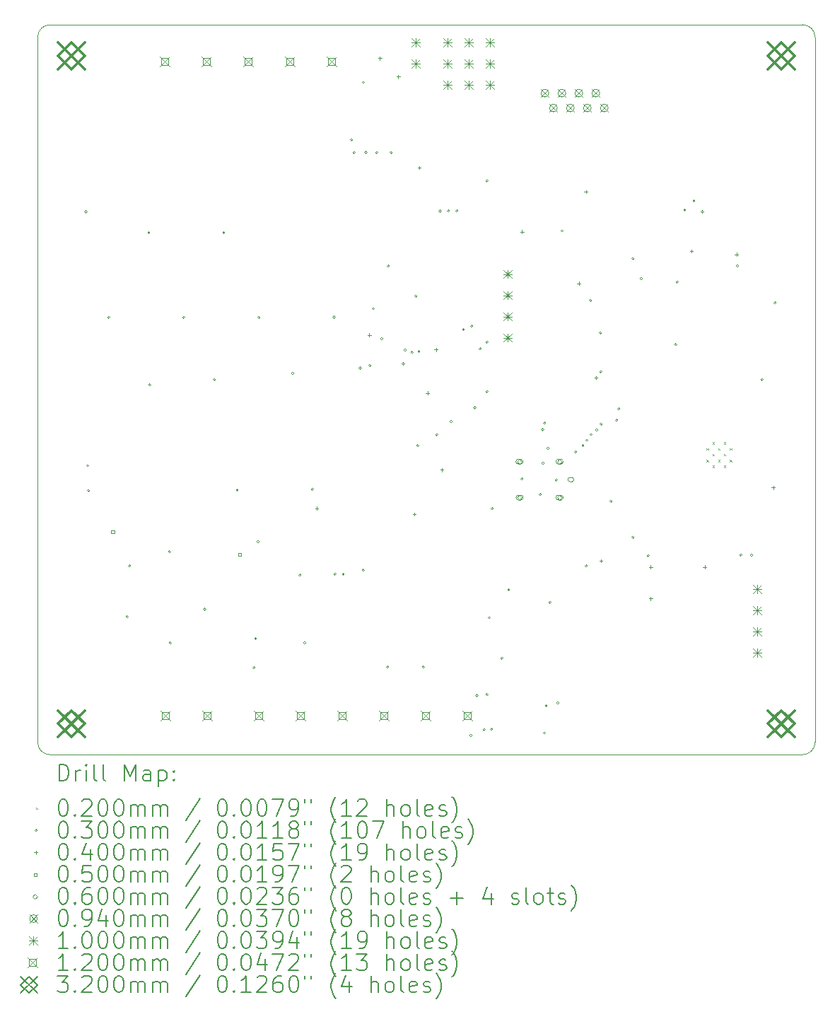
<source format=gbr>
%TF.GenerationSoftware,KiCad,Pcbnew,8.0.4*%
%TF.CreationDate,2024-08-16T00:11:27-05:00*%
%TF.ProjectId,Codex43,436f6465-7834-4332-9e6b-696361645f70,rev?*%
%TF.SameCoordinates,Original*%
%TF.FileFunction,Drillmap*%
%TF.FilePolarity,Positive*%
%FSLAX45Y45*%
G04 Gerber Fmt 4.5, Leading zero omitted, Abs format (unit mm)*
G04 Created by KiCad (PCBNEW 8.0.4) date 2024-08-16 00:11:27*
%MOMM*%
%LPD*%
G01*
G04 APERTURE LIST*
%ADD10C,0.050000*%
%ADD11C,0.010000*%
%ADD12C,0.200000*%
%ADD13C,0.100000*%
%ADD14C,0.120000*%
%ADD15C,0.320000*%
G04 APERTURE END LIST*
D10*
X14100000Y-4990000D02*
G75*
G02*
X14250000Y-5140000I0J-150000D01*
G01*
X4940000Y-5140000D02*
G75*
G02*
X5090000Y-4990000I150000J0D01*
G01*
X5090000Y-13730000D02*
X14100000Y-13730000D01*
X14250000Y-13580000D02*
G75*
G02*
X14100000Y-13730000I-150000J0D01*
G01*
X4940000Y-5140000D02*
X4940000Y-13580000D01*
X5090000Y-4990000D02*
X14100000Y-4990000D01*
X14250000Y-5140000D02*
X14250000Y-13580000D01*
X5090000Y-13730000D02*
G75*
G02*
X4940000Y-13580000I0J150000D01*
G01*
D11*
X11315000Y-10409466D02*
X11335000Y-10409466D01*
X11335000Y-10461466D02*
X11315000Y-10461466D01*
X11289000Y-10435466D02*
G75*
G02*
X11315000Y-10409466I26000J0D01*
G01*
X11315000Y-10461466D02*
G75*
G02*
X11289000Y-10435466I0J26000D01*
G01*
X11335000Y-10409466D02*
G75*
G02*
X11361000Y-10435466I0J-26000D01*
G01*
X11361000Y-10435466D02*
G75*
G02*
X11335000Y-10461466I-26000J0D01*
G01*
D12*
D13*
X12950000Y-10059500D02*
X12970000Y-10079500D01*
X12970000Y-10059500D02*
X12950000Y-10079500D01*
X12950000Y-10199500D02*
X12970000Y-10219500D01*
X12970000Y-10199500D02*
X12950000Y-10219500D01*
X13020000Y-9989500D02*
X13040000Y-10009500D01*
X13040000Y-9989500D02*
X13020000Y-10009500D01*
X13020000Y-10129500D02*
X13040000Y-10149500D01*
X13040000Y-10129500D02*
X13020000Y-10149500D01*
X13020000Y-10269500D02*
X13040000Y-10289500D01*
X13040000Y-10269500D02*
X13020000Y-10289500D01*
X13090000Y-10059500D02*
X13110000Y-10079500D01*
X13110000Y-10059500D02*
X13090000Y-10079500D01*
X13090000Y-10199500D02*
X13110000Y-10219500D01*
X13110000Y-10199500D02*
X13090000Y-10219500D01*
X13160000Y-9989500D02*
X13180000Y-10009500D01*
X13180000Y-9989500D02*
X13160000Y-10009500D01*
X13160000Y-10129500D02*
X13180000Y-10149500D01*
X13180000Y-10129500D02*
X13160000Y-10149500D01*
X13160000Y-10269500D02*
X13180000Y-10289500D01*
X13180000Y-10269500D02*
X13160000Y-10289500D01*
X13230000Y-10059500D02*
X13250000Y-10079500D01*
X13250000Y-10059500D02*
X13230000Y-10079500D01*
X13230000Y-10199500D02*
X13250000Y-10219500D01*
X13250000Y-10199500D02*
X13230000Y-10219500D01*
X5535000Y-7230000D02*
G75*
G02*
X5505000Y-7230000I-15000J0D01*
G01*
X5505000Y-7230000D02*
G75*
G02*
X5535000Y-7230000I15000J0D01*
G01*
X5555000Y-10270000D02*
G75*
G02*
X5525000Y-10270000I-15000J0D01*
G01*
X5525000Y-10270000D02*
G75*
G02*
X5555000Y-10270000I15000J0D01*
G01*
X5565000Y-10570000D02*
G75*
G02*
X5535000Y-10570000I-15000J0D01*
G01*
X5535000Y-10570000D02*
G75*
G02*
X5565000Y-10570000I15000J0D01*
G01*
X5805000Y-8493000D02*
G75*
G02*
X5775000Y-8493000I-15000J0D01*
G01*
X5775000Y-8493000D02*
G75*
G02*
X5805000Y-8493000I15000J0D01*
G01*
X6025000Y-12080000D02*
G75*
G02*
X5995000Y-12080000I-15000J0D01*
G01*
X5995000Y-12080000D02*
G75*
G02*
X6025000Y-12080000I15000J0D01*
G01*
X6055000Y-11470000D02*
G75*
G02*
X6025000Y-11470000I-15000J0D01*
G01*
X6025000Y-11470000D02*
G75*
G02*
X6055000Y-11470000I15000J0D01*
G01*
X6285000Y-7480000D02*
G75*
G02*
X6255000Y-7480000I-15000J0D01*
G01*
X6255000Y-7480000D02*
G75*
G02*
X6285000Y-7480000I15000J0D01*
G01*
X6297500Y-9302500D02*
G75*
G02*
X6267500Y-9302500I-15000J0D01*
G01*
X6267500Y-9302500D02*
G75*
G02*
X6297500Y-9302500I15000J0D01*
G01*
X6535000Y-11300000D02*
G75*
G02*
X6505000Y-11300000I-15000J0D01*
G01*
X6505000Y-11300000D02*
G75*
G02*
X6535000Y-11300000I15000J0D01*
G01*
X6542500Y-12393500D02*
G75*
G02*
X6512500Y-12393500I-15000J0D01*
G01*
X6512500Y-12393500D02*
G75*
G02*
X6542500Y-12393500I15000J0D01*
G01*
X6705000Y-8493000D02*
G75*
G02*
X6675000Y-8493000I-15000J0D01*
G01*
X6675000Y-8493000D02*
G75*
G02*
X6705000Y-8493000I15000J0D01*
G01*
X6955000Y-11990000D02*
G75*
G02*
X6925000Y-11990000I-15000J0D01*
G01*
X6925000Y-11990000D02*
G75*
G02*
X6955000Y-11990000I15000J0D01*
G01*
X7072500Y-9240000D02*
G75*
G02*
X7042500Y-9240000I-15000J0D01*
G01*
X7042500Y-9240000D02*
G75*
G02*
X7072500Y-9240000I15000J0D01*
G01*
X7185000Y-7480000D02*
G75*
G02*
X7155000Y-7480000I-15000J0D01*
G01*
X7155000Y-7480000D02*
G75*
G02*
X7185000Y-7480000I15000J0D01*
G01*
X7345000Y-10560000D02*
G75*
G02*
X7315000Y-10560000I-15000J0D01*
G01*
X7315000Y-10560000D02*
G75*
G02*
X7345000Y-10560000I15000J0D01*
G01*
X7545000Y-12690000D02*
G75*
G02*
X7515000Y-12690000I-15000J0D01*
G01*
X7515000Y-12690000D02*
G75*
G02*
X7545000Y-12690000I15000J0D01*
G01*
X7565000Y-12340000D02*
G75*
G02*
X7535000Y-12340000I-15000J0D01*
G01*
X7535000Y-12340000D02*
G75*
G02*
X7565000Y-12340000I15000J0D01*
G01*
X7595000Y-11180000D02*
G75*
G02*
X7565000Y-11180000I-15000J0D01*
G01*
X7565000Y-11180000D02*
G75*
G02*
X7595000Y-11180000I15000J0D01*
G01*
X7605000Y-8493000D02*
G75*
G02*
X7575000Y-8493000I-15000J0D01*
G01*
X7575000Y-8493000D02*
G75*
G02*
X7605000Y-8493000I15000J0D01*
G01*
X8007500Y-9165000D02*
G75*
G02*
X7977500Y-9165000I-15000J0D01*
G01*
X7977500Y-9165000D02*
G75*
G02*
X8007500Y-9165000I15000J0D01*
G01*
X8095000Y-11580000D02*
G75*
G02*
X8065000Y-11580000I-15000J0D01*
G01*
X8065000Y-11580000D02*
G75*
G02*
X8095000Y-11580000I15000J0D01*
G01*
X8155000Y-12390000D02*
G75*
G02*
X8125000Y-12390000I-15000J0D01*
G01*
X8125000Y-12390000D02*
G75*
G02*
X8155000Y-12390000I15000J0D01*
G01*
X8245000Y-10550000D02*
G75*
G02*
X8215000Y-10550000I-15000J0D01*
G01*
X8215000Y-10550000D02*
G75*
G02*
X8245000Y-10550000I15000J0D01*
G01*
X8505000Y-8493000D02*
G75*
G02*
X8475000Y-8493000I-15000J0D01*
G01*
X8475000Y-8493000D02*
G75*
G02*
X8505000Y-8493000I15000J0D01*
G01*
X8515000Y-11567500D02*
G75*
G02*
X8485000Y-11567500I-15000J0D01*
G01*
X8485000Y-11567500D02*
G75*
G02*
X8515000Y-11567500I15000J0D01*
G01*
X8615000Y-11567500D02*
G75*
G02*
X8585000Y-11567500I-15000J0D01*
G01*
X8585000Y-11567500D02*
G75*
G02*
X8615000Y-11567500I15000J0D01*
G01*
X8715000Y-6370000D02*
G75*
G02*
X8685000Y-6370000I-15000J0D01*
G01*
X8685000Y-6370000D02*
G75*
G02*
X8715000Y-6370000I15000J0D01*
G01*
X8745000Y-6520000D02*
G75*
G02*
X8715000Y-6520000I-15000J0D01*
G01*
X8715000Y-6520000D02*
G75*
G02*
X8745000Y-6520000I15000J0D01*
G01*
X8817500Y-9102500D02*
G75*
G02*
X8787500Y-9102500I-15000J0D01*
G01*
X8787500Y-9102500D02*
G75*
G02*
X8817500Y-9102500I15000J0D01*
G01*
X8855000Y-5680000D02*
G75*
G02*
X8825000Y-5680000I-15000J0D01*
G01*
X8825000Y-5680000D02*
G75*
G02*
X8855000Y-5680000I15000J0D01*
G01*
X8855000Y-11520000D02*
G75*
G02*
X8825000Y-11520000I-15000J0D01*
G01*
X8825000Y-11520000D02*
G75*
G02*
X8855000Y-11520000I15000J0D01*
G01*
X8885000Y-6520000D02*
G75*
G02*
X8855000Y-6520000I-15000J0D01*
G01*
X8855000Y-6520000D02*
G75*
G02*
X8885000Y-6520000I15000J0D01*
G01*
X8935000Y-9070000D02*
G75*
G02*
X8905000Y-9070000I-15000J0D01*
G01*
X8905000Y-9070000D02*
G75*
G02*
X8935000Y-9070000I15000J0D01*
G01*
X8975000Y-8390000D02*
G75*
G02*
X8945000Y-8390000I-15000J0D01*
G01*
X8945000Y-8390000D02*
G75*
G02*
X8975000Y-8390000I15000J0D01*
G01*
X9016250Y-6521250D02*
G75*
G02*
X8986250Y-6521250I-15000J0D01*
G01*
X8986250Y-6521250D02*
G75*
G02*
X9016250Y-6521250I15000J0D01*
G01*
X9075000Y-8750000D02*
G75*
G02*
X9045000Y-8750000I-15000J0D01*
G01*
X9045000Y-8750000D02*
G75*
G02*
X9075000Y-8750000I15000J0D01*
G01*
X9145000Y-12680000D02*
G75*
G02*
X9115000Y-12680000I-15000J0D01*
G01*
X9115000Y-12680000D02*
G75*
G02*
X9145000Y-12680000I15000J0D01*
G01*
X9155000Y-7880000D02*
G75*
G02*
X9125000Y-7880000I-15000J0D01*
G01*
X9125000Y-7880000D02*
G75*
G02*
X9155000Y-7880000I15000J0D01*
G01*
X9187501Y-6520000D02*
G75*
G02*
X9157501Y-6520000I-15000J0D01*
G01*
X9157501Y-6520000D02*
G75*
G02*
X9187501Y-6520000I15000J0D01*
G01*
X9335000Y-9050000D02*
G75*
G02*
X9305000Y-9050000I-15000J0D01*
G01*
X9305000Y-9050000D02*
G75*
G02*
X9335000Y-9050000I15000J0D01*
G01*
X9357177Y-8884753D02*
G75*
G02*
X9327177Y-8884753I-15000J0D01*
G01*
X9327177Y-8884753D02*
G75*
G02*
X9357177Y-8884753I15000J0D01*
G01*
X9437754Y-8913048D02*
G75*
G02*
X9407754Y-8913048I-15000J0D01*
G01*
X9407754Y-8913048D02*
G75*
G02*
X9437754Y-8913048I15000J0D01*
G01*
X9485000Y-8240000D02*
G75*
G02*
X9455000Y-8240000I-15000J0D01*
G01*
X9455000Y-8240000D02*
G75*
G02*
X9485000Y-8240000I15000J0D01*
G01*
X9505000Y-10030000D02*
G75*
G02*
X9475000Y-10030000I-15000J0D01*
G01*
X9475000Y-10030000D02*
G75*
G02*
X9505000Y-10030000I15000J0D01*
G01*
X9522500Y-8902500D02*
G75*
G02*
X9492500Y-8902500I-15000J0D01*
G01*
X9492500Y-8902500D02*
G75*
G02*
X9522500Y-8902500I15000J0D01*
G01*
X9575000Y-12680000D02*
G75*
G02*
X9545000Y-12680000I-15000J0D01*
G01*
X9545000Y-12680000D02*
G75*
G02*
X9575000Y-12680000I15000J0D01*
G01*
X9735000Y-9900000D02*
G75*
G02*
X9705000Y-9900000I-15000J0D01*
G01*
X9705000Y-9900000D02*
G75*
G02*
X9735000Y-9900000I15000J0D01*
G01*
X9775000Y-7220000D02*
G75*
G02*
X9745000Y-7220000I-15000J0D01*
G01*
X9745000Y-7220000D02*
G75*
G02*
X9775000Y-7220000I15000J0D01*
G01*
X9875000Y-7220000D02*
G75*
G02*
X9845000Y-7220000I-15000J0D01*
G01*
X9845000Y-7220000D02*
G75*
G02*
X9875000Y-7220000I15000J0D01*
G01*
X9905000Y-9740000D02*
G75*
G02*
X9875000Y-9740000I-15000J0D01*
G01*
X9875000Y-9740000D02*
G75*
G02*
X9905000Y-9740000I15000J0D01*
G01*
X9975000Y-7220000D02*
G75*
G02*
X9945000Y-7220000I-15000J0D01*
G01*
X9945000Y-7220000D02*
G75*
G02*
X9975000Y-7220000I15000J0D01*
G01*
X10055000Y-8640000D02*
G75*
G02*
X10025000Y-8640000I-15000J0D01*
G01*
X10025000Y-8640000D02*
G75*
G02*
X10055000Y-8640000I15000J0D01*
G01*
X10145000Y-13500000D02*
G75*
G02*
X10115000Y-13500000I-15000J0D01*
G01*
X10115000Y-13500000D02*
G75*
G02*
X10145000Y-13500000I15000J0D01*
G01*
X10155000Y-8600000D02*
G75*
G02*
X10125000Y-8600000I-15000J0D01*
G01*
X10125000Y-8600000D02*
G75*
G02*
X10155000Y-8600000I15000J0D01*
G01*
X10190000Y-9575000D02*
G75*
G02*
X10160000Y-9575000I-15000J0D01*
G01*
X10160000Y-9575000D02*
G75*
G02*
X10190000Y-9575000I15000J0D01*
G01*
X10215000Y-13020000D02*
G75*
G02*
X10185000Y-13020000I-15000J0D01*
G01*
X10185000Y-13020000D02*
G75*
G02*
X10215000Y-13020000I15000J0D01*
G01*
X10255000Y-8870000D02*
G75*
G02*
X10225000Y-8870000I-15000J0D01*
G01*
X10225000Y-8870000D02*
G75*
G02*
X10255000Y-8870000I15000J0D01*
G01*
X10300000Y-13430000D02*
G75*
G02*
X10270000Y-13430000I-15000J0D01*
G01*
X10270000Y-13430000D02*
G75*
G02*
X10300000Y-13430000I15000J0D01*
G01*
X10335000Y-6860000D02*
G75*
G02*
X10305000Y-6860000I-15000J0D01*
G01*
X10305000Y-6860000D02*
G75*
G02*
X10335000Y-6860000I15000J0D01*
G01*
X10335000Y-8790000D02*
G75*
G02*
X10305000Y-8790000I-15000J0D01*
G01*
X10305000Y-8790000D02*
G75*
G02*
X10335000Y-8790000I15000J0D01*
G01*
X10335000Y-13010000D02*
G75*
G02*
X10305000Y-13010000I-15000J0D01*
G01*
X10305000Y-13010000D02*
G75*
G02*
X10335000Y-13010000I15000J0D01*
G01*
X10337500Y-9382500D02*
G75*
G02*
X10307500Y-9382500I-15000J0D01*
G01*
X10307500Y-9382500D02*
G75*
G02*
X10337500Y-9382500I15000J0D01*
G01*
X10362500Y-12090000D02*
G75*
G02*
X10332500Y-12090000I-15000J0D01*
G01*
X10332500Y-12090000D02*
G75*
G02*
X10362500Y-12090000I15000J0D01*
G01*
X10390000Y-13425000D02*
G75*
G02*
X10360000Y-13425000I-15000J0D01*
G01*
X10360000Y-13425000D02*
G75*
G02*
X10390000Y-13425000I15000J0D01*
G01*
X10400000Y-10785000D02*
G75*
G02*
X10370000Y-10785000I-15000J0D01*
G01*
X10370000Y-10785000D02*
G75*
G02*
X10400000Y-10785000I15000J0D01*
G01*
X10515000Y-12575000D02*
G75*
G02*
X10485000Y-12575000I-15000J0D01*
G01*
X10485000Y-12575000D02*
G75*
G02*
X10515000Y-12575000I15000J0D01*
G01*
X10595000Y-11755000D02*
G75*
G02*
X10565000Y-11755000I-15000J0D01*
G01*
X10565000Y-11755000D02*
G75*
G02*
X10595000Y-11755000I15000J0D01*
G01*
X10755000Y-10430000D02*
G75*
G02*
X10725000Y-10430000I-15000J0D01*
G01*
X10725000Y-10430000D02*
G75*
G02*
X10755000Y-10430000I15000J0D01*
G01*
X10975000Y-10615467D02*
G75*
G02*
X10945000Y-10615467I-15000J0D01*
G01*
X10945000Y-10615467D02*
G75*
G02*
X10975000Y-10615467I15000J0D01*
G01*
X11002912Y-9837307D02*
G75*
G02*
X10972912Y-9837307I-15000J0D01*
G01*
X10972912Y-9837307D02*
G75*
G02*
X11002912Y-9837307I15000J0D01*
G01*
X11005000Y-10240000D02*
G75*
G02*
X10975000Y-10240000I-15000J0D01*
G01*
X10975000Y-10240000D02*
G75*
G02*
X11005000Y-10240000I15000J0D01*
G01*
X11025000Y-9760000D02*
G75*
G02*
X10995000Y-9760000I-15000J0D01*
G01*
X10995000Y-9760000D02*
G75*
G02*
X11025000Y-9760000I15000J0D01*
G01*
X11025000Y-13470000D02*
G75*
G02*
X10995000Y-13470000I-15000J0D01*
G01*
X10995000Y-13470000D02*
G75*
G02*
X11025000Y-13470000I15000J0D01*
G01*
X11045000Y-13145000D02*
G75*
G02*
X11015000Y-13145000I-15000J0D01*
G01*
X11015000Y-13145000D02*
G75*
G02*
X11045000Y-13145000I15000J0D01*
G01*
X11067165Y-10062165D02*
G75*
G02*
X11037165Y-10062165I-15000J0D01*
G01*
X11037165Y-10062165D02*
G75*
G02*
X11067165Y-10062165I15000J0D01*
G01*
X11090000Y-11905000D02*
G75*
G02*
X11060000Y-11905000I-15000J0D01*
G01*
X11060000Y-11905000D02*
G75*
G02*
X11090000Y-11905000I15000J0D01*
G01*
X11165000Y-10440000D02*
G75*
G02*
X11135000Y-10440000I-15000J0D01*
G01*
X11135000Y-10440000D02*
G75*
G02*
X11165000Y-10440000I15000J0D01*
G01*
X11185000Y-13110000D02*
G75*
G02*
X11155000Y-13110000I-15000J0D01*
G01*
X11155000Y-13110000D02*
G75*
G02*
X11185000Y-13110000I15000J0D01*
G01*
X11235000Y-7460000D02*
G75*
G02*
X11205000Y-7460000I-15000J0D01*
G01*
X11205000Y-7460000D02*
G75*
G02*
X11235000Y-7460000I15000J0D01*
G01*
X11397500Y-10107500D02*
G75*
G02*
X11367500Y-10107500I-15000J0D01*
G01*
X11367500Y-10107500D02*
G75*
G02*
X11397500Y-10107500I15000J0D01*
G01*
X11485000Y-10030000D02*
G75*
G02*
X11455000Y-10030000I-15000J0D01*
G01*
X11455000Y-10030000D02*
G75*
G02*
X11485000Y-10030000I15000J0D01*
G01*
X11525000Y-11470000D02*
G75*
G02*
X11495000Y-11470000I-15000J0D01*
G01*
X11495000Y-11470000D02*
G75*
G02*
X11525000Y-11470000I15000J0D01*
G01*
X11531100Y-9964129D02*
G75*
G02*
X11501100Y-9964129I-15000J0D01*
G01*
X11501100Y-9964129D02*
G75*
G02*
X11531100Y-9964129I15000J0D01*
G01*
X11575000Y-8290000D02*
G75*
G02*
X11545000Y-8290000I-15000J0D01*
G01*
X11545000Y-8290000D02*
G75*
G02*
X11575000Y-8290000I15000J0D01*
G01*
X11584079Y-9897148D02*
G75*
G02*
X11554079Y-9897148I-15000J0D01*
G01*
X11554079Y-9897148D02*
G75*
G02*
X11584079Y-9897148I15000J0D01*
G01*
X11645000Y-9220000D02*
G75*
G02*
X11615000Y-9220000I-15000J0D01*
G01*
X11615000Y-9220000D02*
G75*
G02*
X11645000Y-9220000I15000J0D01*
G01*
X11650476Y-9840042D02*
G75*
G02*
X11620476Y-9840042I-15000J0D01*
G01*
X11620476Y-9840042D02*
G75*
G02*
X11650476Y-9840042I15000J0D01*
G01*
X11695000Y-8680000D02*
G75*
G02*
X11665000Y-8680000I-15000J0D01*
G01*
X11665000Y-8680000D02*
G75*
G02*
X11695000Y-8680000I15000J0D01*
G01*
X11700000Y-9145000D02*
G75*
G02*
X11670000Y-9145000I-15000J0D01*
G01*
X11670000Y-9145000D02*
G75*
G02*
X11700000Y-9145000I15000J0D01*
G01*
X11702500Y-9772500D02*
G75*
G02*
X11672500Y-9772500I-15000J0D01*
G01*
X11672500Y-9772500D02*
G75*
G02*
X11702500Y-9772500I15000J0D01*
G01*
X11822500Y-10695000D02*
G75*
G02*
X11792500Y-10695000I-15000J0D01*
G01*
X11792500Y-10695000D02*
G75*
G02*
X11822500Y-10695000I15000J0D01*
G01*
X11890000Y-9725000D02*
G75*
G02*
X11860000Y-9725000I-15000J0D01*
G01*
X11860000Y-9725000D02*
G75*
G02*
X11890000Y-9725000I15000J0D01*
G01*
X11915000Y-9591000D02*
G75*
G02*
X11885000Y-9591000I-15000J0D01*
G01*
X11885000Y-9591000D02*
G75*
G02*
X11915000Y-9591000I15000J0D01*
G01*
X12085000Y-7790000D02*
G75*
G02*
X12055000Y-7790000I-15000J0D01*
G01*
X12055000Y-7790000D02*
G75*
G02*
X12085000Y-7790000I15000J0D01*
G01*
X12086000Y-11127250D02*
G75*
G02*
X12056000Y-11127250I-15000J0D01*
G01*
X12056000Y-11127250D02*
G75*
G02*
X12086000Y-11127250I15000J0D01*
G01*
X12185000Y-8030000D02*
G75*
G02*
X12155000Y-8030000I-15000J0D01*
G01*
X12155000Y-8030000D02*
G75*
G02*
X12185000Y-8030000I15000J0D01*
G01*
X12265000Y-11347500D02*
G75*
G02*
X12235000Y-11347500I-15000J0D01*
G01*
X12235000Y-11347500D02*
G75*
G02*
X12265000Y-11347500I15000J0D01*
G01*
X12595000Y-8820000D02*
G75*
G02*
X12565000Y-8820000I-15000J0D01*
G01*
X12565000Y-8820000D02*
G75*
G02*
X12595000Y-8820000I15000J0D01*
G01*
X12615000Y-8070000D02*
G75*
G02*
X12585000Y-8070000I-15000J0D01*
G01*
X12585000Y-8070000D02*
G75*
G02*
X12615000Y-8070000I15000J0D01*
G01*
X12705000Y-7210000D02*
G75*
G02*
X12675000Y-7210000I-15000J0D01*
G01*
X12675000Y-7210000D02*
G75*
G02*
X12705000Y-7210000I15000J0D01*
G01*
X12815000Y-7100000D02*
G75*
G02*
X12785000Y-7100000I-15000J0D01*
G01*
X12785000Y-7100000D02*
G75*
G02*
X12815000Y-7100000I15000J0D01*
G01*
X12915000Y-7230000D02*
G75*
G02*
X12885000Y-7230000I-15000J0D01*
G01*
X12885000Y-7230000D02*
G75*
G02*
X12915000Y-7230000I15000J0D01*
G01*
X13335000Y-7880000D02*
G75*
G02*
X13305000Y-7880000I-15000J0D01*
G01*
X13305000Y-7880000D02*
G75*
G02*
X13335000Y-7880000I15000J0D01*
G01*
X13375000Y-11340000D02*
G75*
G02*
X13345000Y-11340000I-15000J0D01*
G01*
X13345000Y-11340000D02*
G75*
G02*
X13375000Y-11340000I15000J0D01*
G01*
X13505000Y-11340000D02*
G75*
G02*
X13475000Y-11340000I-15000J0D01*
G01*
X13475000Y-11340000D02*
G75*
G02*
X13505000Y-11340000I15000J0D01*
G01*
X13630000Y-9237500D02*
G75*
G02*
X13600000Y-9237500I-15000J0D01*
G01*
X13600000Y-9237500D02*
G75*
G02*
X13630000Y-9237500I15000J0D01*
G01*
X13785000Y-8320000D02*
G75*
G02*
X13755000Y-8320000I-15000J0D01*
G01*
X13755000Y-8320000D02*
G75*
G02*
X13785000Y-8320000I15000J0D01*
G01*
X8282750Y-10760250D02*
X8282750Y-10800250D01*
X8262750Y-10780250D02*
X8302750Y-10780250D01*
X8912500Y-8685000D02*
X8912500Y-8725000D01*
X8892500Y-8705000D02*
X8932500Y-8705000D01*
X9040000Y-5370000D02*
X9040000Y-5410000D01*
X9020000Y-5390000D02*
X9060000Y-5390000D01*
X9260000Y-5590000D02*
X9260000Y-5630000D01*
X9240000Y-5610000D02*
X9280000Y-5610000D01*
X9450000Y-10830000D02*
X9450000Y-10870000D01*
X9430000Y-10850000D02*
X9470000Y-10850000D01*
X9510000Y-6680000D02*
X9510000Y-6720000D01*
X9490000Y-6700000D02*
X9530000Y-6700000D01*
X9610000Y-9380000D02*
X9610000Y-9420000D01*
X9590000Y-9400000D02*
X9630000Y-9400000D01*
X9710000Y-8860000D02*
X9710000Y-8900000D01*
X9690000Y-8880000D02*
X9730000Y-8880000D01*
X9780000Y-10300000D02*
X9780000Y-10340000D01*
X9760000Y-10320000D02*
X9800000Y-10320000D01*
X10740000Y-7450000D02*
X10740000Y-7490000D01*
X10720000Y-7470000D02*
X10760000Y-7470000D01*
X11420000Y-8066700D02*
X11420000Y-8106700D01*
X11400000Y-8086700D02*
X11440000Y-8086700D01*
X11505103Y-6969235D02*
X11505103Y-7009235D01*
X11485103Y-6989235D02*
X11525103Y-6989235D01*
X11685000Y-11387500D02*
X11685000Y-11427500D01*
X11665000Y-11407500D02*
X11705000Y-11407500D01*
X12280000Y-11840000D02*
X12280000Y-11880000D01*
X12260000Y-11860000D02*
X12300000Y-11860000D01*
X12282500Y-11462500D02*
X12282500Y-11502500D01*
X12262500Y-11482500D02*
X12302500Y-11482500D01*
X12770000Y-7680000D02*
X12770000Y-7720000D01*
X12750000Y-7700000D02*
X12790000Y-7700000D01*
X12927500Y-11462500D02*
X12927500Y-11502500D01*
X12907500Y-11482500D02*
X12947500Y-11482500D01*
X13310000Y-7720000D02*
X13310000Y-7760000D01*
X13290000Y-7740000D02*
X13330000Y-7740000D01*
X13750000Y-10510000D02*
X13750000Y-10550000D01*
X13730000Y-10530000D02*
X13770000Y-10530000D01*
X5857678Y-11077678D02*
X5857678Y-11042322D01*
X5822322Y-11042322D01*
X5822322Y-11077678D01*
X5857678Y-11077678D01*
X7377678Y-11347678D02*
X7377678Y-11312322D01*
X7342322Y-11312322D01*
X7342322Y-11347678D01*
X7377678Y-11347678D01*
X10710000Y-10250466D02*
X10740000Y-10220466D01*
X10710000Y-10190466D01*
X10680000Y-10220466D01*
X10710000Y-10250466D01*
X10697500Y-10250466D02*
X10722500Y-10250466D01*
X10722500Y-10190466D02*
G75*
G02*
X10722500Y-10250466I0J-30000D01*
G01*
X10722500Y-10190466D02*
X10697500Y-10190466D01*
X10697500Y-10190466D02*
G75*
G03*
X10697500Y-10250466I0J-30000D01*
G01*
X10710000Y-10680466D02*
X10740000Y-10650466D01*
X10710000Y-10620466D01*
X10680000Y-10650466D01*
X10710000Y-10680466D01*
X10697500Y-10680466D02*
X10722500Y-10680466D01*
X10722500Y-10620466D02*
G75*
G02*
X10722500Y-10680466I0J-30000D01*
G01*
X10722500Y-10620466D02*
X10697500Y-10620466D01*
X10697500Y-10620466D02*
G75*
G03*
X10697500Y-10680466I0J-30000D01*
G01*
X11190000Y-10250466D02*
X11220000Y-10220466D01*
X11190000Y-10190466D01*
X11160000Y-10220466D01*
X11190000Y-10250466D01*
X11177500Y-10250466D02*
X11202500Y-10250466D01*
X11202500Y-10190466D02*
G75*
G02*
X11202500Y-10250466I0J-30000D01*
G01*
X11202500Y-10190466D02*
X11177500Y-10190466D01*
X11177500Y-10190466D02*
G75*
G03*
X11177500Y-10250466I0J-30000D01*
G01*
X11190000Y-10680466D02*
X11220000Y-10650466D01*
X11190000Y-10620466D01*
X11160000Y-10650466D01*
X11190000Y-10680466D01*
X11177500Y-10680466D02*
X11202500Y-10680466D01*
X11202500Y-10620466D02*
G75*
G02*
X11202500Y-10680466I0J-30000D01*
G01*
X11202500Y-10620466D02*
X11177500Y-10620466D01*
X11177500Y-10620466D02*
G75*
G03*
X11177500Y-10680466I0J-30000D01*
G01*
X10967410Y-5762010D02*
X11061390Y-5855990D01*
X11061390Y-5762010D02*
X10967410Y-5855990D01*
X11061390Y-5809000D02*
G75*
G02*
X10967410Y-5809000I-46990J0D01*
G01*
X10967410Y-5809000D02*
G75*
G02*
X11061390Y-5809000I46990J0D01*
G01*
X11069010Y-5939810D02*
X11162990Y-6033790D01*
X11162990Y-5939810D02*
X11069010Y-6033790D01*
X11162990Y-5986800D02*
G75*
G02*
X11069010Y-5986800I-46990J0D01*
G01*
X11069010Y-5986800D02*
G75*
G02*
X11162990Y-5986800I46990J0D01*
G01*
X11170610Y-5762010D02*
X11264590Y-5855990D01*
X11264590Y-5762010D02*
X11170610Y-5855990D01*
X11264590Y-5809000D02*
G75*
G02*
X11170610Y-5809000I-46990J0D01*
G01*
X11170610Y-5809000D02*
G75*
G02*
X11264590Y-5809000I46990J0D01*
G01*
X11272210Y-5939810D02*
X11366190Y-6033790D01*
X11366190Y-5939810D02*
X11272210Y-6033790D01*
X11366190Y-5986800D02*
G75*
G02*
X11272210Y-5986800I-46990J0D01*
G01*
X11272210Y-5986800D02*
G75*
G02*
X11366190Y-5986800I46990J0D01*
G01*
X11373810Y-5762010D02*
X11467790Y-5855990D01*
X11467790Y-5762010D02*
X11373810Y-5855990D01*
X11467790Y-5809000D02*
G75*
G02*
X11373810Y-5809000I-46990J0D01*
G01*
X11373810Y-5809000D02*
G75*
G02*
X11467790Y-5809000I46990J0D01*
G01*
X11475410Y-5939810D02*
X11569390Y-6033790D01*
X11569390Y-5939810D02*
X11475410Y-6033790D01*
X11569390Y-5986800D02*
G75*
G02*
X11475410Y-5986800I-46990J0D01*
G01*
X11475410Y-5986800D02*
G75*
G02*
X11569390Y-5986800I46990J0D01*
G01*
X11577010Y-5762010D02*
X11670990Y-5855990D01*
X11670990Y-5762010D02*
X11577010Y-5855990D01*
X11670990Y-5809000D02*
G75*
G02*
X11577010Y-5809000I-46990J0D01*
G01*
X11577010Y-5809000D02*
G75*
G02*
X11670990Y-5809000I46990J0D01*
G01*
X11678610Y-5939810D02*
X11772590Y-6033790D01*
X11772590Y-5939810D02*
X11678610Y-6033790D01*
X11772590Y-5986800D02*
G75*
G02*
X11678610Y-5986800I-46990J0D01*
G01*
X11678610Y-5986800D02*
G75*
G02*
X11772590Y-5986800I46990J0D01*
G01*
X9420000Y-5150000D02*
X9520000Y-5250000D01*
X9520000Y-5150000D02*
X9420000Y-5250000D01*
X9470000Y-5150000D02*
X9470000Y-5250000D01*
X9420000Y-5200000D02*
X9520000Y-5200000D01*
X9420000Y-5404000D02*
X9520000Y-5504000D01*
X9520000Y-5404000D02*
X9420000Y-5504000D01*
X9470000Y-5404000D02*
X9470000Y-5504000D01*
X9420000Y-5454000D02*
X9520000Y-5454000D01*
X9800000Y-5150000D02*
X9900000Y-5250000D01*
X9900000Y-5150000D02*
X9800000Y-5250000D01*
X9850000Y-5150000D02*
X9850000Y-5250000D01*
X9800000Y-5200000D02*
X9900000Y-5200000D01*
X9800000Y-5404000D02*
X9900000Y-5504000D01*
X9900000Y-5404000D02*
X9800000Y-5504000D01*
X9850000Y-5404000D02*
X9850000Y-5504000D01*
X9800000Y-5454000D02*
X9900000Y-5454000D01*
X9800000Y-5658000D02*
X9900000Y-5758000D01*
X9900000Y-5658000D02*
X9800000Y-5758000D01*
X9850000Y-5658000D02*
X9850000Y-5758000D01*
X9800000Y-5708000D02*
X9900000Y-5708000D01*
X10054000Y-5150000D02*
X10154000Y-5250000D01*
X10154000Y-5150000D02*
X10054000Y-5250000D01*
X10104000Y-5150000D02*
X10104000Y-5250000D01*
X10054000Y-5200000D02*
X10154000Y-5200000D01*
X10054000Y-5404000D02*
X10154000Y-5504000D01*
X10154000Y-5404000D02*
X10054000Y-5504000D01*
X10104000Y-5404000D02*
X10104000Y-5504000D01*
X10054000Y-5454000D02*
X10154000Y-5454000D01*
X10054000Y-5658000D02*
X10154000Y-5758000D01*
X10154000Y-5658000D02*
X10054000Y-5758000D01*
X10104000Y-5658000D02*
X10104000Y-5758000D01*
X10054000Y-5708000D02*
X10154000Y-5708000D01*
X10308000Y-5150000D02*
X10408000Y-5250000D01*
X10408000Y-5150000D02*
X10308000Y-5250000D01*
X10358000Y-5150000D02*
X10358000Y-5250000D01*
X10308000Y-5200000D02*
X10408000Y-5200000D01*
X10308000Y-5404000D02*
X10408000Y-5504000D01*
X10408000Y-5404000D02*
X10308000Y-5504000D01*
X10358000Y-5404000D02*
X10358000Y-5504000D01*
X10308000Y-5454000D02*
X10408000Y-5454000D01*
X10308000Y-5658000D02*
X10408000Y-5758000D01*
X10408000Y-5658000D02*
X10308000Y-5758000D01*
X10358000Y-5658000D02*
X10358000Y-5758000D01*
X10308000Y-5708000D02*
X10408000Y-5708000D01*
X10520000Y-7926000D02*
X10620000Y-8026000D01*
X10620000Y-7926000D02*
X10520000Y-8026000D01*
X10570000Y-7926000D02*
X10570000Y-8026000D01*
X10520000Y-7976000D02*
X10620000Y-7976000D01*
X10520000Y-8180000D02*
X10620000Y-8280000D01*
X10620000Y-8180000D02*
X10520000Y-8280000D01*
X10570000Y-8180000D02*
X10570000Y-8280000D01*
X10520000Y-8230000D02*
X10620000Y-8230000D01*
X10520000Y-8434000D02*
X10620000Y-8534000D01*
X10620000Y-8434000D02*
X10520000Y-8534000D01*
X10570000Y-8434000D02*
X10570000Y-8534000D01*
X10520000Y-8484000D02*
X10620000Y-8484000D01*
X10520000Y-8688000D02*
X10620000Y-8788000D01*
X10620000Y-8688000D02*
X10520000Y-8788000D01*
X10570000Y-8688000D02*
X10570000Y-8788000D01*
X10520000Y-8738000D02*
X10620000Y-8738000D01*
X13510000Y-11698000D02*
X13610000Y-11798000D01*
X13610000Y-11698000D02*
X13510000Y-11798000D01*
X13560000Y-11698000D02*
X13560000Y-11798000D01*
X13510000Y-11748000D02*
X13610000Y-11748000D01*
X13510000Y-11952000D02*
X13610000Y-12052000D01*
X13610000Y-11952000D02*
X13510000Y-12052000D01*
X13560000Y-11952000D02*
X13560000Y-12052000D01*
X13510000Y-12002000D02*
X13610000Y-12002000D01*
X13510000Y-12206000D02*
X13610000Y-12306000D01*
X13610000Y-12206000D02*
X13510000Y-12306000D01*
X13560000Y-12206000D02*
X13560000Y-12306000D01*
X13510000Y-12256000D02*
X13610000Y-12256000D01*
X13510000Y-12460000D02*
X13610000Y-12560000D01*
X13610000Y-12460000D02*
X13510000Y-12560000D01*
X13560000Y-12460000D02*
X13560000Y-12560000D01*
X13510000Y-12510000D02*
X13610000Y-12510000D01*
D14*
X6400000Y-5370000D02*
X6520000Y-5490000D01*
X6520000Y-5370000D02*
X6400000Y-5490000D01*
X6502427Y-5472427D02*
X6502427Y-5387573D01*
X6417573Y-5387573D01*
X6417573Y-5472427D01*
X6502427Y-5472427D01*
X6408750Y-13205000D02*
X6528750Y-13325000D01*
X6528750Y-13205000D02*
X6408750Y-13325000D01*
X6511177Y-13307427D02*
X6511177Y-13222573D01*
X6426323Y-13222573D01*
X6426323Y-13307427D01*
X6511177Y-13307427D01*
X6900000Y-5370000D02*
X7020000Y-5490000D01*
X7020000Y-5370000D02*
X6900000Y-5490000D01*
X7002427Y-5472427D02*
X7002427Y-5387573D01*
X6917573Y-5387573D01*
X6917573Y-5472427D01*
X7002427Y-5472427D01*
X6908750Y-13205000D02*
X7028750Y-13325000D01*
X7028750Y-13205000D02*
X6908750Y-13325000D01*
X7011177Y-13307427D02*
X7011177Y-13222573D01*
X6926323Y-13222573D01*
X6926323Y-13307427D01*
X7011177Y-13307427D01*
X7400000Y-5370000D02*
X7520000Y-5490000D01*
X7520000Y-5370000D02*
X7400000Y-5490000D01*
X7502427Y-5472427D02*
X7502427Y-5387573D01*
X7417573Y-5387573D01*
X7417573Y-5472427D01*
X7502427Y-5472427D01*
X7525000Y-13205000D02*
X7645000Y-13325000D01*
X7645000Y-13205000D02*
X7525000Y-13325000D01*
X7627427Y-13307427D02*
X7627427Y-13222573D01*
X7542573Y-13222573D01*
X7542573Y-13307427D01*
X7627427Y-13307427D01*
X7900000Y-5370000D02*
X8020000Y-5490000D01*
X8020000Y-5370000D02*
X7900000Y-5490000D01*
X8002427Y-5472427D02*
X8002427Y-5387573D01*
X7917573Y-5387573D01*
X7917573Y-5472427D01*
X8002427Y-5472427D01*
X8025000Y-13205000D02*
X8145000Y-13325000D01*
X8145000Y-13205000D02*
X8025000Y-13325000D01*
X8127427Y-13307427D02*
X8127427Y-13222573D01*
X8042573Y-13222573D01*
X8042573Y-13307427D01*
X8127427Y-13307427D01*
X8400000Y-5370000D02*
X8520000Y-5490000D01*
X8520000Y-5370000D02*
X8400000Y-5490000D01*
X8502427Y-5472427D02*
X8502427Y-5387573D01*
X8417573Y-5387573D01*
X8417573Y-5472427D01*
X8502427Y-5472427D01*
X8525000Y-13205000D02*
X8645000Y-13325000D01*
X8645000Y-13205000D02*
X8525000Y-13325000D01*
X8627427Y-13307427D02*
X8627427Y-13222573D01*
X8542573Y-13222573D01*
X8542573Y-13307427D01*
X8627427Y-13307427D01*
X9025000Y-13205000D02*
X9145000Y-13325000D01*
X9145000Y-13205000D02*
X9025000Y-13325000D01*
X9127427Y-13307427D02*
X9127427Y-13222573D01*
X9042573Y-13222573D01*
X9042573Y-13307427D01*
X9127427Y-13307427D01*
X9525000Y-13205000D02*
X9645000Y-13325000D01*
X9645000Y-13205000D02*
X9525000Y-13325000D01*
X9627427Y-13307427D02*
X9627427Y-13222573D01*
X9542573Y-13222573D01*
X9542573Y-13307427D01*
X9627427Y-13307427D01*
X10025000Y-13205000D02*
X10145000Y-13325000D01*
X10145000Y-13205000D02*
X10025000Y-13325000D01*
X10127427Y-13307427D02*
X10127427Y-13222573D01*
X10042573Y-13222573D01*
X10042573Y-13307427D01*
X10127427Y-13307427D01*
D15*
X5185000Y-5200000D02*
X5505000Y-5520000D01*
X5505000Y-5200000D02*
X5185000Y-5520000D01*
X5345000Y-5520000D02*
X5505000Y-5360000D01*
X5345000Y-5200000D01*
X5185000Y-5360000D01*
X5345000Y-5520000D01*
X5185000Y-13200000D02*
X5505000Y-13520000D01*
X5505000Y-13200000D02*
X5185000Y-13520000D01*
X5345000Y-13520000D02*
X5505000Y-13360000D01*
X5345000Y-13200000D01*
X5185000Y-13360000D01*
X5345000Y-13520000D01*
X13685000Y-5200000D02*
X14005000Y-5520000D01*
X14005000Y-5200000D02*
X13685000Y-5520000D01*
X13845000Y-5520000D02*
X14005000Y-5360000D01*
X13845000Y-5200000D01*
X13685000Y-5360000D01*
X13845000Y-5520000D01*
X13685000Y-13200000D02*
X14005000Y-13520000D01*
X14005000Y-13200000D02*
X13685000Y-13520000D01*
X13845000Y-13520000D02*
X14005000Y-13360000D01*
X13845000Y-13200000D01*
X13685000Y-13360000D01*
X13845000Y-13520000D01*
D12*
X5198277Y-14043984D02*
X5198277Y-13843984D01*
X5198277Y-13843984D02*
X5245896Y-13843984D01*
X5245896Y-13843984D02*
X5274467Y-13853508D01*
X5274467Y-13853508D02*
X5293515Y-13872555D01*
X5293515Y-13872555D02*
X5303039Y-13891603D01*
X5303039Y-13891603D02*
X5312563Y-13929698D01*
X5312563Y-13929698D02*
X5312563Y-13958269D01*
X5312563Y-13958269D02*
X5303039Y-13996365D01*
X5303039Y-13996365D02*
X5293515Y-14015412D01*
X5293515Y-14015412D02*
X5274467Y-14034460D01*
X5274467Y-14034460D02*
X5245896Y-14043984D01*
X5245896Y-14043984D02*
X5198277Y-14043984D01*
X5398277Y-14043984D02*
X5398277Y-13910650D01*
X5398277Y-13948746D02*
X5407801Y-13929698D01*
X5407801Y-13929698D02*
X5417324Y-13920174D01*
X5417324Y-13920174D02*
X5436372Y-13910650D01*
X5436372Y-13910650D02*
X5455420Y-13910650D01*
X5522086Y-14043984D02*
X5522086Y-13910650D01*
X5522086Y-13843984D02*
X5512563Y-13853508D01*
X5512563Y-13853508D02*
X5522086Y-13863031D01*
X5522086Y-13863031D02*
X5531610Y-13853508D01*
X5531610Y-13853508D02*
X5522086Y-13843984D01*
X5522086Y-13843984D02*
X5522086Y-13863031D01*
X5645896Y-14043984D02*
X5626848Y-14034460D01*
X5626848Y-14034460D02*
X5617324Y-14015412D01*
X5617324Y-14015412D02*
X5617324Y-13843984D01*
X5750658Y-14043984D02*
X5731610Y-14034460D01*
X5731610Y-14034460D02*
X5722086Y-14015412D01*
X5722086Y-14015412D02*
X5722086Y-13843984D01*
X5979229Y-14043984D02*
X5979229Y-13843984D01*
X5979229Y-13843984D02*
X6045896Y-13986841D01*
X6045896Y-13986841D02*
X6112562Y-13843984D01*
X6112562Y-13843984D02*
X6112562Y-14043984D01*
X6293515Y-14043984D02*
X6293515Y-13939222D01*
X6293515Y-13939222D02*
X6283991Y-13920174D01*
X6283991Y-13920174D02*
X6264943Y-13910650D01*
X6264943Y-13910650D02*
X6226848Y-13910650D01*
X6226848Y-13910650D02*
X6207801Y-13920174D01*
X6293515Y-14034460D02*
X6274467Y-14043984D01*
X6274467Y-14043984D02*
X6226848Y-14043984D01*
X6226848Y-14043984D02*
X6207801Y-14034460D01*
X6207801Y-14034460D02*
X6198277Y-14015412D01*
X6198277Y-14015412D02*
X6198277Y-13996365D01*
X6198277Y-13996365D02*
X6207801Y-13977317D01*
X6207801Y-13977317D02*
X6226848Y-13967793D01*
X6226848Y-13967793D02*
X6274467Y-13967793D01*
X6274467Y-13967793D02*
X6293515Y-13958269D01*
X6388753Y-13910650D02*
X6388753Y-14110650D01*
X6388753Y-13920174D02*
X6407801Y-13910650D01*
X6407801Y-13910650D02*
X6445896Y-13910650D01*
X6445896Y-13910650D02*
X6464943Y-13920174D01*
X6464943Y-13920174D02*
X6474467Y-13929698D01*
X6474467Y-13929698D02*
X6483991Y-13948746D01*
X6483991Y-13948746D02*
X6483991Y-14005888D01*
X6483991Y-14005888D02*
X6474467Y-14024936D01*
X6474467Y-14024936D02*
X6464943Y-14034460D01*
X6464943Y-14034460D02*
X6445896Y-14043984D01*
X6445896Y-14043984D02*
X6407801Y-14043984D01*
X6407801Y-14043984D02*
X6388753Y-14034460D01*
X6569705Y-14024936D02*
X6579229Y-14034460D01*
X6579229Y-14034460D02*
X6569705Y-14043984D01*
X6569705Y-14043984D02*
X6560182Y-14034460D01*
X6560182Y-14034460D02*
X6569705Y-14024936D01*
X6569705Y-14024936D02*
X6569705Y-14043984D01*
X6569705Y-13920174D02*
X6579229Y-13929698D01*
X6579229Y-13929698D02*
X6569705Y-13939222D01*
X6569705Y-13939222D02*
X6560182Y-13929698D01*
X6560182Y-13929698D02*
X6569705Y-13920174D01*
X6569705Y-13920174D02*
X6569705Y-13939222D01*
D13*
X4917500Y-14362500D02*
X4937500Y-14382500D01*
X4937500Y-14362500D02*
X4917500Y-14382500D01*
D12*
X5236372Y-14263984D02*
X5255420Y-14263984D01*
X5255420Y-14263984D02*
X5274467Y-14273508D01*
X5274467Y-14273508D02*
X5283991Y-14283031D01*
X5283991Y-14283031D02*
X5293515Y-14302079D01*
X5293515Y-14302079D02*
X5303039Y-14340174D01*
X5303039Y-14340174D02*
X5303039Y-14387793D01*
X5303039Y-14387793D02*
X5293515Y-14425888D01*
X5293515Y-14425888D02*
X5283991Y-14444936D01*
X5283991Y-14444936D02*
X5274467Y-14454460D01*
X5274467Y-14454460D02*
X5255420Y-14463984D01*
X5255420Y-14463984D02*
X5236372Y-14463984D01*
X5236372Y-14463984D02*
X5217324Y-14454460D01*
X5217324Y-14454460D02*
X5207801Y-14444936D01*
X5207801Y-14444936D02*
X5198277Y-14425888D01*
X5198277Y-14425888D02*
X5188753Y-14387793D01*
X5188753Y-14387793D02*
X5188753Y-14340174D01*
X5188753Y-14340174D02*
X5198277Y-14302079D01*
X5198277Y-14302079D02*
X5207801Y-14283031D01*
X5207801Y-14283031D02*
X5217324Y-14273508D01*
X5217324Y-14273508D02*
X5236372Y-14263984D01*
X5388753Y-14444936D02*
X5398277Y-14454460D01*
X5398277Y-14454460D02*
X5388753Y-14463984D01*
X5388753Y-14463984D02*
X5379229Y-14454460D01*
X5379229Y-14454460D02*
X5388753Y-14444936D01*
X5388753Y-14444936D02*
X5388753Y-14463984D01*
X5474467Y-14283031D02*
X5483991Y-14273508D01*
X5483991Y-14273508D02*
X5503039Y-14263984D01*
X5503039Y-14263984D02*
X5550658Y-14263984D01*
X5550658Y-14263984D02*
X5569705Y-14273508D01*
X5569705Y-14273508D02*
X5579229Y-14283031D01*
X5579229Y-14283031D02*
X5588753Y-14302079D01*
X5588753Y-14302079D02*
X5588753Y-14321127D01*
X5588753Y-14321127D02*
X5579229Y-14349698D01*
X5579229Y-14349698D02*
X5464944Y-14463984D01*
X5464944Y-14463984D02*
X5588753Y-14463984D01*
X5712562Y-14263984D02*
X5731610Y-14263984D01*
X5731610Y-14263984D02*
X5750658Y-14273508D01*
X5750658Y-14273508D02*
X5760182Y-14283031D01*
X5760182Y-14283031D02*
X5769705Y-14302079D01*
X5769705Y-14302079D02*
X5779229Y-14340174D01*
X5779229Y-14340174D02*
X5779229Y-14387793D01*
X5779229Y-14387793D02*
X5769705Y-14425888D01*
X5769705Y-14425888D02*
X5760182Y-14444936D01*
X5760182Y-14444936D02*
X5750658Y-14454460D01*
X5750658Y-14454460D02*
X5731610Y-14463984D01*
X5731610Y-14463984D02*
X5712562Y-14463984D01*
X5712562Y-14463984D02*
X5693515Y-14454460D01*
X5693515Y-14454460D02*
X5683991Y-14444936D01*
X5683991Y-14444936D02*
X5674467Y-14425888D01*
X5674467Y-14425888D02*
X5664943Y-14387793D01*
X5664943Y-14387793D02*
X5664943Y-14340174D01*
X5664943Y-14340174D02*
X5674467Y-14302079D01*
X5674467Y-14302079D02*
X5683991Y-14283031D01*
X5683991Y-14283031D02*
X5693515Y-14273508D01*
X5693515Y-14273508D02*
X5712562Y-14263984D01*
X5903039Y-14263984D02*
X5922086Y-14263984D01*
X5922086Y-14263984D02*
X5941134Y-14273508D01*
X5941134Y-14273508D02*
X5950658Y-14283031D01*
X5950658Y-14283031D02*
X5960182Y-14302079D01*
X5960182Y-14302079D02*
X5969705Y-14340174D01*
X5969705Y-14340174D02*
X5969705Y-14387793D01*
X5969705Y-14387793D02*
X5960182Y-14425888D01*
X5960182Y-14425888D02*
X5950658Y-14444936D01*
X5950658Y-14444936D02*
X5941134Y-14454460D01*
X5941134Y-14454460D02*
X5922086Y-14463984D01*
X5922086Y-14463984D02*
X5903039Y-14463984D01*
X5903039Y-14463984D02*
X5883991Y-14454460D01*
X5883991Y-14454460D02*
X5874467Y-14444936D01*
X5874467Y-14444936D02*
X5864943Y-14425888D01*
X5864943Y-14425888D02*
X5855420Y-14387793D01*
X5855420Y-14387793D02*
X5855420Y-14340174D01*
X5855420Y-14340174D02*
X5864943Y-14302079D01*
X5864943Y-14302079D02*
X5874467Y-14283031D01*
X5874467Y-14283031D02*
X5883991Y-14273508D01*
X5883991Y-14273508D02*
X5903039Y-14263984D01*
X6055420Y-14463984D02*
X6055420Y-14330650D01*
X6055420Y-14349698D02*
X6064943Y-14340174D01*
X6064943Y-14340174D02*
X6083991Y-14330650D01*
X6083991Y-14330650D02*
X6112563Y-14330650D01*
X6112563Y-14330650D02*
X6131610Y-14340174D01*
X6131610Y-14340174D02*
X6141134Y-14359222D01*
X6141134Y-14359222D02*
X6141134Y-14463984D01*
X6141134Y-14359222D02*
X6150658Y-14340174D01*
X6150658Y-14340174D02*
X6169705Y-14330650D01*
X6169705Y-14330650D02*
X6198277Y-14330650D01*
X6198277Y-14330650D02*
X6217324Y-14340174D01*
X6217324Y-14340174D02*
X6226848Y-14359222D01*
X6226848Y-14359222D02*
X6226848Y-14463984D01*
X6322086Y-14463984D02*
X6322086Y-14330650D01*
X6322086Y-14349698D02*
X6331610Y-14340174D01*
X6331610Y-14340174D02*
X6350658Y-14330650D01*
X6350658Y-14330650D02*
X6379229Y-14330650D01*
X6379229Y-14330650D02*
X6398277Y-14340174D01*
X6398277Y-14340174D02*
X6407801Y-14359222D01*
X6407801Y-14359222D02*
X6407801Y-14463984D01*
X6407801Y-14359222D02*
X6417324Y-14340174D01*
X6417324Y-14340174D02*
X6436372Y-14330650D01*
X6436372Y-14330650D02*
X6464943Y-14330650D01*
X6464943Y-14330650D02*
X6483991Y-14340174D01*
X6483991Y-14340174D02*
X6493515Y-14359222D01*
X6493515Y-14359222D02*
X6493515Y-14463984D01*
X6883991Y-14254460D02*
X6712563Y-14511603D01*
X7141134Y-14263984D02*
X7160182Y-14263984D01*
X7160182Y-14263984D02*
X7179229Y-14273508D01*
X7179229Y-14273508D02*
X7188753Y-14283031D01*
X7188753Y-14283031D02*
X7198277Y-14302079D01*
X7198277Y-14302079D02*
X7207801Y-14340174D01*
X7207801Y-14340174D02*
X7207801Y-14387793D01*
X7207801Y-14387793D02*
X7198277Y-14425888D01*
X7198277Y-14425888D02*
X7188753Y-14444936D01*
X7188753Y-14444936D02*
X7179229Y-14454460D01*
X7179229Y-14454460D02*
X7160182Y-14463984D01*
X7160182Y-14463984D02*
X7141134Y-14463984D01*
X7141134Y-14463984D02*
X7122086Y-14454460D01*
X7122086Y-14454460D02*
X7112563Y-14444936D01*
X7112563Y-14444936D02*
X7103039Y-14425888D01*
X7103039Y-14425888D02*
X7093515Y-14387793D01*
X7093515Y-14387793D02*
X7093515Y-14340174D01*
X7093515Y-14340174D02*
X7103039Y-14302079D01*
X7103039Y-14302079D02*
X7112563Y-14283031D01*
X7112563Y-14283031D02*
X7122086Y-14273508D01*
X7122086Y-14273508D02*
X7141134Y-14263984D01*
X7293515Y-14444936D02*
X7303039Y-14454460D01*
X7303039Y-14454460D02*
X7293515Y-14463984D01*
X7293515Y-14463984D02*
X7283991Y-14454460D01*
X7283991Y-14454460D02*
X7293515Y-14444936D01*
X7293515Y-14444936D02*
X7293515Y-14463984D01*
X7426848Y-14263984D02*
X7445896Y-14263984D01*
X7445896Y-14263984D02*
X7464944Y-14273508D01*
X7464944Y-14273508D02*
X7474467Y-14283031D01*
X7474467Y-14283031D02*
X7483991Y-14302079D01*
X7483991Y-14302079D02*
X7493515Y-14340174D01*
X7493515Y-14340174D02*
X7493515Y-14387793D01*
X7493515Y-14387793D02*
X7483991Y-14425888D01*
X7483991Y-14425888D02*
X7474467Y-14444936D01*
X7474467Y-14444936D02*
X7464944Y-14454460D01*
X7464944Y-14454460D02*
X7445896Y-14463984D01*
X7445896Y-14463984D02*
X7426848Y-14463984D01*
X7426848Y-14463984D02*
X7407801Y-14454460D01*
X7407801Y-14454460D02*
X7398277Y-14444936D01*
X7398277Y-14444936D02*
X7388753Y-14425888D01*
X7388753Y-14425888D02*
X7379229Y-14387793D01*
X7379229Y-14387793D02*
X7379229Y-14340174D01*
X7379229Y-14340174D02*
X7388753Y-14302079D01*
X7388753Y-14302079D02*
X7398277Y-14283031D01*
X7398277Y-14283031D02*
X7407801Y-14273508D01*
X7407801Y-14273508D02*
X7426848Y-14263984D01*
X7617325Y-14263984D02*
X7636372Y-14263984D01*
X7636372Y-14263984D02*
X7655420Y-14273508D01*
X7655420Y-14273508D02*
X7664944Y-14283031D01*
X7664944Y-14283031D02*
X7674467Y-14302079D01*
X7674467Y-14302079D02*
X7683991Y-14340174D01*
X7683991Y-14340174D02*
X7683991Y-14387793D01*
X7683991Y-14387793D02*
X7674467Y-14425888D01*
X7674467Y-14425888D02*
X7664944Y-14444936D01*
X7664944Y-14444936D02*
X7655420Y-14454460D01*
X7655420Y-14454460D02*
X7636372Y-14463984D01*
X7636372Y-14463984D02*
X7617325Y-14463984D01*
X7617325Y-14463984D02*
X7598277Y-14454460D01*
X7598277Y-14454460D02*
X7588753Y-14444936D01*
X7588753Y-14444936D02*
X7579229Y-14425888D01*
X7579229Y-14425888D02*
X7569706Y-14387793D01*
X7569706Y-14387793D02*
X7569706Y-14340174D01*
X7569706Y-14340174D02*
X7579229Y-14302079D01*
X7579229Y-14302079D02*
X7588753Y-14283031D01*
X7588753Y-14283031D02*
X7598277Y-14273508D01*
X7598277Y-14273508D02*
X7617325Y-14263984D01*
X7750658Y-14263984D02*
X7883991Y-14263984D01*
X7883991Y-14263984D02*
X7798277Y-14463984D01*
X7969706Y-14463984D02*
X8007801Y-14463984D01*
X8007801Y-14463984D02*
X8026848Y-14454460D01*
X8026848Y-14454460D02*
X8036372Y-14444936D01*
X8036372Y-14444936D02*
X8055420Y-14416365D01*
X8055420Y-14416365D02*
X8064944Y-14378269D01*
X8064944Y-14378269D02*
X8064944Y-14302079D01*
X8064944Y-14302079D02*
X8055420Y-14283031D01*
X8055420Y-14283031D02*
X8045896Y-14273508D01*
X8045896Y-14273508D02*
X8026848Y-14263984D01*
X8026848Y-14263984D02*
X7988753Y-14263984D01*
X7988753Y-14263984D02*
X7969706Y-14273508D01*
X7969706Y-14273508D02*
X7960182Y-14283031D01*
X7960182Y-14283031D02*
X7950658Y-14302079D01*
X7950658Y-14302079D02*
X7950658Y-14349698D01*
X7950658Y-14349698D02*
X7960182Y-14368746D01*
X7960182Y-14368746D02*
X7969706Y-14378269D01*
X7969706Y-14378269D02*
X7988753Y-14387793D01*
X7988753Y-14387793D02*
X8026848Y-14387793D01*
X8026848Y-14387793D02*
X8045896Y-14378269D01*
X8045896Y-14378269D02*
X8055420Y-14368746D01*
X8055420Y-14368746D02*
X8064944Y-14349698D01*
X8141134Y-14263984D02*
X8141134Y-14302079D01*
X8217325Y-14263984D02*
X8217325Y-14302079D01*
X8512563Y-14540174D02*
X8503039Y-14530650D01*
X8503039Y-14530650D02*
X8483991Y-14502079D01*
X8483991Y-14502079D02*
X8474468Y-14483031D01*
X8474468Y-14483031D02*
X8464944Y-14454460D01*
X8464944Y-14454460D02*
X8455420Y-14406841D01*
X8455420Y-14406841D02*
X8455420Y-14368746D01*
X8455420Y-14368746D02*
X8464944Y-14321127D01*
X8464944Y-14321127D02*
X8474468Y-14292555D01*
X8474468Y-14292555D02*
X8483991Y-14273508D01*
X8483991Y-14273508D02*
X8503039Y-14244936D01*
X8503039Y-14244936D02*
X8512563Y-14235412D01*
X8693515Y-14463984D02*
X8579230Y-14463984D01*
X8636372Y-14463984D02*
X8636372Y-14263984D01*
X8636372Y-14263984D02*
X8617325Y-14292555D01*
X8617325Y-14292555D02*
X8598277Y-14311603D01*
X8598277Y-14311603D02*
X8579230Y-14321127D01*
X8769706Y-14283031D02*
X8779230Y-14273508D01*
X8779230Y-14273508D02*
X8798277Y-14263984D01*
X8798277Y-14263984D02*
X8845896Y-14263984D01*
X8845896Y-14263984D02*
X8864944Y-14273508D01*
X8864944Y-14273508D02*
X8874468Y-14283031D01*
X8874468Y-14283031D02*
X8883991Y-14302079D01*
X8883991Y-14302079D02*
X8883991Y-14321127D01*
X8883991Y-14321127D02*
X8874468Y-14349698D01*
X8874468Y-14349698D02*
X8760182Y-14463984D01*
X8760182Y-14463984D02*
X8883991Y-14463984D01*
X9122087Y-14463984D02*
X9122087Y-14263984D01*
X9207801Y-14463984D02*
X9207801Y-14359222D01*
X9207801Y-14359222D02*
X9198277Y-14340174D01*
X9198277Y-14340174D02*
X9179230Y-14330650D01*
X9179230Y-14330650D02*
X9150658Y-14330650D01*
X9150658Y-14330650D02*
X9131611Y-14340174D01*
X9131611Y-14340174D02*
X9122087Y-14349698D01*
X9331611Y-14463984D02*
X9312563Y-14454460D01*
X9312563Y-14454460D02*
X9303039Y-14444936D01*
X9303039Y-14444936D02*
X9293515Y-14425888D01*
X9293515Y-14425888D02*
X9293515Y-14368746D01*
X9293515Y-14368746D02*
X9303039Y-14349698D01*
X9303039Y-14349698D02*
X9312563Y-14340174D01*
X9312563Y-14340174D02*
X9331611Y-14330650D01*
X9331611Y-14330650D02*
X9360182Y-14330650D01*
X9360182Y-14330650D02*
X9379230Y-14340174D01*
X9379230Y-14340174D02*
X9388753Y-14349698D01*
X9388753Y-14349698D02*
X9398277Y-14368746D01*
X9398277Y-14368746D02*
X9398277Y-14425888D01*
X9398277Y-14425888D02*
X9388753Y-14444936D01*
X9388753Y-14444936D02*
X9379230Y-14454460D01*
X9379230Y-14454460D02*
X9360182Y-14463984D01*
X9360182Y-14463984D02*
X9331611Y-14463984D01*
X9512563Y-14463984D02*
X9493515Y-14454460D01*
X9493515Y-14454460D02*
X9483992Y-14435412D01*
X9483992Y-14435412D02*
X9483992Y-14263984D01*
X9664944Y-14454460D02*
X9645896Y-14463984D01*
X9645896Y-14463984D02*
X9607801Y-14463984D01*
X9607801Y-14463984D02*
X9588753Y-14454460D01*
X9588753Y-14454460D02*
X9579230Y-14435412D01*
X9579230Y-14435412D02*
X9579230Y-14359222D01*
X9579230Y-14359222D02*
X9588753Y-14340174D01*
X9588753Y-14340174D02*
X9607801Y-14330650D01*
X9607801Y-14330650D02*
X9645896Y-14330650D01*
X9645896Y-14330650D02*
X9664944Y-14340174D01*
X9664944Y-14340174D02*
X9674468Y-14359222D01*
X9674468Y-14359222D02*
X9674468Y-14378269D01*
X9674468Y-14378269D02*
X9579230Y-14397317D01*
X9750658Y-14454460D02*
X9769706Y-14463984D01*
X9769706Y-14463984D02*
X9807801Y-14463984D01*
X9807801Y-14463984D02*
X9826849Y-14454460D01*
X9826849Y-14454460D02*
X9836373Y-14435412D01*
X9836373Y-14435412D02*
X9836373Y-14425888D01*
X9836373Y-14425888D02*
X9826849Y-14406841D01*
X9826849Y-14406841D02*
X9807801Y-14397317D01*
X9807801Y-14397317D02*
X9779230Y-14397317D01*
X9779230Y-14397317D02*
X9760182Y-14387793D01*
X9760182Y-14387793D02*
X9750658Y-14368746D01*
X9750658Y-14368746D02*
X9750658Y-14359222D01*
X9750658Y-14359222D02*
X9760182Y-14340174D01*
X9760182Y-14340174D02*
X9779230Y-14330650D01*
X9779230Y-14330650D02*
X9807801Y-14330650D01*
X9807801Y-14330650D02*
X9826849Y-14340174D01*
X9903039Y-14540174D02*
X9912563Y-14530650D01*
X9912563Y-14530650D02*
X9931611Y-14502079D01*
X9931611Y-14502079D02*
X9941134Y-14483031D01*
X9941134Y-14483031D02*
X9950658Y-14454460D01*
X9950658Y-14454460D02*
X9960182Y-14406841D01*
X9960182Y-14406841D02*
X9960182Y-14368746D01*
X9960182Y-14368746D02*
X9950658Y-14321127D01*
X9950658Y-14321127D02*
X9941134Y-14292555D01*
X9941134Y-14292555D02*
X9931611Y-14273508D01*
X9931611Y-14273508D02*
X9912563Y-14244936D01*
X9912563Y-14244936D02*
X9903039Y-14235412D01*
D13*
X4937500Y-14636500D02*
G75*
G02*
X4907500Y-14636500I-15000J0D01*
G01*
X4907500Y-14636500D02*
G75*
G02*
X4937500Y-14636500I15000J0D01*
G01*
D12*
X5236372Y-14527984D02*
X5255420Y-14527984D01*
X5255420Y-14527984D02*
X5274467Y-14537508D01*
X5274467Y-14537508D02*
X5283991Y-14547031D01*
X5283991Y-14547031D02*
X5293515Y-14566079D01*
X5293515Y-14566079D02*
X5303039Y-14604174D01*
X5303039Y-14604174D02*
X5303039Y-14651793D01*
X5303039Y-14651793D02*
X5293515Y-14689888D01*
X5293515Y-14689888D02*
X5283991Y-14708936D01*
X5283991Y-14708936D02*
X5274467Y-14718460D01*
X5274467Y-14718460D02*
X5255420Y-14727984D01*
X5255420Y-14727984D02*
X5236372Y-14727984D01*
X5236372Y-14727984D02*
X5217324Y-14718460D01*
X5217324Y-14718460D02*
X5207801Y-14708936D01*
X5207801Y-14708936D02*
X5198277Y-14689888D01*
X5198277Y-14689888D02*
X5188753Y-14651793D01*
X5188753Y-14651793D02*
X5188753Y-14604174D01*
X5188753Y-14604174D02*
X5198277Y-14566079D01*
X5198277Y-14566079D02*
X5207801Y-14547031D01*
X5207801Y-14547031D02*
X5217324Y-14537508D01*
X5217324Y-14537508D02*
X5236372Y-14527984D01*
X5388753Y-14708936D02*
X5398277Y-14718460D01*
X5398277Y-14718460D02*
X5388753Y-14727984D01*
X5388753Y-14727984D02*
X5379229Y-14718460D01*
X5379229Y-14718460D02*
X5388753Y-14708936D01*
X5388753Y-14708936D02*
X5388753Y-14727984D01*
X5464944Y-14527984D02*
X5588753Y-14527984D01*
X5588753Y-14527984D02*
X5522086Y-14604174D01*
X5522086Y-14604174D02*
X5550658Y-14604174D01*
X5550658Y-14604174D02*
X5569705Y-14613698D01*
X5569705Y-14613698D02*
X5579229Y-14623222D01*
X5579229Y-14623222D02*
X5588753Y-14642269D01*
X5588753Y-14642269D02*
X5588753Y-14689888D01*
X5588753Y-14689888D02*
X5579229Y-14708936D01*
X5579229Y-14708936D02*
X5569705Y-14718460D01*
X5569705Y-14718460D02*
X5550658Y-14727984D01*
X5550658Y-14727984D02*
X5493515Y-14727984D01*
X5493515Y-14727984D02*
X5474467Y-14718460D01*
X5474467Y-14718460D02*
X5464944Y-14708936D01*
X5712562Y-14527984D02*
X5731610Y-14527984D01*
X5731610Y-14527984D02*
X5750658Y-14537508D01*
X5750658Y-14537508D02*
X5760182Y-14547031D01*
X5760182Y-14547031D02*
X5769705Y-14566079D01*
X5769705Y-14566079D02*
X5779229Y-14604174D01*
X5779229Y-14604174D02*
X5779229Y-14651793D01*
X5779229Y-14651793D02*
X5769705Y-14689888D01*
X5769705Y-14689888D02*
X5760182Y-14708936D01*
X5760182Y-14708936D02*
X5750658Y-14718460D01*
X5750658Y-14718460D02*
X5731610Y-14727984D01*
X5731610Y-14727984D02*
X5712562Y-14727984D01*
X5712562Y-14727984D02*
X5693515Y-14718460D01*
X5693515Y-14718460D02*
X5683991Y-14708936D01*
X5683991Y-14708936D02*
X5674467Y-14689888D01*
X5674467Y-14689888D02*
X5664943Y-14651793D01*
X5664943Y-14651793D02*
X5664943Y-14604174D01*
X5664943Y-14604174D02*
X5674467Y-14566079D01*
X5674467Y-14566079D02*
X5683991Y-14547031D01*
X5683991Y-14547031D02*
X5693515Y-14537508D01*
X5693515Y-14537508D02*
X5712562Y-14527984D01*
X5903039Y-14527984D02*
X5922086Y-14527984D01*
X5922086Y-14527984D02*
X5941134Y-14537508D01*
X5941134Y-14537508D02*
X5950658Y-14547031D01*
X5950658Y-14547031D02*
X5960182Y-14566079D01*
X5960182Y-14566079D02*
X5969705Y-14604174D01*
X5969705Y-14604174D02*
X5969705Y-14651793D01*
X5969705Y-14651793D02*
X5960182Y-14689888D01*
X5960182Y-14689888D02*
X5950658Y-14708936D01*
X5950658Y-14708936D02*
X5941134Y-14718460D01*
X5941134Y-14718460D02*
X5922086Y-14727984D01*
X5922086Y-14727984D02*
X5903039Y-14727984D01*
X5903039Y-14727984D02*
X5883991Y-14718460D01*
X5883991Y-14718460D02*
X5874467Y-14708936D01*
X5874467Y-14708936D02*
X5864943Y-14689888D01*
X5864943Y-14689888D02*
X5855420Y-14651793D01*
X5855420Y-14651793D02*
X5855420Y-14604174D01*
X5855420Y-14604174D02*
X5864943Y-14566079D01*
X5864943Y-14566079D02*
X5874467Y-14547031D01*
X5874467Y-14547031D02*
X5883991Y-14537508D01*
X5883991Y-14537508D02*
X5903039Y-14527984D01*
X6055420Y-14727984D02*
X6055420Y-14594650D01*
X6055420Y-14613698D02*
X6064943Y-14604174D01*
X6064943Y-14604174D02*
X6083991Y-14594650D01*
X6083991Y-14594650D02*
X6112563Y-14594650D01*
X6112563Y-14594650D02*
X6131610Y-14604174D01*
X6131610Y-14604174D02*
X6141134Y-14623222D01*
X6141134Y-14623222D02*
X6141134Y-14727984D01*
X6141134Y-14623222D02*
X6150658Y-14604174D01*
X6150658Y-14604174D02*
X6169705Y-14594650D01*
X6169705Y-14594650D02*
X6198277Y-14594650D01*
X6198277Y-14594650D02*
X6217324Y-14604174D01*
X6217324Y-14604174D02*
X6226848Y-14623222D01*
X6226848Y-14623222D02*
X6226848Y-14727984D01*
X6322086Y-14727984D02*
X6322086Y-14594650D01*
X6322086Y-14613698D02*
X6331610Y-14604174D01*
X6331610Y-14604174D02*
X6350658Y-14594650D01*
X6350658Y-14594650D02*
X6379229Y-14594650D01*
X6379229Y-14594650D02*
X6398277Y-14604174D01*
X6398277Y-14604174D02*
X6407801Y-14623222D01*
X6407801Y-14623222D02*
X6407801Y-14727984D01*
X6407801Y-14623222D02*
X6417324Y-14604174D01*
X6417324Y-14604174D02*
X6436372Y-14594650D01*
X6436372Y-14594650D02*
X6464943Y-14594650D01*
X6464943Y-14594650D02*
X6483991Y-14604174D01*
X6483991Y-14604174D02*
X6493515Y-14623222D01*
X6493515Y-14623222D02*
X6493515Y-14727984D01*
X6883991Y-14518460D02*
X6712563Y-14775603D01*
X7141134Y-14527984D02*
X7160182Y-14527984D01*
X7160182Y-14527984D02*
X7179229Y-14537508D01*
X7179229Y-14537508D02*
X7188753Y-14547031D01*
X7188753Y-14547031D02*
X7198277Y-14566079D01*
X7198277Y-14566079D02*
X7207801Y-14604174D01*
X7207801Y-14604174D02*
X7207801Y-14651793D01*
X7207801Y-14651793D02*
X7198277Y-14689888D01*
X7198277Y-14689888D02*
X7188753Y-14708936D01*
X7188753Y-14708936D02*
X7179229Y-14718460D01*
X7179229Y-14718460D02*
X7160182Y-14727984D01*
X7160182Y-14727984D02*
X7141134Y-14727984D01*
X7141134Y-14727984D02*
X7122086Y-14718460D01*
X7122086Y-14718460D02*
X7112563Y-14708936D01*
X7112563Y-14708936D02*
X7103039Y-14689888D01*
X7103039Y-14689888D02*
X7093515Y-14651793D01*
X7093515Y-14651793D02*
X7093515Y-14604174D01*
X7093515Y-14604174D02*
X7103039Y-14566079D01*
X7103039Y-14566079D02*
X7112563Y-14547031D01*
X7112563Y-14547031D02*
X7122086Y-14537508D01*
X7122086Y-14537508D02*
X7141134Y-14527984D01*
X7293515Y-14708936D02*
X7303039Y-14718460D01*
X7303039Y-14718460D02*
X7293515Y-14727984D01*
X7293515Y-14727984D02*
X7283991Y-14718460D01*
X7283991Y-14718460D02*
X7293515Y-14708936D01*
X7293515Y-14708936D02*
X7293515Y-14727984D01*
X7426848Y-14527984D02*
X7445896Y-14527984D01*
X7445896Y-14527984D02*
X7464944Y-14537508D01*
X7464944Y-14537508D02*
X7474467Y-14547031D01*
X7474467Y-14547031D02*
X7483991Y-14566079D01*
X7483991Y-14566079D02*
X7493515Y-14604174D01*
X7493515Y-14604174D02*
X7493515Y-14651793D01*
X7493515Y-14651793D02*
X7483991Y-14689888D01*
X7483991Y-14689888D02*
X7474467Y-14708936D01*
X7474467Y-14708936D02*
X7464944Y-14718460D01*
X7464944Y-14718460D02*
X7445896Y-14727984D01*
X7445896Y-14727984D02*
X7426848Y-14727984D01*
X7426848Y-14727984D02*
X7407801Y-14718460D01*
X7407801Y-14718460D02*
X7398277Y-14708936D01*
X7398277Y-14708936D02*
X7388753Y-14689888D01*
X7388753Y-14689888D02*
X7379229Y-14651793D01*
X7379229Y-14651793D02*
X7379229Y-14604174D01*
X7379229Y-14604174D02*
X7388753Y-14566079D01*
X7388753Y-14566079D02*
X7398277Y-14547031D01*
X7398277Y-14547031D02*
X7407801Y-14537508D01*
X7407801Y-14537508D02*
X7426848Y-14527984D01*
X7683991Y-14727984D02*
X7569706Y-14727984D01*
X7626848Y-14727984D02*
X7626848Y-14527984D01*
X7626848Y-14527984D02*
X7607801Y-14556555D01*
X7607801Y-14556555D02*
X7588753Y-14575603D01*
X7588753Y-14575603D02*
X7569706Y-14585127D01*
X7874467Y-14727984D02*
X7760182Y-14727984D01*
X7817325Y-14727984D02*
X7817325Y-14527984D01*
X7817325Y-14527984D02*
X7798277Y-14556555D01*
X7798277Y-14556555D02*
X7779229Y-14575603D01*
X7779229Y-14575603D02*
X7760182Y-14585127D01*
X7988753Y-14613698D02*
X7969706Y-14604174D01*
X7969706Y-14604174D02*
X7960182Y-14594650D01*
X7960182Y-14594650D02*
X7950658Y-14575603D01*
X7950658Y-14575603D02*
X7950658Y-14566079D01*
X7950658Y-14566079D02*
X7960182Y-14547031D01*
X7960182Y-14547031D02*
X7969706Y-14537508D01*
X7969706Y-14537508D02*
X7988753Y-14527984D01*
X7988753Y-14527984D02*
X8026848Y-14527984D01*
X8026848Y-14527984D02*
X8045896Y-14537508D01*
X8045896Y-14537508D02*
X8055420Y-14547031D01*
X8055420Y-14547031D02*
X8064944Y-14566079D01*
X8064944Y-14566079D02*
X8064944Y-14575603D01*
X8064944Y-14575603D02*
X8055420Y-14594650D01*
X8055420Y-14594650D02*
X8045896Y-14604174D01*
X8045896Y-14604174D02*
X8026848Y-14613698D01*
X8026848Y-14613698D02*
X7988753Y-14613698D01*
X7988753Y-14613698D02*
X7969706Y-14623222D01*
X7969706Y-14623222D02*
X7960182Y-14632746D01*
X7960182Y-14632746D02*
X7950658Y-14651793D01*
X7950658Y-14651793D02*
X7950658Y-14689888D01*
X7950658Y-14689888D02*
X7960182Y-14708936D01*
X7960182Y-14708936D02*
X7969706Y-14718460D01*
X7969706Y-14718460D02*
X7988753Y-14727984D01*
X7988753Y-14727984D02*
X8026848Y-14727984D01*
X8026848Y-14727984D02*
X8045896Y-14718460D01*
X8045896Y-14718460D02*
X8055420Y-14708936D01*
X8055420Y-14708936D02*
X8064944Y-14689888D01*
X8064944Y-14689888D02*
X8064944Y-14651793D01*
X8064944Y-14651793D02*
X8055420Y-14632746D01*
X8055420Y-14632746D02*
X8045896Y-14623222D01*
X8045896Y-14623222D02*
X8026848Y-14613698D01*
X8141134Y-14527984D02*
X8141134Y-14566079D01*
X8217325Y-14527984D02*
X8217325Y-14566079D01*
X8512563Y-14804174D02*
X8503039Y-14794650D01*
X8503039Y-14794650D02*
X8483991Y-14766079D01*
X8483991Y-14766079D02*
X8474468Y-14747031D01*
X8474468Y-14747031D02*
X8464944Y-14718460D01*
X8464944Y-14718460D02*
X8455420Y-14670841D01*
X8455420Y-14670841D02*
X8455420Y-14632746D01*
X8455420Y-14632746D02*
X8464944Y-14585127D01*
X8464944Y-14585127D02*
X8474468Y-14556555D01*
X8474468Y-14556555D02*
X8483991Y-14537508D01*
X8483991Y-14537508D02*
X8503039Y-14508936D01*
X8503039Y-14508936D02*
X8512563Y-14499412D01*
X8693515Y-14727984D02*
X8579230Y-14727984D01*
X8636372Y-14727984D02*
X8636372Y-14527984D01*
X8636372Y-14527984D02*
X8617325Y-14556555D01*
X8617325Y-14556555D02*
X8598277Y-14575603D01*
X8598277Y-14575603D02*
X8579230Y-14585127D01*
X8817325Y-14527984D02*
X8836372Y-14527984D01*
X8836372Y-14527984D02*
X8855420Y-14537508D01*
X8855420Y-14537508D02*
X8864944Y-14547031D01*
X8864944Y-14547031D02*
X8874468Y-14566079D01*
X8874468Y-14566079D02*
X8883991Y-14604174D01*
X8883991Y-14604174D02*
X8883991Y-14651793D01*
X8883991Y-14651793D02*
X8874468Y-14689888D01*
X8874468Y-14689888D02*
X8864944Y-14708936D01*
X8864944Y-14708936D02*
X8855420Y-14718460D01*
X8855420Y-14718460D02*
X8836372Y-14727984D01*
X8836372Y-14727984D02*
X8817325Y-14727984D01*
X8817325Y-14727984D02*
X8798277Y-14718460D01*
X8798277Y-14718460D02*
X8788753Y-14708936D01*
X8788753Y-14708936D02*
X8779230Y-14689888D01*
X8779230Y-14689888D02*
X8769706Y-14651793D01*
X8769706Y-14651793D02*
X8769706Y-14604174D01*
X8769706Y-14604174D02*
X8779230Y-14566079D01*
X8779230Y-14566079D02*
X8788753Y-14547031D01*
X8788753Y-14547031D02*
X8798277Y-14537508D01*
X8798277Y-14537508D02*
X8817325Y-14527984D01*
X8950658Y-14527984D02*
X9083991Y-14527984D01*
X9083991Y-14527984D02*
X8998277Y-14727984D01*
X9312563Y-14727984D02*
X9312563Y-14527984D01*
X9398277Y-14727984D02*
X9398277Y-14623222D01*
X9398277Y-14623222D02*
X9388753Y-14604174D01*
X9388753Y-14604174D02*
X9369706Y-14594650D01*
X9369706Y-14594650D02*
X9341134Y-14594650D01*
X9341134Y-14594650D02*
X9322087Y-14604174D01*
X9322087Y-14604174D02*
X9312563Y-14613698D01*
X9522087Y-14727984D02*
X9503039Y-14718460D01*
X9503039Y-14718460D02*
X9493515Y-14708936D01*
X9493515Y-14708936D02*
X9483992Y-14689888D01*
X9483992Y-14689888D02*
X9483992Y-14632746D01*
X9483992Y-14632746D02*
X9493515Y-14613698D01*
X9493515Y-14613698D02*
X9503039Y-14604174D01*
X9503039Y-14604174D02*
X9522087Y-14594650D01*
X9522087Y-14594650D02*
X9550658Y-14594650D01*
X9550658Y-14594650D02*
X9569706Y-14604174D01*
X9569706Y-14604174D02*
X9579230Y-14613698D01*
X9579230Y-14613698D02*
X9588753Y-14632746D01*
X9588753Y-14632746D02*
X9588753Y-14689888D01*
X9588753Y-14689888D02*
X9579230Y-14708936D01*
X9579230Y-14708936D02*
X9569706Y-14718460D01*
X9569706Y-14718460D02*
X9550658Y-14727984D01*
X9550658Y-14727984D02*
X9522087Y-14727984D01*
X9703039Y-14727984D02*
X9683992Y-14718460D01*
X9683992Y-14718460D02*
X9674468Y-14699412D01*
X9674468Y-14699412D02*
X9674468Y-14527984D01*
X9855420Y-14718460D02*
X9836373Y-14727984D01*
X9836373Y-14727984D02*
X9798277Y-14727984D01*
X9798277Y-14727984D02*
X9779230Y-14718460D01*
X9779230Y-14718460D02*
X9769706Y-14699412D01*
X9769706Y-14699412D02*
X9769706Y-14623222D01*
X9769706Y-14623222D02*
X9779230Y-14604174D01*
X9779230Y-14604174D02*
X9798277Y-14594650D01*
X9798277Y-14594650D02*
X9836373Y-14594650D01*
X9836373Y-14594650D02*
X9855420Y-14604174D01*
X9855420Y-14604174D02*
X9864944Y-14623222D01*
X9864944Y-14623222D02*
X9864944Y-14642269D01*
X9864944Y-14642269D02*
X9769706Y-14661317D01*
X9941134Y-14718460D02*
X9960182Y-14727984D01*
X9960182Y-14727984D02*
X9998277Y-14727984D01*
X9998277Y-14727984D02*
X10017325Y-14718460D01*
X10017325Y-14718460D02*
X10026849Y-14699412D01*
X10026849Y-14699412D02*
X10026849Y-14689888D01*
X10026849Y-14689888D02*
X10017325Y-14670841D01*
X10017325Y-14670841D02*
X9998277Y-14661317D01*
X9998277Y-14661317D02*
X9969706Y-14661317D01*
X9969706Y-14661317D02*
X9950658Y-14651793D01*
X9950658Y-14651793D02*
X9941134Y-14632746D01*
X9941134Y-14632746D02*
X9941134Y-14623222D01*
X9941134Y-14623222D02*
X9950658Y-14604174D01*
X9950658Y-14604174D02*
X9969706Y-14594650D01*
X9969706Y-14594650D02*
X9998277Y-14594650D01*
X9998277Y-14594650D02*
X10017325Y-14604174D01*
X10093515Y-14804174D02*
X10103039Y-14794650D01*
X10103039Y-14794650D02*
X10122087Y-14766079D01*
X10122087Y-14766079D02*
X10131611Y-14747031D01*
X10131611Y-14747031D02*
X10141134Y-14718460D01*
X10141134Y-14718460D02*
X10150658Y-14670841D01*
X10150658Y-14670841D02*
X10150658Y-14632746D01*
X10150658Y-14632746D02*
X10141134Y-14585127D01*
X10141134Y-14585127D02*
X10131611Y-14556555D01*
X10131611Y-14556555D02*
X10122087Y-14537508D01*
X10122087Y-14537508D02*
X10103039Y-14508936D01*
X10103039Y-14508936D02*
X10093515Y-14499412D01*
D13*
X4917500Y-14880500D02*
X4917500Y-14920500D01*
X4897500Y-14900500D02*
X4937500Y-14900500D01*
D12*
X5236372Y-14791984D02*
X5255420Y-14791984D01*
X5255420Y-14791984D02*
X5274467Y-14801508D01*
X5274467Y-14801508D02*
X5283991Y-14811031D01*
X5283991Y-14811031D02*
X5293515Y-14830079D01*
X5293515Y-14830079D02*
X5303039Y-14868174D01*
X5303039Y-14868174D02*
X5303039Y-14915793D01*
X5303039Y-14915793D02*
X5293515Y-14953888D01*
X5293515Y-14953888D02*
X5283991Y-14972936D01*
X5283991Y-14972936D02*
X5274467Y-14982460D01*
X5274467Y-14982460D02*
X5255420Y-14991984D01*
X5255420Y-14991984D02*
X5236372Y-14991984D01*
X5236372Y-14991984D02*
X5217324Y-14982460D01*
X5217324Y-14982460D02*
X5207801Y-14972936D01*
X5207801Y-14972936D02*
X5198277Y-14953888D01*
X5198277Y-14953888D02*
X5188753Y-14915793D01*
X5188753Y-14915793D02*
X5188753Y-14868174D01*
X5188753Y-14868174D02*
X5198277Y-14830079D01*
X5198277Y-14830079D02*
X5207801Y-14811031D01*
X5207801Y-14811031D02*
X5217324Y-14801508D01*
X5217324Y-14801508D02*
X5236372Y-14791984D01*
X5388753Y-14972936D02*
X5398277Y-14982460D01*
X5398277Y-14982460D02*
X5388753Y-14991984D01*
X5388753Y-14991984D02*
X5379229Y-14982460D01*
X5379229Y-14982460D02*
X5388753Y-14972936D01*
X5388753Y-14972936D02*
X5388753Y-14991984D01*
X5569705Y-14858650D02*
X5569705Y-14991984D01*
X5522086Y-14782460D02*
X5474467Y-14925317D01*
X5474467Y-14925317D02*
X5598277Y-14925317D01*
X5712562Y-14791984D02*
X5731610Y-14791984D01*
X5731610Y-14791984D02*
X5750658Y-14801508D01*
X5750658Y-14801508D02*
X5760182Y-14811031D01*
X5760182Y-14811031D02*
X5769705Y-14830079D01*
X5769705Y-14830079D02*
X5779229Y-14868174D01*
X5779229Y-14868174D02*
X5779229Y-14915793D01*
X5779229Y-14915793D02*
X5769705Y-14953888D01*
X5769705Y-14953888D02*
X5760182Y-14972936D01*
X5760182Y-14972936D02*
X5750658Y-14982460D01*
X5750658Y-14982460D02*
X5731610Y-14991984D01*
X5731610Y-14991984D02*
X5712562Y-14991984D01*
X5712562Y-14991984D02*
X5693515Y-14982460D01*
X5693515Y-14982460D02*
X5683991Y-14972936D01*
X5683991Y-14972936D02*
X5674467Y-14953888D01*
X5674467Y-14953888D02*
X5664943Y-14915793D01*
X5664943Y-14915793D02*
X5664943Y-14868174D01*
X5664943Y-14868174D02*
X5674467Y-14830079D01*
X5674467Y-14830079D02*
X5683991Y-14811031D01*
X5683991Y-14811031D02*
X5693515Y-14801508D01*
X5693515Y-14801508D02*
X5712562Y-14791984D01*
X5903039Y-14791984D02*
X5922086Y-14791984D01*
X5922086Y-14791984D02*
X5941134Y-14801508D01*
X5941134Y-14801508D02*
X5950658Y-14811031D01*
X5950658Y-14811031D02*
X5960182Y-14830079D01*
X5960182Y-14830079D02*
X5969705Y-14868174D01*
X5969705Y-14868174D02*
X5969705Y-14915793D01*
X5969705Y-14915793D02*
X5960182Y-14953888D01*
X5960182Y-14953888D02*
X5950658Y-14972936D01*
X5950658Y-14972936D02*
X5941134Y-14982460D01*
X5941134Y-14982460D02*
X5922086Y-14991984D01*
X5922086Y-14991984D02*
X5903039Y-14991984D01*
X5903039Y-14991984D02*
X5883991Y-14982460D01*
X5883991Y-14982460D02*
X5874467Y-14972936D01*
X5874467Y-14972936D02*
X5864943Y-14953888D01*
X5864943Y-14953888D02*
X5855420Y-14915793D01*
X5855420Y-14915793D02*
X5855420Y-14868174D01*
X5855420Y-14868174D02*
X5864943Y-14830079D01*
X5864943Y-14830079D02*
X5874467Y-14811031D01*
X5874467Y-14811031D02*
X5883991Y-14801508D01*
X5883991Y-14801508D02*
X5903039Y-14791984D01*
X6055420Y-14991984D02*
X6055420Y-14858650D01*
X6055420Y-14877698D02*
X6064943Y-14868174D01*
X6064943Y-14868174D02*
X6083991Y-14858650D01*
X6083991Y-14858650D02*
X6112563Y-14858650D01*
X6112563Y-14858650D02*
X6131610Y-14868174D01*
X6131610Y-14868174D02*
X6141134Y-14887222D01*
X6141134Y-14887222D02*
X6141134Y-14991984D01*
X6141134Y-14887222D02*
X6150658Y-14868174D01*
X6150658Y-14868174D02*
X6169705Y-14858650D01*
X6169705Y-14858650D02*
X6198277Y-14858650D01*
X6198277Y-14858650D02*
X6217324Y-14868174D01*
X6217324Y-14868174D02*
X6226848Y-14887222D01*
X6226848Y-14887222D02*
X6226848Y-14991984D01*
X6322086Y-14991984D02*
X6322086Y-14858650D01*
X6322086Y-14877698D02*
X6331610Y-14868174D01*
X6331610Y-14868174D02*
X6350658Y-14858650D01*
X6350658Y-14858650D02*
X6379229Y-14858650D01*
X6379229Y-14858650D02*
X6398277Y-14868174D01*
X6398277Y-14868174D02*
X6407801Y-14887222D01*
X6407801Y-14887222D02*
X6407801Y-14991984D01*
X6407801Y-14887222D02*
X6417324Y-14868174D01*
X6417324Y-14868174D02*
X6436372Y-14858650D01*
X6436372Y-14858650D02*
X6464943Y-14858650D01*
X6464943Y-14858650D02*
X6483991Y-14868174D01*
X6483991Y-14868174D02*
X6493515Y-14887222D01*
X6493515Y-14887222D02*
X6493515Y-14991984D01*
X6883991Y-14782460D02*
X6712563Y-15039603D01*
X7141134Y-14791984D02*
X7160182Y-14791984D01*
X7160182Y-14791984D02*
X7179229Y-14801508D01*
X7179229Y-14801508D02*
X7188753Y-14811031D01*
X7188753Y-14811031D02*
X7198277Y-14830079D01*
X7198277Y-14830079D02*
X7207801Y-14868174D01*
X7207801Y-14868174D02*
X7207801Y-14915793D01*
X7207801Y-14915793D02*
X7198277Y-14953888D01*
X7198277Y-14953888D02*
X7188753Y-14972936D01*
X7188753Y-14972936D02*
X7179229Y-14982460D01*
X7179229Y-14982460D02*
X7160182Y-14991984D01*
X7160182Y-14991984D02*
X7141134Y-14991984D01*
X7141134Y-14991984D02*
X7122086Y-14982460D01*
X7122086Y-14982460D02*
X7112563Y-14972936D01*
X7112563Y-14972936D02*
X7103039Y-14953888D01*
X7103039Y-14953888D02*
X7093515Y-14915793D01*
X7093515Y-14915793D02*
X7093515Y-14868174D01*
X7093515Y-14868174D02*
X7103039Y-14830079D01*
X7103039Y-14830079D02*
X7112563Y-14811031D01*
X7112563Y-14811031D02*
X7122086Y-14801508D01*
X7122086Y-14801508D02*
X7141134Y-14791984D01*
X7293515Y-14972936D02*
X7303039Y-14982460D01*
X7303039Y-14982460D02*
X7293515Y-14991984D01*
X7293515Y-14991984D02*
X7283991Y-14982460D01*
X7283991Y-14982460D02*
X7293515Y-14972936D01*
X7293515Y-14972936D02*
X7293515Y-14991984D01*
X7426848Y-14791984D02*
X7445896Y-14791984D01*
X7445896Y-14791984D02*
X7464944Y-14801508D01*
X7464944Y-14801508D02*
X7474467Y-14811031D01*
X7474467Y-14811031D02*
X7483991Y-14830079D01*
X7483991Y-14830079D02*
X7493515Y-14868174D01*
X7493515Y-14868174D02*
X7493515Y-14915793D01*
X7493515Y-14915793D02*
X7483991Y-14953888D01*
X7483991Y-14953888D02*
X7474467Y-14972936D01*
X7474467Y-14972936D02*
X7464944Y-14982460D01*
X7464944Y-14982460D02*
X7445896Y-14991984D01*
X7445896Y-14991984D02*
X7426848Y-14991984D01*
X7426848Y-14991984D02*
X7407801Y-14982460D01*
X7407801Y-14982460D02*
X7398277Y-14972936D01*
X7398277Y-14972936D02*
X7388753Y-14953888D01*
X7388753Y-14953888D02*
X7379229Y-14915793D01*
X7379229Y-14915793D02*
X7379229Y-14868174D01*
X7379229Y-14868174D02*
X7388753Y-14830079D01*
X7388753Y-14830079D02*
X7398277Y-14811031D01*
X7398277Y-14811031D02*
X7407801Y-14801508D01*
X7407801Y-14801508D02*
X7426848Y-14791984D01*
X7683991Y-14991984D02*
X7569706Y-14991984D01*
X7626848Y-14991984D02*
X7626848Y-14791984D01*
X7626848Y-14791984D02*
X7607801Y-14820555D01*
X7607801Y-14820555D02*
X7588753Y-14839603D01*
X7588753Y-14839603D02*
X7569706Y-14849127D01*
X7864944Y-14791984D02*
X7769706Y-14791984D01*
X7769706Y-14791984D02*
X7760182Y-14887222D01*
X7760182Y-14887222D02*
X7769706Y-14877698D01*
X7769706Y-14877698D02*
X7788753Y-14868174D01*
X7788753Y-14868174D02*
X7836372Y-14868174D01*
X7836372Y-14868174D02*
X7855420Y-14877698D01*
X7855420Y-14877698D02*
X7864944Y-14887222D01*
X7864944Y-14887222D02*
X7874467Y-14906269D01*
X7874467Y-14906269D02*
X7874467Y-14953888D01*
X7874467Y-14953888D02*
X7864944Y-14972936D01*
X7864944Y-14972936D02*
X7855420Y-14982460D01*
X7855420Y-14982460D02*
X7836372Y-14991984D01*
X7836372Y-14991984D02*
X7788753Y-14991984D01*
X7788753Y-14991984D02*
X7769706Y-14982460D01*
X7769706Y-14982460D02*
X7760182Y-14972936D01*
X7941134Y-14791984D02*
X8074467Y-14791984D01*
X8074467Y-14791984D02*
X7988753Y-14991984D01*
X8141134Y-14791984D02*
X8141134Y-14830079D01*
X8217325Y-14791984D02*
X8217325Y-14830079D01*
X8512563Y-15068174D02*
X8503039Y-15058650D01*
X8503039Y-15058650D02*
X8483991Y-15030079D01*
X8483991Y-15030079D02*
X8474468Y-15011031D01*
X8474468Y-15011031D02*
X8464944Y-14982460D01*
X8464944Y-14982460D02*
X8455420Y-14934841D01*
X8455420Y-14934841D02*
X8455420Y-14896746D01*
X8455420Y-14896746D02*
X8464944Y-14849127D01*
X8464944Y-14849127D02*
X8474468Y-14820555D01*
X8474468Y-14820555D02*
X8483991Y-14801508D01*
X8483991Y-14801508D02*
X8503039Y-14772936D01*
X8503039Y-14772936D02*
X8512563Y-14763412D01*
X8693515Y-14991984D02*
X8579230Y-14991984D01*
X8636372Y-14991984D02*
X8636372Y-14791984D01*
X8636372Y-14791984D02*
X8617325Y-14820555D01*
X8617325Y-14820555D02*
X8598277Y-14839603D01*
X8598277Y-14839603D02*
X8579230Y-14849127D01*
X8788753Y-14991984D02*
X8826849Y-14991984D01*
X8826849Y-14991984D02*
X8845896Y-14982460D01*
X8845896Y-14982460D02*
X8855420Y-14972936D01*
X8855420Y-14972936D02*
X8874468Y-14944365D01*
X8874468Y-14944365D02*
X8883991Y-14906269D01*
X8883991Y-14906269D02*
X8883991Y-14830079D01*
X8883991Y-14830079D02*
X8874468Y-14811031D01*
X8874468Y-14811031D02*
X8864944Y-14801508D01*
X8864944Y-14801508D02*
X8845896Y-14791984D01*
X8845896Y-14791984D02*
X8807801Y-14791984D01*
X8807801Y-14791984D02*
X8788753Y-14801508D01*
X8788753Y-14801508D02*
X8779230Y-14811031D01*
X8779230Y-14811031D02*
X8769706Y-14830079D01*
X8769706Y-14830079D02*
X8769706Y-14877698D01*
X8769706Y-14877698D02*
X8779230Y-14896746D01*
X8779230Y-14896746D02*
X8788753Y-14906269D01*
X8788753Y-14906269D02*
X8807801Y-14915793D01*
X8807801Y-14915793D02*
X8845896Y-14915793D01*
X8845896Y-14915793D02*
X8864944Y-14906269D01*
X8864944Y-14906269D02*
X8874468Y-14896746D01*
X8874468Y-14896746D02*
X8883991Y-14877698D01*
X9122087Y-14991984D02*
X9122087Y-14791984D01*
X9207801Y-14991984D02*
X9207801Y-14887222D01*
X9207801Y-14887222D02*
X9198277Y-14868174D01*
X9198277Y-14868174D02*
X9179230Y-14858650D01*
X9179230Y-14858650D02*
X9150658Y-14858650D01*
X9150658Y-14858650D02*
X9131611Y-14868174D01*
X9131611Y-14868174D02*
X9122087Y-14877698D01*
X9331611Y-14991984D02*
X9312563Y-14982460D01*
X9312563Y-14982460D02*
X9303039Y-14972936D01*
X9303039Y-14972936D02*
X9293515Y-14953888D01*
X9293515Y-14953888D02*
X9293515Y-14896746D01*
X9293515Y-14896746D02*
X9303039Y-14877698D01*
X9303039Y-14877698D02*
X9312563Y-14868174D01*
X9312563Y-14868174D02*
X9331611Y-14858650D01*
X9331611Y-14858650D02*
X9360182Y-14858650D01*
X9360182Y-14858650D02*
X9379230Y-14868174D01*
X9379230Y-14868174D02*
X9388753Y-14877698D01*
X9388753Y-14877698D02*
X9398277Y-14896746D01*
X9398277Y-14896746D02*
X9398277Y-14953888D01*
X9398277Y-14953888D02*
X9388753Y-14972936D01*
X9388753Y-14972936D02*
X9379230Y-14982460D01*
X9379230Y-14982460D02*
X9360182Y-14991984D01*
X9360182Y-14991984D02*
X9331611Y-14991984D01*
X9512563Y-14991984D02*
X9493515Y-14982460D01*
X9493515Y-14982460D02*
X9483992Y-14963412D01*
X9483992Y-14963412D02*
X9483992Y-14791984D01*
X9664944Y-14982460D02*
X9645896Y-14991984D01*
X9645896Y-14991984D02*
X9607801Y-14991984D01*
X9607801Y-14991984D02*
X9588753Y-14982460D01*
X9588753Y-14982460D02*
X9579230Y-14963412D01*
X9579230Y-14963412D02*
X9579230Y-14887222D01*
X9579230Y-14887222D02*
X9588753Y-14868174D01*
X9588753Y-14868174D02*
X9607801Y-14858650D01*
X9607801Y-14858650D02*
X9645896Y-14858650D01*
X9645896Y-14858650D02*
X9664944Y-14868174D01*
X9664944Y-14868174D02*
X9674468Y-14887222D01*
X9674468Y-14887222D02*
X9674468Y-14906269D01*
X9674468Y-14906269D02*
X9579230Y-14925317D01*
X9750658Y-14982460D02*
X9769706Y-14991984D01*
X9769706Y-14991984D02*
X9807801Y-14991984D01*
X9807801Y-14991984D02*
X9826849Y-14982460D01*
X9826849Y-14982460D02*
X9836373Y-14963412D01*
X9836373Y-14963412D02*
X9836373Y-14953888D01*
X9836373Y-14953888D02*
X9826849Y-14934841D01*
X9826849Y-14934841D02*
X9807801Y-14925317D01*
X9807801Y-14925317D02*
X9779230Y-14925317D01*
X9779230Y-14925317D02*
X9760182Y-14915793D01*
X9760182Y-14915793D02*
X9750658Y-14896746D01*
X9750658Y-14896746D02*
X9750658Y-14887222D01*
X9750658Y-14887222D02*
X9760182Y-14868174D01*
X9760182Y-14868174D02*
X9779230Y-14858650D01*
X9779230Y-14858650D02*
X9807801Y-14858650D01*
X9807801Y-14858650D02*
X9826849Y-14868174D01*
X9903039Y-15068174D02*
X9912563Y-15058650D01*
X9912563Y-15058650D02*
X9931611Y-15030079D01*
X9931611Y-15030079D02*
X9941134Y-15011031D01*
X9941134Y-15011031D02*
X9950658Y-14982460D01*
X9950658Y-14982460D02*
X9960182Y-14934841D01*
X9960182Y-14934841D02*
X9960182Y-14896746D01*
X9960182Y-14896746D02*
X9950658Y-14849127D01*
X9950658Y-14849127D02*
X9941134Y-14820555D01*
X9941134Y-14820555D02*
X9931611Y-14801508D01*
X9931611Y-14801508D02*
X9912563Y-14772936D01*
X9912563Y-14772936D02*
X9903039Y-14763412D01*
D13*
X4930178Y-15182178D02*
X4930178Y-15146822D01*
X4894822Y-15146822D01*
X4894822Y-15182178D01*
X4930178Y-15182178D01*
D12*
X5236372Y-15055984D02*
X5255420Y-15055984D01*
X5255420Y-15055984D02*
X5274467Y-15065508D01*
X5274467Y-15065508D02*
X5283991Y-15075031D01*
X5283991Y-15075031D02*
X5293515Y-15094079D01*
X5293515Y-15094079D02*
X5303039Y-15132174D01*
X5303039Y-15132174D02*
X5303039Y-15179793D01*
X5303039Y-15179793D02*
X5293515Y-15217888D01*
X5293515Y-15217888D02*
X5283991Y-15236936D01*
X5283991Y-15236936D02*
X5274467Y-15246460D01*
X5274467Y-15246460D02*
X5255420Y-15255984D01*
X5255420Y-15255984D02*
X5236372Y-15255984D01*
X5236372Y-15255984D02*
X5217324Y-15246460D01*
X5217324Y-15246460D02*
X5207801Y-15236936D01*
X5207801Y-15236936D02*
X5198277Y-15217888D01*
X5198277Y-15217888D02*
X5188753Y-15179793D01*
X5188753Y-15179793D02*
X5188753Y-15132174D01*
X5188753Y-15132174D02*
X5198277Y-15094079D01*
X5198277Y-15094079D02*
X5207801Y-15075031D01*
X5207801Y-15075031D02*
X5217324Y-15065508D01*
X5217324Y-15065508D02*
X5236372Y-15055984D01*
X5388753Y-15236936D02*
X5398277Y-15246460D01*
X5398277Y-15246460D02*
X5388753Y-15255984D01*
X5388753Y-15255984D02*
X5379229Y-15246460D01*
X5379229Y-15246460D02*
X5388753Y-15236936D01*
X5388753Y-15236936D02*
X5388753Y-15255984D01*
X5579229Y-15055984D02*
X5483991Y-15055984D01*
X5483991Y-15055984D02*
X5474467Y-15151222D01*
X5474467Y-15151222D02*
X5483991Y-15141698D01*
X5483991Y-15141698D02*
X5503039Y-15132174D01*
X5503039Y-15132174D02*
X5550658Y-15132174D01*
X5550658Y-15132174D02*
X5569705Y-15141698D01*
X5569705Y-15141698D02*
X5579229Y-15151222D01*
X5579229Y-15151222D02*
X5588753Y-15170269D01*
X5588753Y-15170269D02*
X5588753Y-15217888D01*
X5588753Y-15217888D02*
X5579229Y-15236936D01*
X5579229Y-15236936D02*
X5569705Y-15246460D01*
X5569705Y-15246460D02*
X5550658Y-15255984D01*
X5550658Y-15255984D02*
X5503039Y-15255984D01*
X5503039Y-15255984D02*
X5483991Y-15246460D01*
X5483991Y-15246460D02*
X5474467Y-15236936D01*
X5712562Y-15055984D02*
X5731610Y-15055984D01*
X5731610Y-15055984D02*
X5750658Y-15065508D01*
X5750658Y-15065508D02*
X5760182Y-15075031D01*
X5760182Y-15075031D02*
X5769705Y-15094079D01*
X5769705Y-15094079D02*
X5779229Y-15132174D01*
X5779229Y-15132174D02*
X5779229Y-15179793D01*
X5779229Y-15179793D02*
X5769705Y-15217888D01*
X5769705Y-15217888D02*
X5760182Y-15236936D01*
X5760182Y-15236936D02*
X5750658Y-15246460D01*
X5750658Y-15246460D02*
X5731610Y-15255984D01*
X5731610Y-15255984D02*
X5712562Y-15255984D01*
X5712562Y-15255984D02*
X5693515Y-15246460D01*
X5693515Y-15246460D02*
X5683991Y-15236936D01*
X5683991Y-15236936D02*
X5674467Y-15217888D01*
X5674467Y-15217888D02*
X5664943Y-15179793D01*
X5664943Y-15179793D02*
X5664943Y-15132174D01*
X5664943Y-15132174D02*
X5674467Y-15094079D01*
X5674467Y-15094079D02*
X5683991Y-15075031D01*
X5683991Y-15075031D02*
X5693515Y-15065508D01*
X5693515Y-15065508D02*
X5712562Y-15055984D01*
X5903039Y-15055984D02*
X5922086Y-15055984D01*
X5922086Y-15055984D02*
X5941134Y-15065508D01*
X5941134Y-15065508D02*
X5950658Y-15075031D01*
X5950658Y-15075031D02*
X5960182Y-15094079D01*
X5960182Y-15094079D02*
X5969705Y-15132174D01*
X5969705Y-15132174D02*
X5969705Y-15179793D01*
X5969705Y-15179793D02*
X5960182Y-15217888D01*
X5960182Y-15217888D02*
X5950658Y-15236936D01*
X5950658Y-15236936D02*
X5941134Y-15246460D01*
X5941134Y-15246460D02*
X5922086Y-15255984D01*
X5922086Y-15255984D02*
X5903039Y-15255984D01*
X5903039Y-15255984D02*
X5883991Y-15246460D01*
X5883991Y-15246460D02*
X5874467Y-15236936D01*
X5874467Y-15236936D02*
X5864943Y-15217888D01*
X5864943Y-15217888D02*
X5855420Y-15179793D01*
X5855420Y-15179793D02*
X5855420Y-15132174D01*
X5855420Y-15132174D02*
X5864943Y-15094079D01*
X5864943Y-15094079D02*
X5874467Y-15075031D01*
X5874467Y-15075031D02*
X5883991Y-15065508D01*
X5883991Y-15065508D02*
X5903039Y-15055984D01*
X6055420Y-15255984D02*
X6055420Y-15122650D01*
X6055420Y-15141698D02*
X6064943Y-15132174D01*
X6064943Y-15132174D02*
X6083991Y-15122650D01*
X6083991Y-15122650D02*
X6112563Y-15122650D01*
X6112563Y-15122650D02*
X6131610Y-15132174D01*
X6131610Y-15132174D02*
X6141134Y-15151222D01*
X6141134Y-15151222D02*
X6141134Y-15255984D01*
X6141134Y-15151222D02*
X6150658Y-15132174D01*
X6150658Y-15132174D02*
X6169705Y-15122650D01*
X6169705Y-15122650D02*
X6198277Y-15122650D01*
X6198277Y-15122650D02*
X6217324Y-15132174D01*
X6217324Y-15132174D02*
X6226848Y-15151222D01*
X6226848Y-15151222D02*
X6226848Y-15255984D01*
X6322086Y-15255984D02*
X6322086Y-15122650D01*
X6322086Y-15141698D02*
X6331610Y-15132174D01*
X6331610Y-15132174D02*
X6350658Y-15122650D01*
X6350658Y-15122650D02*
X6379229Y-15122650D01*
X6379229Y-15122650D02*
X6398277Y-15132174D01*
X6398277Y-15132174D02*
X6407801Y-15151222D01*
X6407801Y-15151222D02*
X6407801Y-15255984D01*
X6407801Y-15151222D02*
X6417324Y-15132174D01*
X6417324Y-15132174D02*
X6436372Y-15122650D01*
X6436372Y-15122650D02*
X6464943Y-15122650D01*
X6464943Y-15122650D02*
X6483991Y-15132174D01*
X6483991Y-15132174D02*
X6493515Y-15151222D01*
X6493515Y-15151222D02*
X6493515Y-15255984D01*
X6883991Y-15046460D02*
X6712563Y-15303603D01*
X7141134Y-15055984D02*
X7160182Y-15055984D01*
X7160182Y-15055984D02*
X7179229Y-15065508D01*
X7179229Y-15065508D02*
X7188753Y-15075031D01*
X7188753Y-15075031D02*
X7198277Y-15094079D01*
X7198277Y-15094079D02*
X7207801Y-15132174D01*
X7207801Y-15132174D02*
X7207801Y-15179793D01*
X7207801Y-15179793D02*
X7198277Y-15217888D01*
X7198277Y-15217888D02*
X7188753Y-15236936D01*
X7188753Y-15236936D02*
X7179229Y-15246460D01*
X7179229Y-15246460D02*
X7160182Y-15255984D01*
X7160182Y-15255984D02*
X7141134Y-15255984D01*
X7141134Y-15255984D02*
X7122086Y-15246460D01*
X7122086Y-15246460D02*
X7112563Y-15236936D01*
X7112563Y-15236936D02*
X7103039Y-15217888D01*
X7103039Y-15217888D02*
X7093515Y-15179793D01*
X7093515Y-15179793D02*
X7093515Y-15132174D01*
X7093515Y-15132174D02*
X7103039Y-15094079D01*
X7103039Y-15094079D02*
X7112563Y-15075031D01*
X7112563Y-15075031D02*
X7122086Y-15065508D01*
X7122086Y-15065508D02*
X7141134Y-15055984D01*
X7293515Y-15236936D02*
X7303039Y-15246460D01*
X7303039Y-15246460D02*
X7293515Y-15255984D01*
X7293515Y-15255984D02*
X7283991Y-15246460D01*
X7283991Y-15246460D02*
X7293515Y-15236936D01*
X7293515Y-15236936D02*
X7293515Y-15255984D01*
X7426848Y-15055984D02*
X7445896Y-15055984D01*
X7445896Y-15055984D02*
X7464944Y-15065508D01*
X7464944Y-15065508D02*
X7474467Y-15075031D01*
X7474467Y-15075031D02*
X7483991Y-15094079D01*
X7483991Y-15094079D02*
X7493515Y-15132174D01*
X7493515Y-15132174D02*
X7493515Y-15179793D01*
X7493515Y-15179793D02*
X7483991Y-15217888D01*
X7483991Y-15217888D02*
X7474467Y-15236936D01*
X7474467Y-15236936D02*
X7464944Y-15246460D01*
X7464944Y-15246460D02*
X7445896Y-15255984D01*
X7445896Y-15255984D02*
X7426848Y-15255984D01*
X7426848Y-15255984D02*
X7407801Y-15246460D01*
X7407801Y-15246460D02*
X7398277Y-15236936D01*
X7398277Y-15236936D02*
X7388753Y-15217888D01*
X7388753Y-15217888D02*
X7379229Y-15179793D01*
X7379229Y-15179793D02*
X7379229Y-15132174D01*
X7379229Y-15132174D02*
X7388753Y-15094079D01*
X7388753Y-15094079D02*
X7398277Y-15075031D01*
X7398277Y-15075031D02*
X7407801Y-15065508D01*
X7407801Y-15065508D02*
X7426848Y-15055984D01*
X7683991Y-15255984D02*
X7569706Y-15255984D01*
X7626848Y-15255984D02*
X7626848Y-15055984D01*
X7626848Y-15055984D02*
X7607801Y-15084555D01*
X7607801Y-15084555D02*
X7588753Y-15103603D01*
X7588753Y-15103603D02*
X7569706Y-15113127D01*
X7779229Y-15255984D02*
X7817325Y-15255984D01*
X7817325Y-15255984D02*
X7836372Y-15246460D01*
X7836372Y-15246460D02*
X7845896Y-15236936D01*
X7845896Y-15236936D02*
X7864944Y-15208365D01*
X7864944Y-15208365D02*
X7874467Y-15170269D01*
X7874467Y-15170269D02*
X7874467Y-15094079D01*
X7874467Y-15094079D02*
X7864944Y-15075031D01*
X7864944Y-15075031D02*
X7855420Y-15065508D01*
X7855420Y-15065508D02*
X7836372Y-15055984D01*
X7836372Y-15055984D02*
X7798277Y-15055984D01*
X7798277Y-15055984D02*
X7779229Y-15065508D01*
X7779229Y-15065508D02*
X7769706Y-15075031D01*
X7769706Y-15075031D02*
X7760182Y-15094079D01*
X7760182Y-15094079D02*
X7760182Y-15141698D01*
X7760182Y-15141698D02*
X7769706Y-15160746D01*
X7769706Y-15160746D02*
X7779229Y-15170269D01*
X7779229Y-15170269D02*
X7798277Y-15179793D01*
X7798277Y-15179793D02*
X7836372Y-15179793D01*
X7836372Y-15179793D02*
X7855420Y-15170269D01*
X7855420Y-15170269D02*
X7864944Y-15160746D01*
X7864944Y-15160746D02*
X7874467Y-15141698D01*
X7941134Y-15055984D02*
X8074467Y-15055984D01*
X8074467Y-15055984D02*
X7988753Y-15255984D01*
X8141134Y-15055984D02*
X8141134Y-15094079D01*
X8217325Y-15055984D02*
X8217325Y-15094079D01*
X8512563Y-15332174D02*
X8503039Y-15322650D01*
X8503039Y-15322650D02*
X8483991Y-15294079D01*
X8483991Y-15294079D02*
X8474468Y-15275031D01*
X8474468Y-15275031D02*
X8464944Y-15246460D01*
X8464944Y-15246460D02*
X8455420Y-15198841D01*
X8455420Y-15198841D02*
X8455420Y-15160746D01*
X8455420Y-15160746D02*
X8464944Y-15113127D01*
X8464944Y-15113127D02*
X8474468Y-15084555D01*
X8474468Y-15084555D02*
X8483991Y-15065508D01*
X8483991Y-15065508D02*
X8503039Y-15036936D01*
X8503039Y-15036936D02*
X8512563Y-15027412D01*
X8579230Y-15075031D02*
X8588753Y-15065508D01*
X8588753Y-15065508D02*
X8607801Y-15055984D01*
X8607801Y-15055984D02*
X8655420Y-15055984D01*
X8655420Y-15055984D02*
X8674468Y-15065508D01*
X8674468Y-15065508D02*
X8683991Y-15075031D01*
X8683991Y-15075031D02*
X8693515Y-15094079D01*
X8693515Y-15094079D02*
X8693515Y-15113127D01*
X8693515Y-15113127D02*
X8683991Y-15141698D01*
X8683991Y-15141698D02*
X8569706Y-15255984D01*
X8569706Y-15255984D02*
X8693515Y-15255984D01*
X8931611Y-15255984D02*
X8931611Y-15055984D01*
X9017325Y-15255984D02*
X9017325Y-15151222D01*
X9017325Y-15151222D02*
X9007801Y-15132174D01*
X9007801Y-15132174D02*
X8988753Y-15122650D01*
X8988753Y-15122650D02*
X8960182Y-15122650D01*
X8960182Y-15122650D02*
X8941134Y-15132174D01*
X8941134Y-15132174D02*
X8931611Y-15141698D01*
X9141134Y-15255984D02*
X9122087Y-15246460D01*
X9122087Y-15246460D02*
X9112563Y-15236936D01*
X9112563Y-15236936D02*
X9103039Y-15217888D01*
X9103039Y-15217888D02*
X9103039Y-15160746D01*
X9103039Y-15160746D02*
X9112563Y-15141698D01*
X9112563Y-15141698D02*
X9122087Y-15132174D01*
X9122087Y-15132174D02*
X9141134Y-15122650D01*
X9141134Y-15122650D02*
X9169706Y-15122650D01*
X9169706Y-15122650D02*
X9188753Y-15132174D01*
X9188753Y-15132174D02*
X9198277Y-15141698D01*
X9198277Y-15141698D02*
X9207801Y-15160746D01*
X9207801Y-15160746D02*
X9207801Y-15217888D01*
X9207801Y-15217888D02*
X9198277Y-15236936D01*
X9198277Y-15236936D02*
X9188753Y-15246460D01*
X9188753Y-15246460D02*
X9169706Y-15255984D01*
X9169706Y-15255984D02*
X9141134Y-15255984D01*
X9322087Y-15255984D02*
X9303039Y-15246460D01*
X9303039Y-15246460D02*
X9293515Y-15227412D01*
X9293515Y-15227412D02*
X9293515Y-15055984D01*
X9474468Y-15246460D02*
X9455420Y-15255984D01*
X9455420Y-15255984D02*
X9417325Y-15255984D01*
X9417325Y-15255984D02*
X9398277Y-15246460D01*
X9398277Y-15246460D02*
X9388753Y-15227412D01*
X9388753Y-15227412D02*
X9388753Y-15151222D01*
X9388753Y-15151222D02*
X9398277Y-15132174D01*
X9398277Y-15132174D02*
X9417325Y-15122650D01*
X9417325Y-15122650D02*
X9455420Y-15122650D01*
X9455420Y-15122650D02*
X9474468Y-15132174D01*
X9474468Y-15132174D02*
X9483992Y-15151222D01*
X9483992Y-15151222D02*
X9483992Y-15170269D01*
X9483992Y-15170269D02*
X9388753Y-15189317D01*
X9560182Y-15246460D02*
X9579230Y-15255984D01*
X9579230Y-15255984D02*
X9617325Y-15255984D01*
X9617325Y-15255984D02*
X9636373Y-15246460D01*
X9636373Y-15246460D02*
X9645896Y-15227412D01*
X9645896Y-15227412D02*
X9645896Y-15217888D01*
X9645896Y-15217888D02*
X9636373Y-15198841D01*
X9636373Y-15198841D02*
X9617325Y-15189317D01*
X9617325Y-15189317D02*
X9588753Y-15189317D01*
X9588753Y-15189317D02*
X9569706Y-15179793D01*
X9569706Y-15179793D02*
X9560182Y-15160746D01*
X9560182Y-15160746D02*
X9560182Y-15151222D01*
X9560182Y-15151222D02*
X9569706Y-15132174D01*
X9569706Y-15132174D02*
X9588753Y-15122650D01*
X9588753Y-15122650D02*
X9617325Y-15122650D01*
X9617325Y-15122650D02*
X9636373Y-15132174D01*
X9712563Y-15332174D02*
X9722087Y-15322650D01*
X9722087Y-15322650D02*
X9741134Y-15294079D01*
X9741134Y-15294079D02*
X9750658Y-15275031D01*
X9750658Y-15275031D02*
X9760182Y-15246460D01*
X9760182Y-15246460D02*
X9769706Y-15198841D01*
X9769706Y-15198841D02*
X9769706Y-15160746D01*
X9769706Y-15160746D02*
X9760182Y-15113127D01*
X9760182Y-15113127D02*
X9750658Y-15084555D01*
X9750658Y-15084555D02*
X9741134Y-15065508D01*
X9741134Y-15065508D02*
X9722087Y-15036936D01*
X9722087Y-15036936D02*
X9712563Y-15027412D01*
D13*
X4907500Y-15458500D02*
X4937500Y-15428500D01*
X4907500Y-15398500D01*
X4877500Y-15428500D01*
X4907500Y-15458500D01*
D12*
X5236372Y-15319984D02*
X5255420Y-15319984D01*
X5255420Y-15319984D02*
X5274467Y-15329508D01*
X5274467Y-15329508D02*
X5283991Y-15339031D01*
X5283991Y-15339031D02*
X5293515Y-15358079D01*
X5293515Y-15358079D02*
X5303039Y-15396174D01*
X5303039Y-15396174D02*
X5303039Y-15443793D01*
X5303039Y-15443793D02*
X5293515Y-15481888D01*
X5293515Y-15481888D02*
X5283991Y-15500936D01*
X5283991Y-15500936D02*
X5274467Y-15510460D01*
X5274467Y-15510460D02*
X5255420Y-15519984D01*
X5255420Y-15519984D02*
X5236372Y-15519984D01*
X5236372Y-15519984D02*
X5217324Y-15510460D01*
X5217324Y-15510460D02*
X5207801Y-15500936D01*
X5207801Y-15500936D02*
X5198277Y-15481888D01*
X5198277Y-15481888D02*
X5188753Y-15443793D01*
X5188753Y-15443793D02*
X5188753Y-15396174D01*
X5188753Y-15396174D02*
X5198277Y-15358079D01*
X5198277Y-15358079D02*
X5207801Y-15339031D01*
X5207801Y-15339031D02*
X5217324Y-15329508D01*
X5217324Y-15329508D02*
X5236372Y-15319984D01*
X5388753Y-15500936D02*
X5398277Y-15510460D01*
X5398277Y-15510460D02*
X5388753Y-15519984D01*
X5388753Y-15519984D02*
X5379229Y-15510460D01*
X5379229Y-15510460D02*
X5388753Y-15500936D01*
X5388753Y-15500936D02*
X5388753Y-15519984D01*
X5569705Y-15319984D02*
X5531610Y-15319984D01*
X5531610Y-15319984D02*
X5512563Y-15329508D01*
X5512563Y-15329508D02*
X5503039Y-15339031D01*
X5503039Y-15339031D02*
X5483991Y-15367603D01*
X5483991Y-15367603D02*
X5474467Y-15405698D01*
X5474467Y-15405698D02*
X5474467Y-15481888D01*
X5474467Y-15481888D02*
X5483991Y-15500936D01*
X5483991Y-15500936D02*
X5493515Y-15510460D01*
X5493515Y-15510460D02*
X5512563Y-15519984D01*
X5512563Y-15519984D02*
X5550658Y-15519984D01*
X5550658Y-15519984D02*
X5569705Y-15510460D01*
X5569705Y-15510460D02*
X5579229Y-15500936D01*
X5579229Y-15500936D02*
X5588753Y-15481888D01*
X5588753Y-15481888D02*
X5588753Y-15434269D01*
X5588753Y-15434269D02*
X5579229Y-15415222D01*
X5579229Y-15415222D02*
X5569705Y-15405698D01*
X5569705Y-15405698D02*
X5550658Y-15396174D01*
X5550658Y-15396174D02*
X5512563Y-15396174D01*
X5512563Y-15396174D02*
X5493515Y-15405698D01*
X5493515Y-15405698D02*
X5483991Y-15415222D01*
X5483991Y-15415222D02*
X5474467Y-15434269D01*
X5712562Y-15319984D02*
X5731610Y-15319984D01*
X5731610Y-15319984D02*
X5750658Y-15329508D01*
X5750658Y-15329508D02*
X5760182Y-15339031D01*
X5760182Y-15339031D02*
X5769705Y-15358079D01*
X5769705Y-15358079D02*
X5779229Y-15396174D01*
X5779229Y-15396174D02*
X5779229Y-15443793D01*
X5779229Y-15443793D02*
X5769705Y-15481888D01*
X5769705Y-15481888D02*
X5760182Y-15500936D01*
X5760182Y-15500936D02*
X5750658Y-15510460D01*
X5750658Y-15510460D02*
X5731610Y-15519984D01*
X5731610Y-15519984D02*
X5712562Y-15519984D01*
X5712562Y-15519984D02*
X5693515Y-15510460D01*
X5693515Y-15510460D02*
X5683991Y-15500936D01*
X5683991Y-15500936D02*
X5674467Y-15481888D01*
X5674467Y-15481888D02*
X5664943Y-15443793D01*
X5664943Y-15443793D02*
X5664943Y-15396174D01*
X5664943Y-15396174D02*
X5674467Y-15358079D01*
X5674467Y-15358079D02*
X5683991Y-15339031D01*
X5683991Y-15339031D02*
X5693515Y-15329508D01*
X5693515Y-15329508D02*
X5712562Y-15319984D01*
X5903039Y-15319984D02*
X5922086Y-15319984D01*
X5922086Y-15319984D02*
X5941134Y-15329508D01*
X5941134Y-15329508D02*
X5950658Y-15339031D01*
X5950658Y-15339031D02*
X5960182Y-15358079D01*
X5960182Y-15358079D02*
X5969705Y-15396174D01*
X5969705Y-15396174D02*
X5969705Y-15443793D01*
X5969705Y-15443793D02*
X5960182Y-15481888D01*
X5960182Y-15481888D02*
X5950658Y-15500936D01*
X5950658Y-15500936D02*
X5941134Y-15510460D01*
X5941134Y-15510460D02*
X5922086Y-15519984D01*
X5922086Y-15519984D02*
X5903039Y-15519984D01*
X5903039Y-15519984D02*
X5883991Y-15510460D01*
X5883991Y-15510460D02*
X5874467Y-15500936D01*
X5874467Y-15500936D02*
X5864943Y-15481888D01*
X5864943Y-15481888D02*
X5855420Y-15443793D01*
X5855420Y-15443793D02*
X5855420Y-15396174D01*
X5855420Y-15396174D02*
X5864943Y-15358079D01*
X5864943Y-15358079D02*
X5874467Y-15339031D01*
X5874467Y-15339031D02*
X5883991Y-15329508D01*
X5883991Y-15329508D02*
X5903039Y-15319984D01*
X6055420Y-15519984D02*
X6055420Y-15386650D01*
X6055420Y-15405698D02*
X6064943Y-15396174D01*
X6064943Y-15396174D02*
X6083991Y-15386650D01*
X6083991Y-15386650D02*
X6112563Y-15386650D01*
X6112563Y-15386650D02*
X6131610Y-15396174D01*
X6131610Y-15396174D02*
X6141134Y-15415222D01*
X6141134Y-15415222D02*
X6141134Y-15519984D01*
X6141134Y-15415222D02*
X6150658Y-15396174D01*
X6150658Y-15396174D02*
X6169705Y-15386650D01*
X6169705Y-15386650D02*
X6198277Y-15386650D01*
X6198277Y-15386650D02*
X6217324Y-15396174D01*
X6217324Y-15396174D02*
X6226848Y-15415222D01*
X6226848Y-15415222D02*
X6226848Y-15519984D01*
X6322086Y-15519984D02*
X6322086Y-15386650D01*
X6322086Y-15405698D02*
X6331610Y-15396174D01*
X6331610Y-15396174D02*
X6350658Y-15386650D01*
X6350658Y-15386650D02*
X6379229Y-15386650D01*
X6379229Y-15386650D02*
X6398277Y-15396174D01*
X6398277Y-15396174D02*
X6407801Y-15415222D01*
X6407801Y-15415222D02*
X6407801Y-15519984D01*
X6407801Y-15415222D02*
X6417324Y-15396174D01*
X6417324Y-15396174D02*
X6436372Y-15386650D01*
X6436372Y-15386650D02*
X6464943Y-15386650D01*
X6464943Y-15386650D02*
X6483991Y-15396174D01*
X6483991Y-15396174D02*
X6493515Y-15415222D01*
X6493515Y-15415222D02*
X6493515Y-15519984D01*
X6883991Y-15310460D02*
X6712563Y-15567603D01*
X7141134Y-15319984D02*
X7160182Y-15319984D01*
X7160182Y-15319984D02*
X7179229Y-15329508D01*
X7179229Y-15329508D02*
X7188753Y-15339031D01*
X7188753Y-15339031D02*
X7198277Y-15358079D01*
X7198277Y-15358079D02*
X7207801Y-15396174D01*
X7207801Y-15396174D02*
X7207801Y-15443793D01*
X7207801Y-15443793D02*
X7198277Y-15481888D01*
X7198277Y-15481888D02*
X7188753Y-15500936D01*
X7188753Y-15500936D02*
X7179229Y-15510460D01*
X7179229Y-15510460D02*
X7160182Y-15519984D01*
X7160182Y-15519984D02*
X7141134Y-15519984D01*
X7141134Y-15519984D02*
X7122086Y-15510460D01*
X7122086Y-15510460D02*
X7112563Y-15500936D01*
X7112563Y-15500936D02*
X7103039Y-15481888D01*
X7103039Y-15481888D02*
X7093515Y-15443793D01*
X7093515Y-15443793D02*
X7093515Y-15396174D01*
X7093515Y-15396174D02*
X7103039Y-15358079D01*
X7103039Y-15358079D02*
X7112563Y-15339031D01*
X7112563Y-15339031D02*
X7122086Y-15329508D01*
X7122086Y-15329508D02*
X7141134Y-15319984D01*
X7293515Y-15500936D02*
X7303039Y-15510460D01*
X7303039Y-15510460D02*
X7293515Y-15519984D01*
X7293515Y-15519984D02*
X7283991Y-15510460D01*
X7283991Y-15510460D02*
X7293515Y-15500936D01*
X7293515Y-15500936D02*
X7293515Y-15519984D01*
X7426848Y-15319984D02*
X7445896Y-15319984D01*
X7445896Y-15319984D02*
X7464944Y-15329508D01*
X7464944Y-15329508D02*
X7474467Y-15339031D01*
X7474467Y-15339031D02*
X7483991Y-15358079D01*
X7483991Y-15358079D02*
X7493515Y-15396174D01*
X7493515Y-15396174D02*
X7493515Y-15443793D01*
X7493515Y-15443793D02*
X7483991Y-15481888D01*
X7483991Y-15481888D02*
X7474467Y-15500936D01*
X7474467Y-15500936D02*
X7464944Y-15510460D01*
X7464944Y-15510460D02*
X7445896Y-15519984D01*
X7445896Y-15519984D02*
X7426848Y-15519984D01*
X7426848Y-15519984D02*
X7407801Y-15510460D01*
X7407801Y-15510460D02*
X7398277Y-15500936D01*
X7398277Y-15500936D02*
X7388753Y-15481888D01*
X7388753Y-15481888D02*
X7379229Y-15443793D01*
X7379229Y-15443793D02*
X7379229Y-15396174D01*
X7379229Y-15396174D02*
X7388753Y-15358079D01*
X7388753Y-15358079D02*
X7398277Y-15339031D01*
X7398277Y-15339031D02*
X7407801Y-15329508D01*
X7407801Y-15329508D02*
X7426848Y-15319984D01*
X7569706Y-15339031D02*
X7579229Y-15329508D01*
X7579229Y-15329508D02*
X7598277Y-15319984D01*
X7598277Y-15319984D02*
X7645896Y-15319984D01*
X7645896Y-15319984D02*
X7664944Y-15329508D01*
X7664944Y-15329508D02*
X7674467Y-15339031D01*
X7674467Y-15339031D02*
X7683991Y-15358079D01*
X7683991Y-15358079D02*
X7683991Y-15377127D01*
X7683991Y-15377127D02*
X7674467Y-15405698D01*
X7674467Y-15405698D02*
X7560182Y-15519984D01*
X7560182Y-15519984D02*
X7683991Y-15519984D01*
X7750658Y-15319984D02*
X7874467Y-15319984D01*
X7874467Y-15319984D02*
X7807801Y-15396174D01*
X7807801Y-15396174D02*
X7836372Y-15396174D01*
X7836372Y-15396174D02*
X7855420Y-15405698D01*
X7855420Y-15405698D02*
X7864944Y-15415222D01*
X7864944Y-15415222D02*
X7874467Y-15434269D01*
X7874467Y-15434269D02*
X7874467Y-15481888D01*
X7874467Y-15481888D02*
X7864944Y-15500936D01*
X7864944Y-15500936D02*
X7855420Y-15510460D01*
X7855420Y-15510460D02*
X7836372Y-15519984D01*
X7836372Y-15519984D02*
X7779229Y-15519984D01*
X7779229Y-15519984D02*
X7760182Y-15510460D01*
X7760182Y-15510460D02*
X7750658Y-15500936D01*
X8045896Y-15319984D02*
X8007801Y-15319984D01*
X8007801Y-15319984D02*
X7988753Y-15329508D01*
X7988753Y-15329508D02*
X7979229Y-15339031D01*
X7979229Y-15339031D02*
X7960182Y-15367603D01*
X7960182Y-15367603D02*
X7950658Y-15405698D01*
X7950658Y-15405698D02*
X7950658Y-15481888D01*
X7950658Y-15481888D02*
X7960182Y-15500936D01*
X7960182Y-15500936D02*
X7969706Y-15510460D01*
X7969706Y-15510460D02*
X7988753Y-15519984D01*
X7988753Y-15519984D02*
X8026848Y-15519984D01*
X8026848Y-15519984D02*
X8045896Y-15510460D01*
X8045896Y-15510460D02*
X8055420Y-15500936D01*
X8055420Y-15500936D02*
X8064944Y-15481888D01*
X8064944Y-15481888D02*
X8064944Y-15434269D01*
X8064944Y-15434269D02*
X8055420Y-15415222D01*
X8055420Y-15415222D02*
X8045896Y-15405698D01*
X8045896Y-15405698D02*
X8026848Y-15396174D01*
X8026848Y-15396174D02*
X7988753Y-15396174D01*
X7988753Y-15396174D02*
X7969706Y-15405698D01*
X7969706Y-15405698D02*
X7960182Y-15415222D01*
X7960182Y-15415222D02*
X7950658Y-15434269D01*
X8141134Y-15319984D02*
X8141134Y-15358079D01*
X8217325Y-15319984D02*
X8217325Y-15358079D01*
X8512563Y-15596174D02*
X8503039Y-15586650D01*
X8503039Y-15586650D02*
X8483991Y-15558079D01*
X8483991Y-15558079D02*
X8474468Y-15539031D01*
X8474468Y-15539031D02*
X8464944Y-15510460D01*
X8464944Y-15510460D02*
X8455420Y-15462841D01*
X8455420Y-15462841D02*
X8455420Y-15424746D01*
X8455420Y-15424746D02*
X8464944Y-15377127D01*
X8464944Y-15377127D02*
X8474468Y-15348555D01*
X8474468Y-15348555D02*
X8483991Y-15329508D01*
X8483991Y-15329508D02*
X8503039Y-15300936D01*
X8503039Y-15300936D02*
X8512563Y-15291412D01*
X8626849Y-15319984D02*
X8645896Y-15319984D01*
X8645896Y-15319984D02*
X8664944Y-15329508D01*
X8664944Y-15329508D02*
X8674468Y-15339031D01*
X8674468Y-15339031D02*
X8683991Y-15358079D01*
X8683991Y-15358079D02*
X8693515Y-15396174D01*
X8693515Y-15396174D02*
X8693515Y-15443793D01*
X8693515Y-15443793D02*
X8683991Y-15481888D01*
X8683991Y-15481888D02*
X8674468Y-15500936D01*
X8674468Y-15500936D02*
X8664944Y-15510460D01*
X8664944Y-15510460D02*
X8645896Y-15519984D01*
X8645896Y-15519984D02*
X8626849Y-15519984D01*
X8626849Y-15519984D02*
X8607801Y-15510460D01*
X8607801Y-15510460D02*
X8598277Y-15500936D01*
X8598277Y-15500936D02*
X8588753Y-15481888D01*
X8588753Y-15481888D02*
X8579230Y-15443793D01*
X8579230Y-15443793D02*
X8579230Y-15396174D01*
X8579230Y-15396174D02*
X8588753Y-15358079D01*
X8588753Y-15358079D02*
X8598277Y-15339031D01*
X8598277Y-15339031D02*
X8607801Y-15329508D01*
X8607801Y-15329508D02*
X8626849Y-15319984D01*
X8931611Y-15519984D02*
X8931611Y-15319984D01*
X9017325Y-15519984D02*
X9017325Y-15415222D01*
X9017325Y-15415222D02*
X9007801Y-15396174D01*
X9007801Y-15396174D02*
X8988753Y-15386650D01*
X8988753Y-15386650D02*
X8960182Y-15386650D01*
X8960182Y-15386650D02*
X8941134Y-15396174D01*
X8941134Y-15396174D02*
X8931611Y-15405698D01*
X9141134Y-15519984D02*
X9122087Y-15510460D01*
X9122087Y-15510460D02*
X9112563Y-15500936D01*
X9112563Y-15500936D02*
X9103039Y-15481888D01*
X9103039Y-15481888D02*
X9103039Y-15424746D01*
X9103039Y-15424746D02*
X9112563Y-15405698D01*
X9112563Y-15405698D02*
X9122087Y-15396174D01*
X9122087Y-15396174D02*
X9141134Y-15386650D01*
X9141134Y-15386650D02*
X9169706Y-15386650D01*
X9169706Y-15386650D02*
X9188753Y-15396174D01*
X9188753Y-15396174D02*
X9198277Y-15405698D01*
X9198277Y-15405698D02*
X9207801Y-15424746D01*
X9207801Y-15424746D02*
X9207801Y-15481888D01*
X9207801Y-15481888D02*
X9198277Y-15500936D01*
X9198277Y-15500936D02*
X9188753Y-15510460D01*
X9188753Y-15510460D02*
X9169706Y-15519984D01*
X9169706Y-15519984D02*
X9141134Y-15519984D01*
X9322087Y-15519984D02*
X9303039Y-15510460D01*
X9303039Y-15510460D02*
X9293515Y-15491412D01*
X9293515Y-15491412D02*
X9293515Y-15319984D01*
X9474468Y-15510460D02*
X9455420Y-15519984D01*
X9455420Y-15519984D02*
X9417325Y-15519984D01*
X9417325Y-15519984D02*
X9398277Y-15510460D01*
X9398277Y-15510460D02*
X9388753Y-15491412D01*
X9388753Y-15491412D02*
X9388753Y-15415222D01*
X9388753Y-15415222D02*
X9398277Y-15396174D01*
X9398277Y-15396174D02*
X9417325Y-15386650D01*
X9417325Y-15386650D02*
X9455420Y-15386650D01*
X9455420Y-15386650D02*
X9474468Y-15396174D01*
X9474468Y-15396174D02*
X9483992Y-15415222D01*
X9483992Y-15415222D02*
X9483992Y-15434269D01*
X9483992Y-15434269D02*
X9388753Y-15453317D01*
X9560182Y-15510460D02*
X9579230Y-15519984D01*
X9579230Y-15519984D02*
X9617325Y-15519984D01*
X9617325Y-15519984D02*
X9636373Y-15510460D01*
X9636373Y-15510460D02*
X9645896Y-15491412D01*
X9645896Y-15491412D02*
X9645896Y-15481888D01*
X9645896Y-15481888D02*
X9636373Y-15462841D01*
X9636373Y-15462841D02*
X9617325Y-15453317D01*
X9617325Y-15453317D02*
X9588753Y-15453317D01*
X9588753Y-15453317D02*
X9569706Y-15443793D01*
X9569706Y-15443793D02*
X9560182Y-15424746D01*
X9560182Y-15424746D02*
X9560182Y-15415222D01*
X9560182Y-15415222D02*
X9569706Y-15396174D01*
X9569706Y-15396174D02*
X9588753Y-15386650D01*
X9588753Y-15386650D02*
X9617325Y-15386650D01*
X9617325Y-15386650D02*
X9636373Y-15396174D01*
X9883992Y-15443793D02*
X10036373Y-15443793D01*
X9960182Y-15519984D02*
X9960182Y-15367603D01*
X10369706Y-15386650D02*
X10369706Y-15519984D01*
X10322087Y-15310460D02*
X10274468Y-15453317D01*
X10274468Y-15453317D02*
X10398277Y-15453317D01*
X10617325Y-15510460D02*
X10636373Y-15519984D01*
X10636373Y-15519984D02*
X10674468Y-15519984D01*
X10674468Y-15519984D02*
X10693516Y-15510460D01*
X10693516Y-15510460D02*
X10703039Y-15491412D01*
X10703039Y-15491412D02*
X10703039Y-15481888D01*
X10703039Y-15481888D02*
X10693516Y-15462841D01*
X10693516Y-15462841D02*
X10674468Y-15453317D01*
X10674468Y-15453317D02*
X10645896Y-15453317D01*
X10645896Y-15453317D02*
X10626849Y-15443793D01*
X10626849Y-15443793D02*
X10617325Y-15424746D01*
X10617325Y-15424746D02*
X10617325Y-15415222D01*
X10617325Y-15415222D02*
X10626849Y-15396174D01*
X10626849Y-15396174D02*
X10645896Y-15386650D01*
X10645896Y-15386650D02*
X10674468Y-15386650D01*
X10674468Y-15386650D02*
X10693516Y-15396174D01*
X10817325Y-15519984D02*
X10798277Y-15510460D01*
X10798277Y-15510460D02*
X10788754Y-15491412D01*
X10788754Y-15491412D02*
X10788754Y-15319984D01*
X10922087Y-15519984D02*
X10903039Y-15510460D01*
X10903039Y-15510460D02*
X10893516Y-15500936D01*
X10893516Y-15500936D02*
X10883992Y-15481888D01*
X10883992Y-15481888D02*
X10883992Y-15424746D01*
X10883992Y-15424746D02*
X10893516Y-15405698D01*
X10893516Y-15405698D02*
X10903039Y-15396174D01*
X10903039Y-15396174D02*
X10922087Y-15386650D01*
X10922087Y-15386650D02*
X10950658Y-15386650D01*
X10950658Y-15386650D02*
X10969706Y-15396174D01*
X10969706Y-15396174D02*
X10979230Y-15405698D01*
X10979230Y-15405698D02*
X10988754Y-15424746D01*
X10988754Y-15424746D02*
X10988754Y-15481888D01*
X10988754Y-15481888D02*
X10979230Y-15500936D01*
X10979230Y-15500936D02*
X10969706Y-15510460D01*
X10969706Y-15510460D02*
X10950658Y-15519984D01*
X10950658Y-15519984D02*
X10922087Y-15519984D01*
X11045897Y-15386650D02*
X11122087Y-15386650D01*
X11074468Y-15319984D02*
X11074468Y-15491412D01*
X11074468Y-15491412D02*
X11083992Y-15510460D01*
X11083992Y-15510460D02*
X11103039Y-15519984D01*
X11103039Y-15519984D02*
X11122087Y-15519984D01*
X11179230Y-15510460D02*
X11198277Y-15519984D01*
X11198277Y-15519984D02*
X11236373Y-15519984D01*
X11236373Y-15519984D02*
X11255420Y-15510460D01*
X11255420Y-15510460D02*
X11264944Y-15491412D01*
X11264944Y-15491412D02*
X11264944Y-15481888D01*
X11264944Y-15481888D02*
X11255420Y-15462841D01*
X11255420Y-15462841D02*
X11236373Y-15453317D01*
X11236373Y-15453317D02*
X11207801Y-15453317D01*
X11207801Y-15453317D02*
X11188754Y-15443793D01*
X11188754Y-15443793D02*
X11179230Y-15424746D01*
X11179230Y-15424746D02*
X11179230Y-15415222D01*
X11179230Y-15415222D02*
X11188754Y-15396174D01*
X11188754Y-15396174D02*
X11207801Y-15386650D01*
X11207801Y-15386650D02*
X11236373Y-15386650D01*
X11236373Y-15386650D02*
X11255420Y-15396174D01*
X11331611Y-15596174D02*
X11341135Y-15586650D01*
X11341135Y-15586650D02*
X11360182Y-15558079D01*
X11360182Y-15558079D02*
X11369706Y-15539031D01*
X11369706Y-15539031D02*
X11379230Y-15510460D01*
X11379230Y-15510460D02*
X11388754Y-15462841D01*
X11388754Y-15462841D02*
X11388754Y-15424746D01*
X11388754Y-15424746D02*
X11379230Y-15377127D01*
X11379230Y-15377127D02*
X11369706Y-15348555D01*
X11369706Y-15348555D02*
X11360182Y-15329508D01*
X11360182Y-15329508D02*
X11341135Y-15300936D01*
X11341135Y-15300936D02*
X11331611Y-15291412D01*
D13*
X4843520Y-15645510D02*
X4937500Y-15739490D01*
X4937500Y-15645510D02*
X4843520Y-15739490D01*
X4937500Y-15692500D02*
G75*
G02*
X4843520Y-15692500I-46990J0D01*
G01*
X4843520Y-15692500D02*
G75*
G02*
X4937500Y-15692500I46990J0D01*
G01*
D12*
X5236372Y-15583984D02*
X5255420Y-15583984D01*
X5255420Y-15583984D02*
X5274467Y-15593508D01*
X5274467Y-15593508D02*
X5283991Y-15603031D01*
X5283991Y-15603031D02*
X5293515Y-15622079D01*
X5293515Y-15622079D02*
X5303039Y-15660174D01*
X5303039Y-15660174D02*
X5303039Y-15707793D01*
X5303039Y-15707793D02*
X5293515Y-15745888D01*
X5293515Y-15745888D02*
X5283991Y-15764936D01*
X5283991Y-15764936D02*
X5274467Y-15774460D01*
X5274467Y-15774460D02*
X5255420Y-15783984D01*
X5255420Y-15783984D02*
X5236372Y-15783984D01*
X5236372Y-15783984D02*
X5217324Y-15774460D01*
X5217324Y-15774460D02*
X5207801Y-15764936D01*
X5207801Y-15764936D02*
X5198277Y-15745888D01*
X5198277Y-15745888D02*
X5188753Y-15707793D01*
X5188753Y-15707793D02*
X5188753Y-15660174D01*
X5188753Y-15660174D02*
X5198277Y-15622079D01*
X5198277Y-15622079D02*
X5207801Y-15603031D01*
X5207801Y-15603031D02*
X5217324Y-15593508D01*
X5217324Y-15593508D02*
X5236372Y-15583984D01*
X5388753Y-15764936D02*
X5398277Y-15774460D01*
X5398277Y-15774460D02*
X5388753Y-15783984D01*
X5388753Y-15783984D02*
X5379229Y-15774460D01*
X5379229Y-15774460D02*
X5388753Y-15764936D01*
X5388753Y-15764936D02*
X5388753Y-15783984D01*
X5493515Y-15783984D02*
X5531610Y-15783984D01*
X5531610Y-15783984D02*
X5550658Y-15774460D01*
X5550658Y-15774460D02*
X5560182Y-15764936D01*
X5560182Y-15764936D02*
X5579229Y-15736365D01*
X5579229Y-15736365D02*
X5588753Y-15698269D01*
X5588753Y-15698269D02*
X5588753Y-15622079D01*
X5588753Y-15622079D02*
X5579229Y-15603031D01*
X5579229Y-15603031D02*
X5569705Y-15593508D01*
X5569705Y-15593508D02*
X5550658Y-15583984D01*
X5550658Y-15583984D02*
X5512563Y-15583984D01*
X5512563Y-15583984D02*
X5493515Y-15593508D01*
X5493515Y-15593508D02*
X5483991Y-15603031D01*
X5483991Y-15603031D02*
X5474467Y-15622079D01*
X5474467Y-15622079D02*
X5474467Y-15669698D01*
X5474467Y-15669698D02*
X5483991Y-15688746D01*
X5483991Y-15688746D02*
X5493515Y-15698269D01*
X5493515Y-15698269D02*
X5512563Y-15707793D01*
X5512563Y-15707793D02*
X5550658Y-15707793D01*
X5550658Y-15707793D02*
X5569705Y-15698269D01*
X5569705Y-15698269D02*
X5579229Y-15688746D01*
X5579229Y-15688746D02*
X5588753Y-15669698D01*
X5760182Y-15650650D02*
X5760182Y-15783984D01*
X5712562Y-15574460D02*
X5664943Y-15717317D01*
X5664943Y-15717317D02*
X5788753Y-15717317D01*
X5903039Y-15583984D02*
X5922086Y-15583984D01*
X5922086Y-15583984D02*
X5941134Y-15593508D01*
X5941134Y-15593508D02*
X5950658Y-15603031D01*
X5950658Y-15603031D02*
X5960182Y-15622079D01*
X5960182Y-15622079D02*
X5969705Y-15660174D01*
X5969705Y-15660174D02*
X5969705Y-15707793D01*
X5969705Y-15707793D02*
X5960182Y-15745888D01*
X5960182Y-15745888D02*
X5950658Y-15764936D01*
X5950658Y-15764936D02*
X5941134Y-15774460D01*
X5941134Y-15774460D02*
X5922086Y-15783984D01*
X5922086Y-15783984D02*
X5903039Y-15783984D01*
X5903039Y-15783984D02*
X5883991Y-15774460D01*
X5883991Y-15774460D02*
X5874467Y-15764936D01*
X5874467Y-15764936D02*
X5864943Y-15745888D01*
X5864943Y-15745888D02*
X5855420Y-15707793D01*
X5855420Y-15707793D02*
X5855420Y-15660174D01*
X5855420Y-15660174D02*
X5864943Y-15622079D01*
X5864943Y-15622079D02*
X5874467Y-15603031D01*
X5874467Y-15603031D02*
X5883991Y-15593508D01*
X5883991Y-15593508D02*
X5903039Y-15583984D01*
X6055420Y-15783984D02*
X6055420Y-15650650D01*
X6055420Y-15669698D02*
X6064943Y-15660174D01*
X6064943Y-15660174D02*
X6083991Y-15650650D01*
X6083991Y-15650650D02*
X6112563Y-15650650D01*
X6112563Y-15650650D02*
X6131610Y-15660174D01*
X6131610Y-15660174D02*
X6141134Y-15679222D01*
X6141134Y-15679222D02*
X6141134Y-15783984D01*
X6141134Y-15679222D02*
X6150658Y-15660174D01*
X6150658Y-15660174D02*
X6169705Y-15650650D01*
X6169705Y-15650650D02*
X6198277Y-15650650D01*
X6198277Y-15650650D02*
X6217324Y-15660174D01*
X6217324Y-15660174D02*
X6226848Y-15679222D01*
X6226848Y-15679222D02*
X6226848Y-15783984D01*
X6322086Y-15783984D02*
X6322086Y-15650650D01*
X6322086Y-15669698D02*
X6331610Y-15660174D01*
X6331610Y-15660174D02*
X6350658Y-15650650D01*
X6350658Y-15650650D02*
X6379229Y-15650650D01*
X6379229Y-15650650D02*
X6398277Y-15660174D01*
X6398277Y-15660174D02*
X6407801Y-15679222D01*
X6407801Y-15679222D02*
X6407801Y-15783984D01*
X6407801Y-15679222D02*
X6417324Y-15660174D01*
X6417324Y-15660174D02*
X6436372Y-15650650D01*
X6436372Y-15650650D02*
X6464943Y-15650650D01*
X6464943Y-15650650D02*
X6483991Y-15660174D01*
X6483991Y-15660174D02*
X6493515Y-15679222D01*
X6493515Y-15679222D02*
X6493515Y-15783984D01*
X6883991Y-15574460D02*
X6712563Y-15831603D01*
X7141134Y-15583984D02*
X7160182Y-15583984D01*
X7160182Y-15583984D02*
X7179229Y-15593508D01*
X7179229Y-15593508D02*
X7188753Y-15603031D01*
X7188753Y-15603031D02*
X7198277Y-15622079D01*
X7198277Y-15622079D02*
X7207801Y-15660174D01*
X7207801Y-15660174D02*
X7207801Y-15707793D01*
X7207801Y-15707793D02*
X7198277Y-15745888D01*
X7198277Y-15745888D02*
X7188753Y-15764936D01*
X7188753Y-15764936D02*
X7179229Y-15774460D01*
X7179229Y-15774460D02*
X7160182Y-15783984D01*
X7160182Y-15783984D02*
X7141134Y-15783984D01*
X7141134Y-15783984D02*
X7122086Y-15774460D01*
X7122086Y-15774460D02*
X7112563Y-15764936D01*
X7112563Y-15764936D02*
X7103039Y-15745888D01*
X7103039Y-15745888D02*
X7093515Y-15707793D01*
X7093515Y-15707793D02*
X7093515Y-15660174D01*
X7093515Y-15660174D02*
X7103039Y-15622079D01*
X7103039Y-15622079D02*
X7112563Y-15603031D01*
X7112563Y-15603031D02*
X7122086Y-15593508D01*
X7122086Y-15593508D02*
X7141134Y-15583984D01*
X7293515Y-15764936D02*
X7303039Y-15774460D01*
X7303039Y-15774460D02*
X7293515Y-15783984D01*
X7293515Y-15783984D02*
X7283991Y-15774460D01*
X7283991Y-15774460D02*
X7293515Y-15764936D01*
X7293515Y-15764936D02*
X7293515Y-15783984D01*
X7426848Y-15583984D02*
X7445896Y-15583984D01*
X7445896Y-15583984D02*
X7464944Y-15593508D01*
X7464944Y-15593508D02*
X7474467Y-15603031D01*
X7474467Y-15603031D02*
X7483991Y-15622079D01*
X7483991Y-15622079D02*
X7493515Y-15660174D01*
X7493515Y-15660174D02*
X7493515Y-15707793D01*
X7493515Y-15707793D02*
X7483991Y-15745888D01*
X7483991Y-15745888D02*
X7474467Y-15764936D01*
X7474467Y-15764936D02*
X7464944Y-15774460D01*
X7464944Y-15774460D02*
X7445896Y-15783984D01*
X7445896Y-15783984D02*
X7426848Y-15783984D01*
X7426848Y-15783984D02*
X7407801Y-15774460D01*
X7407801Y-15774460D02*
X7398277Y-15764936D01*
X7398277Y-15764936D02*
X7388753Y-15745888D01*
X7388753Y-15745888D02*
X7379229Y-15707793D01*
X7379229Y-15707793D02*
X7379229Y-15660174D01*
X7379229Y-15660174D02*
X7388753Y-15622079D01*
X7388753Y-15622079D02*
X7398277Y-15603031D01*
X7398277Y-15603031D02*
X7407801Y-15593508D01*
X7407801Y-15593508D02*
X7426848Y-15583984D01*
X7560182Y-15583984D02*
X7683991Y-15583984D01*
X7683991Y-15583984D02*
X7617325Y-15660174D01*
X7617325Y-15660174D02*
X7645896Y-15660174D01*
X7645896Y-15660174D02*
X7664944Y-15669698D01*
X7664944Y-15669698D02*
X7674467Y-15679222D01*
X7674467Y-15679222D02*
X7683991Y-15698269D01*
X7683991Y-15698269D02*
X7683991Y-15745888D01*
X7683991Y-15745888D02*
X7674467Y-15764936D01*
X7674467Y-15764936D02*
X7664944Y-15774460D01*
X7664944Y-15774460D02*
X7645896Y-15783984D01*
X7645896Y-15783984D02*
X7588753Y-15783984D01*
X7588753Y-15783984D02*
X7569706Y-15774460D01*
X7569706Y-15774460D02*
X7560182Y-15764936D01*
X7750658Y-15583984D02*
X7883991Y-15583984D01*
X7883991Y-15583984D02*
X7798277Y-15783984D01*
X7998277Y-15583984D02*
X8017325Y-15583984D01*
X8017325Y-15583984D02*
X8036372Y-15593508D01*
X8036372Y-15593508D02*
X8045896Y-15603031D01*
X8045896Y-15603031D02*
X8055420Y-15622079D01*
X8055420Y-15622079D02*
X8064944Y-15660174D01*
X8064944Y-15660174D02*
X8064944Y-15707793D01*
X8064944Y-15707793D02*
X8055420Y-15745888D01*
X8055420Y-15745888D02*
X8045896Y-15764936D01*
X8045896Y-15764936D02*
X8036372Y-15774460D01*
X8036372Y-15774460D02*
X8017325Y-15783984D01*
X8017325Y-15783984D02*
X7998277Y-15783984D01*
X7998277Y-15783984D02*
X7979229Y-15774460D01*
X7979229Y-15774460D02*
X7969706Y-15764936D01*
X7969706Y-15764936D02*
X7960182Y-15745888D01*
X7960182Y-15745888D02*
X7950658Y-15707793D01*
X7950658Y-15707793D02*
X7950658Y-15660174D01*
X7950658Y-15660174D02*
X7960182Y-15622079D01*
X7960182Y-15622079D02*
X7969706Y-15603031D01*
X7969706Y-15603031D02*
X7979229Y-15593508D01*
X7979229Y-15593508D02*
X7998277Y-15583984D01*
X8141134Y-15583984D02*
X8141134Y-15622079D01*
X8217325Y-15583984D02*
X8217325Y-15622079D01*
X8512563Y-15860174D02*
X8503039Y-15850650D01*
X8503039Y-15850650D02*
X8483991Y-15822079D01*
X8483991Y-15822079D02*
X8474468Y-15803031D01*
X8474468Y-15803031D02*
X8464944Y-15774460D01*
X8464944Y-15774460D02*
X8455420Y-15726841D01*
X8455420Y-15726841D02*
X8455420Y-15688746D01*
X8455420Y-15688746D02*
X8464944Y-15641127D01*
X8464944Y-15641127D02*
X8474468Y-15612555D01*
X8474468Y-15612555D02*
X8483991Y-15593508D01*
X8483991Y-15593508D02*
X8503039Y-15564936D01*
X8503039Y-15564936D02*
X8512563Y-15555412D01*
X8617325Y-15669698D02*
X8598277Y-15660174D01*
X8598277Y-15660174D02*
X8588753Y-15650650D01*
X8588753Y-15650650D02*
X8579230Y-15631603D01*
X8579230Y-15631603D02*
X8579230Y-15622079D01*
X8579230Y-15622079D02*
X8588753Y-15603031D01*
X8588753Y-15603031D02*
X8598277Y-15593508D01*
X8598277Y-15593508D02*
X8617325Y-15583984D01*
X8617325Y-15583984D02*
X8655420Y-15583984D01*
X8655420Y-15583984D02*
X8674468Y-15593508D01*
X8674468Y-15593508D02*
X8683991Y-15603031D01*
X8683991Y-15603031D02*
X8693515Y-15622079D01*
X8693515Y-15622079D02*
X8693515Y-15631603D01*
X8693515Y-15631603D02*
X8683991Y-15650650D01*
X8683991Y-15650650D02*
X8674468Y-15660174D01*
X8674468Y-15660174D02*
X8655420Y-15669698D01*
X8655420Y-15669698D02*
X8617325Y-15669698D01*
X8617325Y-15669698D02*
X8598277Y-15679222D01*
X8598277Y-15679222D02*
X8588753Y-15688746D01*
X8588753Y-15688746D02*
X8579230Y-15707793D01*
X8579230Y-15707793D02*
X8579230Y-15745888D01*
X8579230Y-15745888D02*
X8588753Y-15764936D01*
X8588753Y-15764936D02*
X8598277Y-15774460D01*
X8598277Y-15774460D02*
X8617325Y-15783984D01*
X8617325Y-15783984D02*
X8655420Y-15783984D01*
X8655420Y-15783984D02*
X8674468Y-15774460D01*
X8674468Y-15774460D02*
X8683991Y-15764936D01*
X8683991Y-15764936D02*
X8693515Y-15745888D01*
X8693515Y-15745888D02*
X8693515Y-15707793D01*
X8693515Y-15707793D02*
X8683991Y-15688746D01*
X8683991Y-15688746D02*
X8674468Y-15679222D01*
X8674468Y-15679222D02*
X8655420Y-15669698D01*
X8931611Y-15783984D02*
X8931611Y-15583984D01*
X9017325Y-15783984D02*
X9017325Y-15679222D01*
X9017325Y-15679222D02*
X9007801Y-15660174D01*
X9007801Y-15660174D02*
X8988753Y-15650650D01*
X8988753Y-15650650D02*
X8960182Y-15650650D01*
X8960182Y-15650650D02*
X8941134Y-15660174D01*
X8941134Y-15660174D02*
X8931611Y-15669698D01*
X9141134Y-15783984D02*
X9122087Y-15774460D01*
X9122087Y-15774460D02*
X9112563Y-15764936D01*
X9112563Y-15764936D02*
X9103039Y-15745888D01*
X9103039Y-15745888D02*
X9103039Y-15688746D01*
X9103039Y-15688746D02*
X9112563Y-15669698D01*
X9112563Y-15669698D02*
X9122087Y-15660174D01*
X9122087Y-15660174D02*
X9141134Y-15650650D01*
X9141134Y-15650650D02*
X9169706Y-15650650D01*
X9169706Y-15650650D02*
X9188753Y-15660174D01*
X9188753Y-15660174D02*
X9198277Y-15669698D01*
X9198277Y-15669698D02*
X9207801Y-15688746D01*
X9207801Y-15688746D02*
X9207801Y-15745888D01*
X9207801Y-15745888D02*
X9198277Y-15764936D01*
X9198277Y-15764936D02*
X9188753Y-15774460D01*
X9188753Y-15774460D02*
X9169706Y-15783984D01*
X9169706Y-15783984D02*
X9141134Y-15783984D01*
X9322087Y-15783984D02*
X9303039Y-15774460D01*
X9303039Y-15774460D02*
X9293515Y-15755412D01*
X9293515Y-15755412D02*
X9293515Y-15583984D01*
X9474468Y-15774460D02*
X9455420Y-15783984D01*
X9455420Y-15783984D02*
X9417325Y-15783984D01*
X9417325Y-15783984D02*
X9398277Y-15774460D01*
X9398277Y-15774460D02*
X9388753Y-15755412D01*
X9388753Y-15755412D02*
X9388753Y-15679222D01*
X9388753Y-15679222D02*
X9398277Y-15660174D01*
X9398277Y-15660174D02*
X9417325Y-15650650D01*
X9417325Y-15650650D02*
X9455420Y-15650650D01*
X9455420Y-15650650D02*
X9474468Y-15660174D01*
X9474468Y-15660174D02*
X9483992Y-15679222D01*
X9483992Y-15679222D02*
X9483992Y-15698269D01*
X9483992Y-15698269D02*
X9388753Y-15717317D01*
X9560182Y-15774460D02*
X9579230Y-15783984D01*
X9579230Y-15783984D02*
X9617325Y-15783984D01*
X9617325Y-15783984D02*
X9636373Y-15774460D01*
X9636373Y-15774460D02*
X9645896Y-15755412D01*
X9645896Y-15755412D02*
X9645896Y-15745888D01*
X9645896Y-15745888D02*
X9636373Y-15726841D01*
X9636373Y-15726841D02*
X9617325Y-15717317D01*
X9617325Y-15717317D02*
X9588753Y-15717317D01*
X9588753Y-15717317D02*
X9569706Y-15707793D01*
X9569706Y-15707793D02*
X9560182Y-15688746D01*
X9560182Y-15688746D02*
X9560182Y-15679222D01*
X9560182Y-15679222D02*
X9569706Y-15660174D01*
X9569706Y-15660174D02*
X9588753Y-15650650D01*
X9588753Y-15650650D02*
X9617325Y-15650650D01*
X9617325Y-15650650D02*
X9636373Y-15660174D01*
X9712563Y-15860174D02*
X9722087Y-15850650D01*
X9722087Y-15850650D02*
X9741134Y-15822079D01*
X9741134Y-15822079D02*
X9750658Y-15803031D01*
X9750658Y-15803031D02*
X9760182Y-15774460D01*
X9760182Y-15774460D02*
X9769706Y-15726841D01*
X9769706Y-15726841D02*
X9769706Y-15688746D01*
X9769706Y-15688746D02*
X9760182Y-15641127D01*
X9760182Y-15641127D02*
X9750658Y-15612555D01*
X9750658Y-15612555D02*
X9741134Y-15593508D01*
X9741134Y-15593508D02*
X9722087Y-15564936D01*
X9722087Y-15564936D02*
X9712563Y-15555412D01*
D13*
X4837500Y-15906500D02*
X4937500Y-16006500D01*
X4937500Y-15906500D02*
X4837500Y-16006500D01*
X4887500Y-15906500D02*
X4887500Y-16006500D01*
X4837500Y-15956500D02*
X4937500Y-15956500D01*
D12*
X5303039Y-16047984D02*
X5188753Y-16047984D01*
X5245896Y-16047984D02*
X5245896Y-15847984D01*
X5245896Y-15847984D02*
X5226848Y-15876555D01*
X5226848Y-15876555D02*
X5207801Y-15895603D01*
X5207801Y-15895603D02*
X5188753Y-15905127D01*
X5388753Y-16028936D02*
X5398277Y-16038460D01*
X5398277Y-16038460D02*
X5388753Y-16047984D01*
X5388753Y-16047984D02*
X5379229Y-16038460D01*
X5379229Y-16038460D02*
X5388753Y-16028936D01*
X5388753Y-16028936D02*
X5388753Y-16047984D01*
X5522086Y-15847984D02*
X5541134Y-15847984D01*
X5541134Y-15847984D02*
X5560182Y-15857508D01*
X5560182Y-15857508D02*
X5569705Y-15867031D01*
X5569705Y-15867031D02*
X5579229Y-15886079D01*
X5579229Y-15886079D02*
X5588753Y-15924174D01*
X5588753Y-15924174D02*
X5588753Y-15971793D01*
X5588753Y-15971793D02*
X5579229Y-16009888D01*
X5579229Y-16009888D02*
X5569705Y-16028936D01*
X5569705Y-16028936D02*
X5560182Y-16038460D01*
X5560182Y-16038460D02*
X5541134Y-16047984D01*
X5541134Y-16047984D02*
X5522086Y-16047984D01*
X5522086Y-16047984D02*
X5503039Y-16038460D01*
X5503039Y-16038460D02*
X5493515Y-16028936D01*
X5493515Y-16028936D02*
X5483991Y-16009888D01*
X5483991Y-16009888D02*
X5474467Y-15971793D01*
X5474467Y-15971793D02*
X5474467Y-15924174D01*
X5474467Y-15924174D02*
X5483991Y-15886079D01*
X5483991Y-15886079D02*
X5493515Y-15867031D01*
X5493515Y-15867031D02*
X5503039Y-15857508D01*
X5503039Y-15857508D02*
X5522086Y-15847984D01*
X5712562Y-15847984D02*
X5731610Y-15847984D01*
X5731610Y-15847984D02*
X5750658Y-15857508D01*
X5750658Y-15857508D02*
X5760182Y-15867031D01*
X5760182Y-15867031D02*
X5769705Y-15886079D01*
X5769705Y-15886079D02*
X5779229Y-15924174D01*
X5779229Y-15924174D02*
X5779229Y-15971793D01*
X5779229Y-15971793D02*
X5769705Y-16009888D01*
X5769705Y-16009888D02*
X5760182Y-16028936D01*
X5760182Y-16028936D02*
X5750658Y-16038460D01*
X5750658Y-16038460D02*
X5731610Y-16047984D01*
X5731610Y-16047984D02*
X5712562Y-16047984D01*
X5712562Y-16047984D02*
X5693515Y-16038460D01*
X5693515Y-16038460D02*
X5683991Y-16028936D01*
X5683991Y-16028936D02*
X5674467Y-16009888D01*
X5674467Y-16009888D02*
X5664943Y-15971793D01*
X5664943Y-15971793D02*
X5664943Y-15924174D01*
X5664943Y-15924174D02*
X5674467Y-15886079D01*
X5674467Y-15886079D02*
X5683991Y-15867031D01*
X5683991Y-15867031D02*
X5693515Y-15857508D01*
X5693515Y-15857508D02*
X5712562Y-15847984D01*
X5903039Y-15847984D02*
X5922086Y-15847984D01*
X5922086Y-15847984D02*
X5941134Y-15857508D01*
X5941134Y-15857508D02*
X5950658Y-15867031D01*
X5950658Y-15867031D02*
X5960182Y-15886079D01*
X5960182Y-15886079D02*
X5969705Y-15924174D01*
X5969705Y-15924174D02*
X5969705Y-15971793D01*
X5969705Y-15971793D02*
X5960182Y-16009888D01*
X5960182Y-16009888D02*
X5950658Y-16028936D01*
X5950658Y-16028936D02*
X5941134Y-16038460D01*
X5941134Y-16038460D02*
X5922086Y-16047984D01*
X5922086Y-16047984D02*
X5903039Y-16047984D01*
X5903039Y-16047984D02*
X5883991Y-16038460D01*
X5883991Y-16038460D02*
X5874467Y-16028936D01*
X5874467Y-16028936D02*
X5864943Y-16009888D01*
X5864943Y-16009888D02*
X5855420Y-15971793D01*
X5855420Y-15971793D02*
X5855420Y-15924174D01*
X5855420Y-15924174D02*
X5864943Y-15886079D01*
X5864943Y-15886079D02*
X5874467Y-15867031D01*
X5874467Y-15867031D02*
X5883991Y-15857508D01*
X5883991Y-15857508D02*
X5903039Y-15847984D01*
X6055420Y-16047984D02*
X6055420Y-15914650D01*
X6055420Y-15933698D02*
X6064943Y-15924174D01*
X6064943Y-15924174D02*
X6083991Y-15914650D01*
X6083991Y-15914650D02*
X6112563Y-15914650D01*
X6112563Y-15914650D02*
X6131610Y-15924174D01*
X6131610Y-15924174D02*
X6141134Y-15943222D01*
X6141134Y-15943222D02*
X6141134Y-16047984D01*
X6141134Y-15943222D02*
X6150658Y-15924174D01*
X6150658Y-15924174D02*
X6169705Y-15914650D01*
X6169705Y-15914650D02*
X6198277Y-15914650D01*
X6198277Y-15914650D02*
X6217324Y-15924174D01*
X6217324Y-15924174D02*
X6226848Y-15943222D01*
X6226848Y-15943222D02*
X6226848Y-16047984D01*
X6322086Y-16047984D02*
X6322086Y-15914650D01*
X6322086Y-15933698D02*
X6331610Y-15924174D01*
X6331610Y-15924174D02*
X6350658Y-15914650D01*
X6350658Y-15914650D02*
X6379229Y-15914650D01*
X6379229Y-15914650D02*
X6398277Y-15924174D01*
X6398277Y-15924174D02*
X6407801Y-15943222D01*
X6407801Y-15943222D02*
X6407801Y-16047984D01*
X6407801Y-15943222D02*
X6417324Y-15924174D01*
X6417324Y-15924174D02*
X6436372Y-15914650D01*
X6436372Y-15914650D02*
X6464943Y-15914650D01*
X6464943Y-15914650D02*
X6483991Y-15924174D01*
X6483991Y-15924174D02*
X6493515Y-15943222D01*
X6493515Y-15943222D02*
X6493515Y-16047984D01*
X6883991Y-15838460D02*
X6712563Y-16095603D01*
X7141134Y-15847984D02*
X7160182Y-15847984D01*
X7160182Y-15847984D02*
X7179229Y-15857508D01*
X7179229Y-15857508D02*
X7188753Y-15867031D01*
X7188753Y-15867031D02*
X7198277Y-15886079D01*
X7198277Y-15886079D02*
X7207801Y-15924174D01*
X7207801Y-15924174D02*
X7207801Y-15971793D01*
X7207801Y-15971793D02*
X7198277Y-16009888D01*
X7198277Y-16009888D02*
X7188753Y-16028936D01*
X7188753Y-16028936D02*
X7179229Y-16038460D01*
X7179229Y-16038460D02*
X7160182Y-16047984D01*
X7160182Y-16047984D02*
X7141134Y-16047984D01*
X7141134Y-16047984D02*
X7122086Y-16038460D01*
X7122086Y-16038460D02*
X7112563Y-16028936D01*
X7112563Y-16028936D02*
X7103039Y-16009888D01*
X7103039Y-16009888D02*
X7093515Y-15971793D01*
X7093515Y-15971793D02*
X7093515Y-15924174D01*
X7093515Y-15924174D02*
X7103039Y-15886079D01*
X7103039Y-15886079D02*
X7112563Y-15867031D01*
X7112563Y-15867031D02*
X7122086Y-15857508D01*
X7122086Y-15857508D02*
X7141134Y-15847984D01*
X7293515Y-16028936D02*
X7303039Y-16038460D01*
X7303039Y-16038460D02*
X7293515Y-16047984D01*
X7293515Y-16047984D02*
X7283991Y-16038460D01*
X7283991Y-16038460D02*
X7293515Y-16028936D01*
X7293515Y-16028936D02*
X7293515Y-16047984D01*
X7426848Y-15847984D02*
X7445896Y-15847984D01*
X7445896Y-15847984D02*
X7464944Y-15857508D01*
X7464944Y-15857508D02*
X7474467Y-15867031D01*
X7474467Y-15867031D02*
X7483991Y-15886079D01*
X7483991Y-15886079D02*
X7493515Y-15924174D01*
X7493515Y-15924174D02*
X7493515Y-15971793D01*
X7493515Y-15971793D02*
X7483991Y-16009888D01*
X7483991Y-16009888D02*
X7474467Y-16028936D01*
X7474467Y-16028936D02*
X7464944Y-16038460D01*
X7464944Y-16038460D02*
X7445896Y-16047984D01*
X7445896Y-16047984D02*
X7426848Y-16047984D01*
X7426848Y-16047984D02*
X7407801Y-16038460D01*
X7407801Y-16038460D02*
X7398277Y-16028936D01*
X7398277Y-16028936D02*
X7388753Y-16009888D01*
X7388753Y-16009888D02*
X7379229Y-15971793D01*
X7379229Y-15971793D02*
X7379229Y-15924174D01*
X7379229Y-15924174D02*
X7388753Y-15886079D01*
X7388753Y-15886079D02*
X7398277Y-15867031D01*
X7398277Y-15867031D02*
X7407801Y-15857508D01*
X7407801Y-15857508D02*
X7426848Y-15847984D01*
X7560182Y-15847984D02*
X7683991Y-15847984D01*
X7683991Y-15847984D02*
X7617325Y-15924174D01*
X7617325Y-15924174D02*
X7645896Y-15924174D01*
X7645896Y-15924174D02*
X7664944Y-15933698D01*
X7664944Y-15933698D02*
X7674467Y-15943222D01*
X7674467Y-15943222D02*
X7683991Y-15962269D01*
X7683991Y-15962269D02*
X7683991Y-16009888D01*
X7683991Y-16009888D02*
X7674467Y-16028936D01*
X7674467Y-16028936D02*
X7664944Y-16038460D01*
X7664944Y-16038460D02*
X7645896Y-16047984D01*
X7645896Y-16047984D02*
X7588753Y-16047984D01*
X7588753Y-16047984D02*
X7569706Y-16038460D01*
X7569706Y-16038460D02*
X7560182Y-16028936D01*
X7779229Y-16047984D02*
X7817325Y-16047984D01*
X7817325Y-16047984D02*
X7836372Y-16038460D01*
X7836372Y-16038460D02*
X7845896Y-16028936D01*
X7845896Y-16028936D02*
X7864944Y-16000365D01*
X7864944Y-16000365D02*
X7874467Y-15962269D01*
X7874467Y-15962269D02*
X7874467Y-15886079D01*
X7874467Y-15886079D02*
X7864944Y-15867031D01*
X7864944Y-15867031D02*
X7855420Y-15857508D01*
X7855420Y-15857508D02*
X7836372Y-15847984D01*
X7836372Y-15847984D02*
X7798277Y-15847984D01*
X7798277Y-15847984D02*
X7779229Y-15857508D01*
X7779229Y-15857508D02*
X7769706Y-15867031D01*
X7769706Y-15867031D02*
X7760182Y-15886079D01*
X7760182Y-15886079D02*
X7760182Y-15933698D01*
X7760182Y-15933698D02*
X7769706Y-15952746D01*
X7769706Y-15952746D02*
X7779229Y-15962269D01*
X7779229Y-15962269D02*
X7798277Y-15971793D01*
X7798277Y-15971793D02*
X7836372Y-15971793D01*
X7836372Y-15971793D02*
X7855420Y-15962269D01*
X7855420Y-15962269D02*
X7864944Y-15952746D01*
X7864944Y-15952746D02*
X7874467Y-15933698D01*
X8045896Y-15914650D02*
X8045896Y-16047984D01*
X7998277Y-15838460D02*
X7950658Y-15981317D01*
X7950658Y-15981317D02*
X8074467Y-15981317D01*
X8141134Y-15847984D02*
X8141134Y-15886079D01*
X8217325Y-15847984D02*
X8217325Y-15886079D01*
X8512563Y-16124174D02*
X8503039Y-16114650D01*
X8503039Y-16114650D02*
X8483991Y-16086079D01*
X8483991Y-16086079D02*
X8474468Y-16067031D01*
X8474468Y-16067031D02*
X8464944Y-16038460D01*
X8464944Y-16038460D02*
X8455420Y-15990841D01*
X8455420Y-15990841D02*
X8455420Y-15952746D01*
X8455420Y-15952746D02*
X8464944Y-15905127D01*
X8464944Y-15905127D02*
X8474468Y-15876555D01*
X8474468Y-15876555D02*
X8483991Y-15857508D01*
X8483991Y-15857508D02*
X8503039Y-15828936D01*
X8503039Y-15828936D02*
X8512563Y-15819412D01*
X8693515Y-16047984D02*
X8579230Y-16047984D01*
X8636372Y-16047984D02*
X8636372Y-15847984D01*
X8636372Y-15847984D02*
X8617325Y-15876555D01*
X8617325Y-15876555D02*
X8598277Y-15895603D01*
X8598277Y-15895603D02*
X8579230Y-15905127D01*
X8788753Y-16047984D02*
X8826849Y-16047984D01*
X8826849Y-16047984D02*
X8845896Y-16038460D01*
X8845896Y-16038460D02*
X8855420Y-16028936D01*
X8855420Y-16028936D02*
X8874468Y-16000365D01*
X8874468Y-16000365D02*
X8883991Y-15962269D01*
X8883991Y-15962269D02*
X8883991Y-15886079D01*
X8883991Y-15886079D02*
X8874468Y-15867031D01*
X8874468Y-15867031D02*
X8864944Y-15857508D01*
X8864944Y-15857508D02*
X8845896Y-15847984D01*
X8845896Y-15847984D02*
X8807801Y-15847984D01*
X8807801Y-15847984D02*
X8788753Y-15857508D01*
X8788753Y-15857508D02*
X8779230Y-15867031D01*
X8779230Y-15867031D02*
X8769706Y-15886079D01*
X8769706Y-15886079D02*
X8769706Y-15933698D01*
X8769706Y-15933698D02*
X8779230Y-15952746D01*
X8779230Y-15952746D02*
X8788753Y-15962269D01*
X8788753Y-15962269D02*
X8807801Y-15971793D01*
X8807801Y-15971793D02*
X8845896Y-15971793D01*
X8845896Y-15971793D02*
X8864944Y-15962269D01*
X8864944Y-15962269D02*
X8874468Y-15952746D01*
X8874468Y-15952746D02*
X8883991Y-15933698D01*
X9122087Y-16047984D02*
X9122087Y-15847984D01*
X9207801Y-16047984D02*
X9207801Y-15943222D01*
X9207801Y-15943222D02*
X9198277Y-15924174D01*
X9198277Y-15924174D02*
X9179230Y-15914650D01*
X9179230Y-15914650D02*
X9150658Y-15914650D01*
X9150658Y-15914650D02*
X9131611Y-15924174D01*
X9131611Y-15924174D02*
X9122087Y-15933698D01*
X9331611Y-16047984D02*
X9312563Y-16038460D01*
X9312563Y-16038460D02*
X9303039Y-16028936D01*
X9303039Y-16028936D02*
X9293515Y-16009888D01*
X9293515Y-16009888D02*
X9293515Y-15952746D01*
X9293515Y-15952746D02*
X9303039Y-15933698D01*
X9303039Y-15933698D02*
X9312563Y-15924174D01*
X9312563Y-15924174D02*
X9331611Y-15914650D01*
X9331611Y-15914650D02*
X9360182Y-15914650D01*
X9360182Y-15914650D02*
X9379230Y-15924174D01*
X9379230Y-15924174D02*
X9388753Y-15933698D01*
X9388753Y-15933698D02*
X9398277Y-15952746D01*
X9398277Y-15952746D02*
X9398277Y-16009888D01*
X9398277Y-16009888D02*
X9388753Y-16028936D01*
X9388753Y-16028936D02*
X9379230Y-16038460D01*
X9379230Y-16038460D02*
X9360182Y-16047984D01*
X9360182Y-16047984D02*
X9331611Y-16047984D01*
X9512563Y-16047984D02*
X9493515Y-16038460D01*
X9493515Y-16038460D02*
X9483992Y-16019412D01*
X9483992Y-16019412D02*
X9483992Y-15847984D01*
X9664944Y-16038460D02*
X9645896Y-16047984D01*
X9645896Y-16047984D02*
X9607801Y-16047984D01*
X9607801Y-16047984D02*
X9588753Y-16038460D01*
X9588753Y-16038460D02*
X9579230Y-16019412D01*
X9579230Y-16019412D02*
X9579230Y-15943222D01*
X9579230Y-15943222D02*
X9588753Y-15924174D01*
X9588753Y-15924174D02*
X9607801Y-15914650D01*
X9607801Y-15914650D02*
X9645896Y-15914650D01*
X9645896Y-15914650D02*
X9664944Y-15924174D01*
X9664944Y-15924174D02*
X9674468Y-15943222D01*
X9674468Y-15943222D02*
X9674468Y-15962269D01*
X9674468Y-15962269D02*
X9579230Y-15981317D01*
X9750658Y-16038460D02*
X9769706Y-16047984D01*
X9769706Y-16047984D02*
X9807801Y-16047984D01*
X9807801Y-16047984D02*
X9826849Y-16038460D01*
X9826849Y-16038460D02*
X9836373Y-16019412D01*
X9836373Y-16019412D02*
X9836373Y-16009888D01*
X9836373Y-16009888D02*
X9826849Y-15990841D01*
X9826849Y-15990841D02*
X9807801Y-15981317D01*
X9807801Y-15981317D02*
X9779230Y-15981317D01*
X9779230Y-15981317D02*
X9760182Y-15971793D01*
X9760182Y-15971793D02*
X9750658Y-15952746D01*
X9750658Y-15952746D02*
X9750658Y-15943222D01*
X9750658Y-15943222D02*
X9760182Y-15924174D01*
X9760182Y-15924174D02*
X9779230Y-15914650D01*
X9779230Y-15914650D02*
X9807801Y-15914650D01*
X9807801Y-15914650D02*
X9826849Y-15924174D01*
X9903039Y-16124174D02*
X9912563Y-16114650D01*
X9912563Y-16114650D02*
X9931611Y-16086079D01*
X9931611Y-16086079D02*
X9941134Y-16067031D01*
X9941134Y-16067031D02*
X9950658Y-16038460D01*
X9950658Y-16038460D02*
X9960182Y-15990841D01*
X9960182Y-15990841D02*
X9960182Y-15952746D01*
X9960182Y-15952746D02*
X9950658Y-15905127D01*
X9950658Y-15905127D02*
X9941134Y-15876555D01*
X9941134Y-15876555D02*
X9931611Y-15857508D01*
X9931611Y-15857508D02*
X9912563Y-15828936D01*
X9912563Y-15828936D02*
X9903039Y-15819412D01*
D14*
X4817500Y-16160500D02*
X4937500Y-16280500D01*
X4937500Y-16160500D02*
X4817500Y-16280500D01*
X4919927Y-16262927D02*
X4919927Y-16178073D01*
X4835073Y-16178073D01*
X4835073Y-16262927D01*
X4919927Y-16262927D01*
D12*
X5303039Y-16311984D02*
X5188753Y-16311984D01*
X5245896Y-16311984D02*
X5245896Y-16111984D01*
X5245896Y-16111984D02*
X5226848Y-16140555D01*
X5226848Y-16140555D02*
X5207801Y-16159603D01*
X5207801Y-16159603D02*
X5188753Y-16169127D01*
X5388753Y-16292936D02*
X5398277Y-16302460D01*
X5398277Y-16302460D02*
X5388753Y-16311984D01*
X5388753Y-16311984D02*
X5379229Y-16302460D01*
X5379229Y-16302460D02*
X5388753Y-16292936D01*
X5388753Y-16292936D02*
X5388753Y-16311984D01*
X5474467Y-16131031D02*
X5483991Y-16121508D01*
X5483991Y-16121508D02*
X5503039Y-16111984D01*
X5503039Y-16111984D02*
X5550658Y-16111984D01*
X5550658Y-16111984D02*
X5569705Y-16121508D01*
X5569705Y-16121508D02*
X5579229Y-16131031D01*
X5579229Y-16131031D02*
X5588753Y-16150079D01*
X5588753Y-16150079D02*
X5588753Y-16169127D01*
X5588753Y-16169127D02*
X5579229Y-16197698D01*
X5579229Y-16197698D02*
X5464944Y-16311984D01*
X5464944Y-16311984D02*
X5588753Y-16311984D01*
X5712562Y-16111984D02*
X5731610Y-16111984D01*
X5731610Y-16111984D02*
X5750658Y-16121508D01*
X5750658Y-16121508D02*
X5760182Y-16131031D01*
X5760182Y-16131031D02*
X5769705Y-16150079D01*
X5769705Y-16150079D02*
X5779229Y-16188174D01*
X5779229Y-16188174D02*
X5779229Y-16235793D01*
X5779229Y-16235793D02*
X5769705Y-16273888D01*
X5769705Y-16273888D02*
X5760182Y-16292936D01*
X5760182Y-16292936D02*
X5750658Y-16302460D01*
X5750658Y-16302460D02*
X5731610Y-16311984D01*
X5731610Y-16311984D02*
X5712562Y-16311984D01*
X5712562Y-16311984D02*
X5693515Y-16302460D01*
X5693515Y-16302460D02*
X5683991Y-16292936D01*
X5683991Y-16292936D02*
X5674467Y-16273888D01*
X5674467Y-16273888D02*
X5664943Y-16235793D01*
X5664943Y-16235793D02*
X5664943Y-16188174D01*
X5664943Y-16188174D02*
X5674467Y-16150079D01*
X5674467Y-16150079D02*
X5683991Y-16131031D01*
X5683991Y-16131031D02*
X5693515Y-16121508D01*
X5693515Y-16121508D02*
X5712562Y-16111984D01*
X5903039Y-16111984D02*
X5922086Y-16111984D01*
X5922086Y-16111984D02*
X5941134Y-16121508D01*
X5941134Y-16121508D02*
X5950658Y-16131031D01*
X5950658Y-16131031D02*
X5960182Y-16150079D01*
X5960182Y-16150079D02*
X5969705Y-16188174D01*
X5969705Y-16188174D02*
X5969705Y-16235793D01*
X5969705Y-16235793D02*
X5960182Y-16273888D01*
X5960182Y-16273888D02*
X5950658Y-16292936D01*
X5950658Y-16292936D02*
X5941134Y-16302460D01*
X5941134Y-16302460D02*
X5922086Y-16311984D01*
X5922086Y-16311984D02*
X5903039Y-16311984D01*
X5903039Y-16311984D02*
X5883991Y-16302460D01*
X5883991Y-16302460D02*
X5874467Y-16292936D01*
X5874467Y-16292936D02*
X5864943Y-16273888D01*
X5864943Y-16273888D02*
X5855420Y-16235793D01*
X5855420Y-16235793D02*
X5855420Y-16188174D01*
X5855420Y-16188174D02*
X5864943Y-16150079D01*
X5864943Y-16150079D02*
X5874467Y-16131031D01*
X5874467Y-16131031D02*
X5883991Y-16121508D01*
X5883991Y-16121508D02*
X5903039Y-16111984D01*
X6055420Y-16311984D02*
X6055420Y-16178650D01*
X6055420Y-16197698D02*
X6064943Y-16188174D01*
X6064943Y-16188174D02*
X6083991Y-16178650D01*
X6083991Y-16178650D02*
X6112563Y-16178650D01*
X6112563Y-16178650D02*
X6131610Y-16188174D01*
X6131610Y-16188174D02*
X6141134Y-16207222D01*
X6141134Y-16207222D02*
X6141134Y-16311984D01*
X6141134Y-16207222D02*
X6150658Y-16188174D01*
X6150658Y-16188174D02*
X6169705Y-16178650D01*
X6169705Y-16178650D02*
X6198277Y-16178650D01*
X6198277Y-16178650D02*
X6217324Y-16188174D01*
X6217324Y-16188174D02*
X6226848Y-16207222D01*
X6226848Y-16207222D02*
X6226848Y-16311984D01*
X6322086Y-16311984D02*
X6322086Y-16178650D01*
X6322086Y-16197698D02*
X6331610Y-16188174D01*
X6331610Y-16188174D02*
X6350658Y-16178650D01*
X6350658Y-16178650D02*
X6379229Y-16178650D01*
X6379229Y-16178650D02*
X6398277Y-16188174D01*
X6398277Y-16188174D02*
X6407801Y-16207222D01*
X6407801Y-16207222D02*
X6407801Y-16311984D01*
X6407801Y-16207222D02*
X6417324Y-16188174D01*
X6417324Y-16188174D02*
X6436372Y-16178650D01*
X6436372Y-16178650D02*
X6464943Y-16178650D01*
X6464943Y-16178650D02*
X6483991Y-16188174D01*
X6483991Y-16188174D02*
X6493515Y-16207222D01*
X6493515Y-16207222D02*
X6493515Y-16311984D01*
X6883991Y-16102460D02*
X6712563Y-16359603D01*
X7141134Y-16111984D02*
X7160182Y-16111984D01*
X7160182Y-16111984D02*
X7179229Y-16121508D01*
X7179229Y-16121508D02*
X7188753Y-16131031D01*
X7188753Y-16131031D02*
X7198277Y-16150079D01*
X7198277Y-16150079D02*
X7207801Y-16188174D01*
X7207801Y-16188174D02*
X7207801Y-16235793D01*
X7207801Y-16235793D02*
X7198277Y-16273888D01*
X7198277Y-16273888D02*
X7188753Y-16292936D01*
X7188753Y-16292936D02*
X7179229Y-16302460D01*
X7179229Y-16302460D02*
X7160182Y-16311984D01*
X7160182Y-16311984D02*
X7141134Y-16311984D01*
X7141134Y-16311984D02*
X7122086Y-16302460D01*
X7122086Y-16302460D02*
X7112563Y-16292936D01*
X7112563Y-16292936D02*
X7103039Y-16273888D01*
X7103039Y-16273888D02*
X7093515Y-16235793D01*
X7093515Y-16235793D02*
X7093515Y-16188174D01*
X7093515Y-16188174D02*
X7103039Y-16150079D01*
X7103039Y-16150079D02*
X7112563Y-16131031D01*
X7112563Y-16131031D02*
X7122086Y-16121508D01*
X7122086Y-16121508D02*
X7141134Y-16111984D01*
X7293515Y-16292936D02*
X7303039Y-16302460D01*
X7303039Y-16302460D02*
X7293515Y-16311984D01*
X7293515Y-16311984D02*
X7283991Y-16302460D01*
X7283991Y-16302460D02*
X7293515Y-16292936D01*
X7293515Y-16292936D02*
X7293515Y-16311984D01*
X7426848Y-16111984D02*
X7445896Y-16111984D01*
X7445896Y-16111984D02*
X7464944Y-16121508D01*
X7464944Y-16121508D02*
X7474467Y-16131031D01*
X7474467Y-16131031D02*
X7483991Y-16150079D01*
X7483991Y-16150079D02*
X7493515Y-16188174D01*
X7493515Y-16188174D02*
X7493515Y-16235793D01*
X7493515Y-16235793D02*
X7483991Y-16273888D01*
X7483991Y-16273888D02*
X7474467Y-16292936D01*
X7474467Y-16292936D02*
X7464944Y-16302460D01*
X7464944Y-16302460D02*
X7445896Y-16311984D01*
X7445896Y-16311984D02*
X7426848Y-16311984D01*
X7426848Y-16311984D02*
X7407801Y-16302460D01*
X7407801Y-16302460D02*
X7398277Y-16292936D01*
X7398277Y-16292936D02*
X7388753Y-16273888D01*
X7388753Y-16273888D02*
X7379229Y-16235793D01*
X7379229Y-16235793D02*
X7379229Y-16188174D01*
X7379229Y-16188174D02*
X7388753Y-16150079D01*
X7388753Y-16150079D02*
X7398277Y-16131031D01*
X7398277Y-16131031D02*
X7407801Y-16121508D01*
X7407801Y-16121508D02*
X7426848Y-16111984D01*
X7664944Y-16178650D02*
X7664944Y-16311984D01*
X7617325Y-16102460D02*
X7569706Y-16245317D01*
X7569706Y-16245317D02*
X7693515Y-16245317D01*
X7750658Y-16111984D02*
X7883991Y-16111984D01*
X7883991Y-16111984D02*
X7798277Y-16311984D01*
X7950658Y-16131031D02*
X7960182Y-16121508D01*
X7960182Y-16121508D02*
X7979229Y-16111984D01*
X7979229Y-16111984D02*
X8026848Y-16111984D01*
X8026848Y-16111984D02*
X8045896Y-16121508D01*
X8045896Y-16121508D02*
X8055420Y-16131031D01*
X8055420Y-16131031D02*
X8064944Y-16150079D01*
X8064944Y-16150079D02*
X8064944Y-16169127D01*
X8064944Y-16169127D02*
X8055420Y-16197698D01*
X8055420Y-16197698D02*
X7941134Y-16311984D01*
X7941134Y-16311984D02*
X8064944Y-16311984D01*
X8141134Y-16111984D02*
X8141134Y-16150079D01*
X8217325Y-16111984D02*
X8217325Y-16150079D01*
X8512563Y-16388174D02*
X8503039Y-16378650D01*
X8503039Y-16378650D02*
X8483991Y-16350079D01*
X8483991Y-16350079D02*
X8474468Y-16331031D01*
X8474468Y-16331031D02*
X8464944Y-16302460D01*
X8464944Y-16302460D02*
X8455420Y-16254841D01*
X8455420Y-16254841D02*
X8455420Y-16216746D01*
X8455420Y-16216746D02*
X8464944Y-16169127D01*
X8464944Y-16169127D02*
X8474468Y-16140555D01*
X8474468Y-16140555D02*
X8483991Y-16121508D01*
X8483991Y-16121508D02*
X8503039Y-16092936D01*
X8503039Y-16092936D02*
X8512563Y-16083412D01*
X8693515Y-16311984D02*
X8579230Y-16311984D01*
X8636372Y-16311984D02*
X8636372Y-16111984D01*
X8636372Y-16111984D02*
X8617325Y-16140555D01*
X8617325Y-16140555D02*
X8598277Y-16159603D01*
X8598277Y-16159603D02*
X8579230Y-16169127D01*
X8760182Y-16111984D02*
X8883991Y-16111984D01*
X8883991Y-16111984D02*
X8817325Y-16188174D01*
X8817325Y-16188174D02*
X8845896Y-16188174D01*
X8845896Y-16188174D02*
X8864944Y-16197698D01*
X8864944Y-16197698D02*
X8874468Y-16207222D01*
X8874468Y-16207222D02*
X8883991Y-16226269D01*
X8883991Y-16226269D02*
X8883991Y-16273888D01*
X8883991Y-16273888D02*
X8874468Y-16292936D01*
X8874468Y-16292936D02*
X8864944Y-16302460D01*
X8864944Y-16302460D02*
X8845896Y-16311984D01*
X8845896Y-16311984D02*
X8788753Y-16311984D01*
X8788753Y-16311984D02*
X8769706Y-16302460D01*
X8769706Y-16302460D02*
X8760182Y-16292936D01*
X9122087Y-16311984D02*
X9122087Y-16111984D01*
X9207801Y-16311984D02*
X9207801Y-16207222D01*
X9207801Y-16207222D02*
X9198277Y-16188174D01*
X9198277Y-16188174D02*
X9179230Y-16178650D01*
X9179230Y-16178650D02*
X9150658Y-16178650D01*
X9150658Y-16178650D02*
X9131611Y-16188174D01*
X9131611Y-16188174D02*
X9122087Y-16197698D01*
X9331611Y-16311984D02*
X9312563Y-16302460D01*
X9312563Y-16302460D02*
X9303039Y-16292936D01*
X9303039Y-16292936D02*
X9293515Y-16273888D01*
X9293515Y-16273888D02*
X9293515Y-16216746D01*
X9293515Y-16216746D02*
X9303039Y-16197698D01*
X9303039Y-16197698D02*
X9312563Y-16188174D01*
X9312563Y-16188174D02*
X9331611Y-16178650D01*
X9331611Y-16178650D02*
X9360182Y-16178650D01*
X9360182Y-16178650D02*
X9379230Y-16188174D01*
X9379230Y-16188174D02*
X9388753Y-16197698D01*
X9388753Y-16197698D02*
X9398277Y-16216746D01*
X9398277Y-16216746D02*
X9398277Y-16273888D01*
X9398277Y-16273888D02*
X9388753Y-16292936D01*
X9388753Y-16292936D02*
X9379230Y-16302460D01*
X9379230Y-16302460D02*
X9360182Y-16311984D01*
X9360182Y-16311984D02*
X9331611Y-16311984D01*
X9512563Y-16311984D02*
X9493515Y-16302460D01*
X9493515Y-16302460D02*
X9483992Y-16283412D01*
X9483992Y-16283412D02*
X9483992Y-16111984D01*
X9664944Y-16302460D02*
X9645896Y-16311984D01*
X9645896Y-16311984D02*
X9607801Y-16311984D01*
X9607801Y-16311984D02*
X9588753Y-16302460D01*
X9588753Y-16302460D02*
X9579230Y-16283412D01*
X9579230Y-16283412D02*
X9579230Y-16207222D01*
X9579230Y-16207222D02*
X9588753Y-16188174D01*
X9588753Y-16188174D02*
X9607801Y-16178650D01*
X9607801Y-16178650D02*
X9645896Y-16178650D01*
X9645896Y-16178650D02*
X9664944Y-16188174D01*
X9664944Y-16188174D02*
X9674468Y-16207222D01*
X9674468Y-16207222D02*
X9674468Y-16226269D01*
X9674468Y-16226269D02*
X9579230Y-16245317D01*
X9750658Y-16302460D02*
X9769706Y-16311984D01*
X9769706Y-16311984D02*
X9807801Y-16311984D01*
X9807801Y-16311984D02*
X9826849Y-16302460D01*
X9826849Y-16302460D02*
X9836373Y-16283412D01*
X9836373Y-16283412D02*
X9836373Y-16273888D01*
X9836373Y-16273888D02*
X9826849Y-16254841D01*
X9826849Y-16254841D02*
X9807801Y-16245317D01*
X9807801Y-16245317D02*
X9779230Y-16245317D01*
X9779230Y-16245317D02*
X9760182Y-16235793D01*
X9760182Y-16235793D02*
X9750658Y-16216746D01*
X9750658Y-16216746D02*
X9750658Y-16207222D01*
X9750658Y-16207222D02*
X9760182Y-16188174D01*
X9760182Y-16188174D02*
X9779230Y-16178650D01*
X9779230Y-16178650D02*
X9807801Y-16178650D01*
X9807801Y-16178650D02*
X9826849Y-16188174D01*
X9903039Y-16388174D02*
X9912563Y-16378650D01*
X9912563Y-16378650D02*
X9931611Y-16350079D01*
X9931611Y-16350079D02*
X9941134Y-16331031D01*
X9941134Y-16331031D02*
X9950658Y-16302460D01*
X9950658Y-16302460D02*
X9960182Y-16254841D01*
X9960182Y-16254841D02*
X9960182Y-16216746D01*
X9960182Y-16216746D02*
X9950658Y-16169127D01*
X9950658Y-16169127D02*
X9941134Y-16140555D01*
X9941134Y-16140555D02*
X9931611Y-16121508D01*
X9931611Y-16121508D02*
X9912563Y-16092936D01*
X9912563Y-16092936D02*
X9903039Y-16083412D01*
X4737500Y-16384500D02*
X4937500Y-16584500D01*
X4937500Y-16384500D02*
X4737500Y-16584500D01*
X4837500Y-16584500D02*
X4937500Y-16484500D01*
X4837500Y-16384500D01*
X4737500Y-16484500D01*
X4837500Y-16584500D01*
X5179229Y-16375984D02*
X5303039Y-16375984D01*
X5303039Y-16375984D02*
X5236372Y-16452174D01*
X5236372Y-16452174D02*
X5264944Y-16452174D01*
X5264944Y-16452174D02*
X5283991Y-16461698D01*
X5283991Y-16461698D02*
X5293515Y-16471222D01*
X5293515Y-16471222D02*
X5303039Y-16490269D01*
X5303039Y-16490269D02*
X5303039Y-16537888D01*
X5303039Y-16537888D02*
X5293515Y-16556936D01*
X5293515Y-16556936D02*
X5283991Y-16566460D01*
X5283991Y-16566460D02*
X5264944Y-16575984D01*
X5264944Y-16575984D02*
X5207801Y-16575984D01*
X5207801Y-16575984D02*
X5188753Y-16566460D01*
X5188753Y-16566460D02*
X5179229Y-16556936D01*
X5388753Y-16556936D02*
X5398277Y-16566460D01*
X5398277Y-16566460D02*
X5388753Y-16575984D01*
X5388753Y-16575984D02*
X5379229Y-16566460D01*
X5379229Y-16566460D02*
X5388753Y-16556936D01*
X5388753Y-16556936D02*
X5388753Y-16575984D01*
X5474467Y-16395031D02*
X5483991Y-16385508D01*
X5483991Y-16385508D02*
X5503039Y-16375984D01*
X5503039Y-16375984D02*
X5550658Y-16375984D01*
X5550658Y-16375984D02*
X5569705Y-16385508D01*
X5569705Y-16385508D02*
X5579229Y-16395031D01*
X5579229Y-16395031D02*
X5588753Y-16414079D01*
X5588753Y-16414079D02*
X5588753Y-16433127D01*
X5588753Y-16433127D02*
X5579229Y-16461698D01*
X5579229Y-16461698D02*
X5464944Y-16575984D01*
X5464944Y-16575984D02*
X5588753Y-16575984D01*
X5712562Y-16375984D02*
X5731610Y-16375984D01*
X5731610Y-16375984D02*
X5750658Y-16385508D01*
X5750658Y-16385508D02*
X5760182Y-16395031D01*
X5760182Y-16395031D02*
X5769705Y-16414079D01*
X5769705Y-16414079D02*
X5779229Y-16452174D01*
X5779229Y-16452174D02*
X5779229Y-16499793D01*
X5779229Y-16499793D02*
X5769705Y-16537888D01*
X5769705Y-16537888D02*
X5760182Y-16556936D01*
X5760182Y-16556936D02*
X5750658Y-16566460D01*
X5750658Y-16566460D02*
X5731610Y-16575984D01*
X5731610Y-16575984D02*
X5712562Y-16575984D01*
X5712562Y-16575984D02*
X5693515Y-16566460D01*
X5693515Y-16566460D02*
X5683991Y-16556936D01*
X5683991Y-16556936D02*
X5674467Y-16537888D01*
X5674467Y-16537888D02*
X5664943Y-16499793D01*
X5664943Y-16499793D02*
X5664943Y-16452174D01*
X5664943Y-16452174D02*
X5674467Y-16414079D01*
X5674467Y-16414079D02*
X5683991Y-16395031D01*
X5683991Y-16395031D02*
X5693515Y-16385508D01*
X5693515Y-16385508D02*
X5712562Y-16375984D01*
X5903039Y-16375984D02*
X5922086Y-16375984D01*
X5922086Y-16375984D02*
X5941134Y-16385508D01*
X5941134Y-16385508D02*
X5950658Y-16395031D01*
X5950658Y-16395031D02*
X5960182Y-16414079D01*
X5960182Y-16414079D02*
X5969705Y-16452174D01*
X5969705Y-16452174D02*
X5969705Y-16499793D01*
X5969705Y-16499793D02*
X5960182Y-16537888D01*
X5960182Y-16537888D02*
X5950658Y-16556936D01*
X5950658Y-16556936D02*
X5941134Y-16566460D01*
X5941134Y-16566460D02*
X5922086Y-16575984D01*
X5922086Y-16575984D02*
X5903039Y-16575984D01*
X5903039Y-16575984D02*
X5883991Y-16566460D01*
X5883991Y-16566460D02*
X5874467Y-16556936D01*
X5874467Y-16556936D02*
X5864943Y-16537888D01*
X5864943Y-16537888D02*
X5855420Y-16499793D01*
X5855420Y-16499793D02*
X5855420Y-16452174D01*
X5855420Y-16452174D02*
X5864943Y-16414079D01*
X5864943Y-16414079D02*
X5874467Y-16395031D01*
X5874467Y-16395031D02*
X5883991Y-16385508D01*
X5883991Y-16385508D02*
X5903039Y-16375984D01*
X6055420Y-16575984D02*
X6055420Y-16442650D01*
X6055420Y-16461698D02*
X6064943Y-16452174D01*
X6064943Y-16452174D02*
X6083991Y-16442650D01*
X6083991Y-16442650D02*
X6112563Y-16442650D01*
X6112563Y-16442650D02*
X6131610Y-16452174D01*
X6131610Y-16452174D02*
X6141134Y-16471222D01*
X6141134Y-16471222D02*
X6141134Y-16575984D01*
X6141134Y-16471222D02*
X6150658Y-16452174D01*
X6150658Y-16452174D02*
X6169705Y-16442650D01*
X6169705Y-16442650D02*
X6198277Y-16442650D01*
X6198277Y-16442650D02*
X6217324Y-16452174D01*
X6217324Y-16452174D02*
X6226848Y-16471222D01*
X6226848Y-16471222D02*
X6226848Y-16575984D01*
X6322086Y-16575984D02*
X6322086Y-16442650D01*
X6322086Y-16461698D02*
X6331610Y-16452174D01*
X6331610Y-16452174D02*
X6350658Y-16442650D01*
X6350658Y-16442650D02*
X6379229Y-16442650D01*
X6379229Y-16442650D02*
X6398277Y-16452174D01*
X6398277Y-16452174D02*
X6407801Y-16471222D01*
X6407801Y-16471222D02*
X6407801Y-16575984D01*
X6407801Y-16471222D02*
X6417324Y-16452174D01*
X6417324Y-16452174D02*
X6436372Y-16442650D01*
X6436372Y-16442650D02*
X6464943Y-16442650D01*
X6464943Y-16442650D02*
X6483991Y-16452174D01*
X6483991Y-16452174D02*
X6493515Y-16471222D01*
X6493515Y-16471222D02*
X6493515Y-16575984D01*
X6883991Y-16366460D02*
X6712563Y-16623603D01*
X7141134Y-16375984D02*
X7160182Y-16375984D01*
X7160182Y-16375984D02*
X7179229Y-16385508D01*
X7179229Y-16385508D02*
X7188753Y-16395031D01*
X7188753Y-16395031D02*
X7198277Y-16414079D01*
X7198277Y-16414079D02*
X7207801Y-16452174D01*
X7207801Y-16452174D02*
X7207801Y-16499793D01*
X7207801Y-16499793D02*
X7198277Y-16537888D01*
X7198277Y-16537888D02*
X7188753Y-16556936D01*
X7188753Y-16556936D02*
X7179229Y-16566460D01*
X7179229Y-16566460D02*
X7160182Y-16575984D01*
X7160182Y-16575984D02*
X7141134Y-16575984D01*
X7141134Y-16575984D02*
X7122086Y-16566460D01*
X7122086Y-16566460D02*
X7112563Y-16556936D01*
X7112563Y-16556936D02*
X7103039Y-16537888D01*
X7103039Y-16537888D02*
X7093515Y-16499793D01*
X7093515Y-16499793D02*
X7093515Y-16452174D01*
X7093515Y-16452174D02*
X7103039Y-16414079D01*
X7103039Y-16414079D02*
X7112563Y-16395031D01*
X7112563Y-16395031D02*
X7122086Y-16385508D01*
X7122086Y-16385508D02*
X7141134Y-16375984D01*
X7293515Y-16556936D02*
X7303039Y-16566460D01*
X7303039Y-16566460D02*
X7293515Y-16575984D01*
X7293515Y-16575984D02*
X7283991Y-16566460D01*
X7283991Y-16566460D02*
X7293515Y-16556936D01*
X7293515Y-16556936D02*
X7293515Y-16575984D01*
X7493515Y-16575984D02*
X7379229Y-16575984D01*
X7436372Y-16575984D02*
X7436372Y-16375984D01*
X7436372Y-16375984D02*
X7417325Y-16404555D01*
X7417325Y-16404555D02*
X7398277Y-16423603D01*
X7398277Y-16423603D02*
X7379229Y-16433127D01*
X7569706Y-16395031D02*
X7579229Y-16385508D01*
X7579229Y-16385508D02*
X7598277Y-16375984D01*
X7598277Y-16375984D02*
X7645896Y-16375984D01*
X7645896Y-16375984D02*
X7664944Y-16385508D01*
X7664944Y-16385508D02*
X7674467Y-16395031D01*
X7674467Y-16395031D02*
X7683991Y-16414079D01*
X7683991Y-16414079D02*
X7683991Y-16433127D01*
X7683991Y-16433127D02*
X7674467Y-16461698D01*
X7674467Y-16461698D02*
X7560182Y-16575984D01*
X7560182Y-16575984D02*
X7683991Y-16575984D01*
X7855420Y-16375984D02*
X7817325Y-16375984D01*
X7817325Y-16375984D02*
X7798277Y-16385508D01*
X7798277Y-16385508D02*
X7788753Y-16395031D01*
X7788753Y-16395031D02*
X7769706Y-16423603D01*
X7769706Y-16423603D02*
X7760182Y-16461698D01*
X7760182Y-16461698D02*
X7760182Y-16537888D01*
X7760182Y-16537888D02*
X7769706Y-16556936D01*
X7769706Y-16556936D02*
X7779229Y-16566460D01*
X7779229Y-16566460D02*
X7798277Y-16575984D01*
X7798277Y-16575984D02*
X7836372Y-16575984D01*
X7836372Y-16575984D02*
X7855420Y-16566460D01*
X7855420Y-16566460D02*
X7864944Y-16556936D01*
X7864944Y-16556936D02*
X7874467Y-16537888D01*
X7874467Y-16537888D02*
X7874467Y-16490269D01*
X7874467Y-16490269D02*
X7864944Y-16471222D01*
X7864944Y-16471222D02*
X7855420Y-16461698D01*
X7855420Y-16461698D02*
X7836372Y-16452174D01*
X7836372Y-16452174D02*
X7798277Y-16452174D01*
X7798277Y-16452174D02*
X7779229Y-16461698D01*
X7779229Y-16461698D02*
X7769706Y-16471222D01*
X7769706Y-16471222D02*
X7760182Y-16490269D01*
X7998277Y-16375984D02*
X8017325Y-16375984D01*
X8017325Y-16375984D02*
X8036372Y-16385508D01*
X8036372Y-16385508D02*
X8045896Y-16395031D01*
X8045896Y-16395031D02*
X8055420Y-16414079D01*
X8055420Y-16414079D02*
X8064944Y-16452174D01*
X8064944Y-16452174D02*
X8064944Y-16499793D01*
X8064944Y-16499793D02*
X8055420Y-16537888D01*
X8055420Y-16537888D02*
X8045896Y-16556936D01*
X8045896Y-16556936D02*
X8036372Y-16566460D01*
X8036372Y-16566460D02*
X8017325Y-16575984D01*
X8017325Y-16575984D02*
X7998277Y-16575984D01*
X7998277Y-16575984D02*
X7979229Y-16566460D01*
X7979229Y-16566460D02*
X7969706Y-16556936D01*
X7969706Y-16556936D02*
X7960182Y-16537888D01*
X7960182Y-16537888D02*
X7950658Y-16499793D01*
X7950658Y-16499793D02*
X7950658Y-16452174D01*
X7950658Y-16452174D02*
X7960182Y-16414079D01*
X7960182Y-16414079D02*
X7969706Y-16395031D01*
X7969706Y-16395031D02*
X7979229Y-16385508D01*
X7979229Y-16385508D02*
X7998277Y-16375984D01*
X8141134Y-16375984D02*
X8141134Y-16414079D01*
X8217325Y-16375984D02*
X8217325Y-16414079D01*
X8512563Y-16652174D02*
X8503039Y-16642650D01*
X8503039Y-16642650D02*
X8483991Y-16614079D01*
X8483991Y-16614079D02*
X8474468Y-16595031D01*
X8474468Y-16595031D02*
X8464944Y-16566460D01*
X8464944Y-16566460D02*
X8455420Y-16518841D01*
X8455420Y-16518841D02*
X8455420Y-16480746D01*
X8455420Y-16480746D02*
X8464944Y-16433127D01*
X8464944Y-16433127D02*
X8474468Y-16404555D01*
X8474468Y-16404555D02*
X8483991Y-16385508D01*
X8483991Y-16385508D02*
X8503039Y-16356936D01*
X8503039Y-16356936D02*
X8512563Y-16347412D01*
X8674468Y-16442650D02*
X8674468Y-16575984D01*
X8626849Y-16366460D02*
X8579230Y-16509317D01*
X8579230Y-16509317D02*
X8703039Y-16509317D01*
X8931611Y-16575984D02*
X8931611Y-16375984D01*
X9017325Y-16575984D02*
X9017325Y-16471222D01*
X9017325Y-16471222D02*
X9007801Y-16452174D01*
X9007801Y-16452174D02*
X8988753Y-16442650D01*
X8988753Y-16442650D02*
X8960182Y-16442650D01*
X8960182Y-16442650D02*
X8941134Y-16452174D01*
X8941134Y-16452174D02*
X8931611Y-16461698D01*
X9141134Y-16575984D02*
X9122087Y-16566460D01*
X9122087Y-16566460D02*
X9112563Y-16556936D01*
X9112563Y-16556936D02*
X9103039Y-16537888D01*
X9103039Y-16537888D02*
X9103039Y-16480746D01*
X9103039Y-16480746D02*
X9112563Y-16461698D01*
X9112563Y-16461698D02*
X9122087Y-16452174D01*
X9122087Y-16452174D02*
X9141134Y-16442650D01*
X9141134Y-16442650D02*
X9169706Y-16442650D01*
X9169706Y-16442650D02*
X9188753Y-16452174D01*
X9188753Y-16452174D02*
X9198277Y-16461698D01*
X9198277Y-16461698D02*
X9207801Y-16480746D01*
X9207801Y-16480746D02*
X9207801Y-16537888D01*
X9207801Y-16537888D02*
X9198277Y-16556936D01*
X9198277Y-16556936D02*
X9188753Y-16566460D01*
X9188753Y-16566460D02*
X9169706Y-16575984D01*
X9169706Y-16575984D02*
X9141134Y-16575984D01*
X9322087Y-16575984D02*
X9303039Y-16566460D01*
X9303039Y-16566460D02*
X9293515Y-16547412D01*
X9293515Y-16547412D02*
X9293515Y-16375984D01*
X9474468Y-16566460D02*
X9455420Y-16575984D01*
X9455420Y-16575984D02*
X9417325Y-16575984D01*
X9417325Y-16575984D02*
X9398277Y-16566460D01*
X9398277Y-16566460D02*
X9388753Y-16547412D01*
X9388753Y-16547412D02*
X9388753Y-16471222D01*
X9388753Y-16471222D02*
X9398277Y-16452174D01*
X9398277Y-16452174D02*
X9417325Y-16442650D01*
X9417325Y-16442650D02*
X9455420Y-16442650D01*
X9455420Y-16442650D02*
X9474468Y-16452174D01*
X9474468Y-16452174D02*
X9483992Y-16471222D01*
X9483992Y-16471222D02*
X9483992Y-16490269D01*
X9483992Y-16490269D02*
X9388753Y-16509317D01*
X9560182Y-16566460D02*
X9579230Y-16575984D01*
X9579230Y-16575984D02*
X9617325Y-16575984D01*
X9617325Y-16575984D02*
X9636373Y-16566460D01*
X9636373Y-16566460D02*
X9645896Y-16547412D01*
X9645896Y-16547412D02*
X9645896Y-16537888D01*
X9645896Y-16537888D02*
X9636373Y-16518841D01*
X9636373Y-16518841D02*
X9617325Y-16509317D01*
X9617325Y-16509317D02*
X9588753Y-16509317D01*
X9588753Y-16509317D02*
X9569706Y-16499793D01*
X9569706Y-16499793D02*
X9560182Y-16480746D01*
X9560182Y-16480746D02*
X9560182Y-16471222D01*
X9560182Y-16471222D02*
X9569706Y-16452174D01*
X9569706Y-16452174D02*
X9588753Y-16442650D01*
X9588753Y-16442650D02*
X9617325Y-16442650D01*
X9617325Y-16442650D02*
X9636373Y-16452174D01*
X9712563Y-16652174D02*
X9722087Y-16642650D01*
X9722087Y-16642650D02*
X9741134Y-16614079D01*
X9741134Y-16614079D02*
X9750658Y-16595031D01*
X9750658Y-16595031D02*
X9760182Y-16566460D01*
X9760182Y-16566460D02*
X9769706Y-16518841D01*
X9769706Y-16518841D02*
X9769706Y-16480746D01*
X9769706Y-16480746D02*
X9760182Y-16433127D01*
X9760182Y-16433127D02*
X9750658Y-16404555D01*
X9750658Y-16404555D02*
X9741134Y-16385508D01*
X9741134Y-16385508D02*
X9722087Y-16356936D01*
X9722087Y-16356936D02*
X9712563Y-16347412D01*
M02*

</source>
